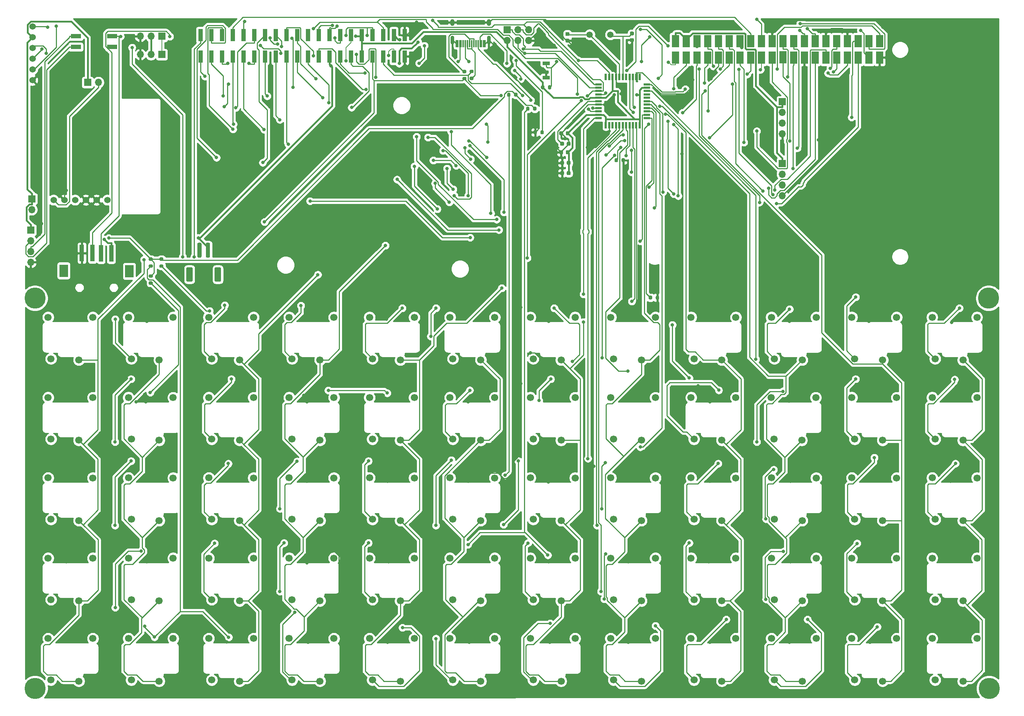
<source format=gbr>
%TF.GenerationSoftware,KiCad,Pcbnew,(5.1.9)-1*%
%TF.CreationDate,2021-10-30T21:00:12+02:00*%
%TF.ProjectId,88RPI,38385250-492e-46b6-9963-61645f706362,rev?*%
%TF.SameCoordinates,Original*%
%TF.FileFunction,Copper,L2,Bot*%
%TF.FilePolarity,Positive*%
%FSLAX46Y46*%
G04 Gerber Fmt 4.6, Leading zero omitted, Abs format (unit mm)*
G04 Created by KiCad (PCBNEW (5.1.9)-1) date 2021-10-30 21:00:12*
%MOMM*%
%LPD*%
G01*
G04 APERTURE LIST*
%TA.AperFunction,SMDPad,CuDef*%
%ADD10R,1.700000X0.900000*%
%TD*%
%TA.AperFunction,SMDPad,CuDef*%
%ADD11C,1.524000*%
%TD*%
%TA.AperFunction,ComponentPad*%
%ADD12O,1.700000X1.700000*%
%TD*%
%TA.AperFunction,ComponentPad*%
%ADD13R,1.700000X1.700000*%
%TD*%
%TA.AperFunction,SMDPad,CuDef*%
%ADD14R,0.300000X1.750000*%
%TD*%
%TA.AperFunction,ComponentPad*%
%ADD15O,0.900000X2.100000*%
%TD*%
%TA.AperFunction,ComponentPad*%
%ADD16O,1.000000X1.600000*%
%TD*%
%TA.AperFunction,ComponentPad*%
%ADD17C,1.524000*%
%TD*%
%TA.AperFunction,SMDPad,CuDef*%
%ADD18R,2.000000X3.000000*%
%TD*%
%TA.AperFunction,SMDPad,CuDef*%
%ADD19R,1.000000X4.000000*%
%TD*%
%TA.AperFunction,ComponentPad*%
%ADD20C,0.800000*%
%TD*%
%TA.AperFunction,ComponentPad*%
%ADD21C,5.000000*%
%TD*%
%TA.AperFunction,SMDPad,CuDef*%
%ADD22R,1.700000X3.000000*%
%TD*%
%TA.AperFunction,ComponentPad*%
%ADD23C,1.700000*%
%TD*%
%TA.AperFunction,SMDPad,CuDef*%
%ADD24R,1.500000X0.550000*%
%TD*%
%TA.AperFunction,SMDPad,CuDef*%
%ADD25R,0.550000X1.500000*%
%TD*%
%TA.AperFunction,ComponentPad*%
%ADD26C,1.500000*%
%TD*%
%TA.AperFunction,SMDPad,CuDef*%
%ADD27R,2.440000X1.120000*%
%TD*%
%TA.AperFunction,SMDPad,CuDef*%
%ADD28R,1.000000X3.000000*%
%TD*%
%TA.AperFunction,ViaPad*%
%ADD29C,0.800000*%
%TD*%
%TA.AperFunction,Conductor*%
%ADD30C,0.250000*%
%TD*%
%TA.AperFunction,Conductor*%
%ADD31C,0.400000*%
%TD*%
%TA.AperFunction,Conductor*%
%ADD32C,0.200000*%
%TD*%
%TA.AperFunction,Conductor*%
%ADD33C,0.254000*%
%TD*%
%TA.AperFunction,Conductor*%
%ADD34C,0.100000*%
%TD*%
G04 APERTURE END LIST*
%TO.P,C3,2*%
%TO.N,5volts*%
%TA.AperFunction,SMDPad,CuDef*%
G36*
G01*
X147075000Y-44408000D02*
X147075000Y-43908000D01*
G75*
G02*
X147300000Y-43683000I225000J0D01*
G01*
X147750000Y-43683000D01*
G75*
G02*
X147975000Y-43908000I0J-225000D01*
G01*
X147975000Y-44408000D01*
G75*
G02*
X147750000Y-44633000I-225000J0D01*
G01*
X147300000Y-44633000D01*
G75*
G02*
X147075000Y-44408000I0J225000D01*
G01*
G37*
%TD.AperFunction*%
%TO.P,C3,1*%
%TO.N,GND*%
%TA.AperFunction,SMDPad,CuDef*%
G36*
G01*
X145525000Y-44408000D02*
X145525000Y-43908000D01*
G75*
G02*
X145750000Y-43683000I225000J0D01*
G01*
X146200000Y-43683000D01*
G75*
G02*
X146425000Y-43908000I0J-225000D01*
G01*
X146425000Y-44408000D01*
G75*
G02*
X146200000Y-44633000I-225000J0D01*
G01*
X145750000Y-44633000D01*
G75*
G02*
X145525000Y-44408000I0J225000D01*
G01*
G37*
%TD.AperFunction*%
%TD*%
%TO.P,C4,2*%
%TO.N,5volts*%
%TA.AperFunction,SMDPad,CuDef*%
G36*
G01*
X147300000Y-51408000D02*
X147300000Y-50908000D01*
G75*
G02*
X147525000Y-50683000I225000J0D01*
G01*
X147975000Y-50683000D01*
G75*
G02*
X148200000Y-50908000I0J-225000D01*
G01*
X148200000Y-51408000D01*
G75*
G02*
X147975000Y-51633000I-225000J0D01*
G01*
X147525000Y-51633000D01*
G75*
G02*
X147300000Y-51408000I0J225000D01*
G01*
G37*
%TD.AperFunction*%
%TO.P,C4,1*%
%TO.N,GND*%
%TA.AperFunction,SMDPad,CuDef*%
G36*
G01*
X145750000Y-51408000D02*
X145750000Y-50908000D01*
G75*
G02*
X145975000Y-50683000I225000J0D01*
G01*
X146425000Y-50683000D01*
G75*
G02*
X146650000Y-50908000I0J-225000D01*
G01*
X146650000Y-51408000D01*
G75*
G02*
X146425000Y-51633000I-225000J0D01*
G01*
X145975000Y-51633000D01*
G75*
G02*
X145750000Y-51408000I0J225000D01*
G01*
G37*
%TD.AperFunction*%
%TD*%
%TO.P,C5,2*%
%TO.N,UCAP*%
%TA.AperFunction,SMDPad,CuDef*%
G36*
G01*
X146650000Y-46408000D02*
X146650000Y-46908000D01*
G75*
G02*
X146425000Y-47133000I-225000J0D01*
G01*
X145975000Y-47133000D01*
G75*
G02*
X145750000Y-46908000I0J225000D01*
G01*
X145750000Y-46408000D01*
G75*
G02*
X145975000Y-46183000I225000J0D01*
G01*
X146425000Y-46183000D01*
G75*
G02*
X146650000Y-46408000I0J-225000D01*
G01*
G37*
%TD.AperFunction*%
%TO.P,C5,1*%
%TO.N,GND*%
%TA.AperFunction,SMDPad,CuDef*%
G36*
G01*
X148200000Y-46408000D02*
X148200000Y-46908000D01*
G75*
G02*
X147975000Y-47133000I-225000J0D01*
G01*
X147525000Y-47133000D01*
G75*
G02*
X147300000Y-46908000I0J225000D01*
G01*
X147300000Y-46408000D01*
G75*
G02*
X147525000Y-46183000I225000J0D01*
G01*
X147975000Y-46183000D01*
G75*
G02*
X148200000Y-46408000I0J-225000D01*
G01*
G37*
%TD.AperFunction*%
%TD*%
%TO.P,C6,2*%
%TO.N,5volts*%
%TA.AperFunction,SMDPad,CuDef*%
G36*
G01*
X147075000Y-48908000D02*
X147075000Y-48408000D01*
G75*
G02*
X147300000Y-48183000I225000J0D01*
G01*
X147750000Y-48183000D01*
G75*
G02*
X147975000Y-48408000I0J-225000D01*
G01*
X147975000Y-48908000D01*
G75*
G02*
X147750000Y-49133000I-225000J0D01*
G01*
X147300000Y-49133000D01*
G75*
G02*
X147075000Y-48908000I0J225000D01*
G01*
G37*
%TD.AperFunction*%
%TO.P,C6,1*%
%TO.N,GND*%
%TA.AperFunction,SMDPad,CuDef*%
G36*
G01*
X145525000Y-48908000D02*
X145525000Y-48408000D01*
G75*
G02*
X145750000Y-48183000I225000J0D01*
G01*
X146200000Y-48183000D01*
G75*
G02*
X146425000Y-48408000I0J-225000D01*
G01*
X146425000Y-48908000D01*
G75*
G02*
X146200000Y-49133000I-225000J0D01*
G01*
X145750000Y-49133000D01*
G75*
G02*
X145525000Y-48908000I0J225000D01*
G01*
G37*
%TD.AperFunction*%
%TD*%
%TO.P,C7,2*%
%TO.N,5volts*%
%TA.AperFunction,SMDPad,CuDef*%
G36*
G01*
X147300000Y-53844000D02*
X147300000Y-53344000D01*
G75*
G02*
X147525000Y-53119000I225000J0D01*
G01*
X147975000Y-53119000D01*
G75*
G02*
X148200000Y-53344000I0J-225000D01*
G01*
X148200000Y-53844000D01*
G75*
G02*
X147975000Y-54069000I-225000J0D01*
G01*
X147525000Y-54069000D01*
G75*
G02*
X147300000Y-53844000I0J225000D01*
G01*
G37*
%TD.AperFunction*%
%TO.P,C7,1*%
%TO.N,GND*%
%TA.AperFunction,SMDPad,CuDef*%
G36*
G01*
X145750000Y-53844000D02*
X145750000Y-53344000D01*
G75*
G02*
X145975000Y-53119000I225000J0D01*
G01*
X146425000Y-53119000D01*
G75*
G02*
X146650000Y-53344000I0J-225000D01*
G01*
X146650000Y-53844000D01*
G75*
G02*
X146425000Y-54069000I-225000J0D01*
G01*
X145975000Y-54069000D01*
G75*
G02*
X145750000Y-53844000I0J225000D01*
G01*
G37*
%TD.AperFunction*%
%TD*%
%TO.P,R1,2*%
%TO.N,RESET*%
%TA.AperFunction,SMDPad,CuDef*%
G36*
G01*
X142857000Y-33559000D02*
X142857000Y-33009000D01*
G75*
G02*
X143057000Y-32809000I200000J0D01*
G01*
X143457000Y-32809000D01*
G75*
G02*
X143657000Y-33009000I0J-200000D01*
G01*
X143657000Y-33559000D01*
G75*
G02*
X143457000Y-33759000I-200000J0D01*
G01*
X143057000Y-33759000D01*
G75*
G02*
X142857000Y-33559000I0J200000D01*
G01*
G37*
%TD.AperFunction*%
%TO.P,R1,1*%
%TO.N,5volts*%
%TA.AperFunction,SMDPad,CuDef*%
G36*
G01*
X141207000Y-33559000D02*
X141207000Y-33009000D01*
G75*
G02*
X141407000Y-32809000I200000J0D01*
G01*
X141807000Y-32809000D01*
G75*
G02*
X142007000Y-33009000I0J-200000D01*
G01*
X142007000Y-33559000D01*
G75*
G02*
X141807000Y-33759000I-200000J0D01*
G01*
X141407000Y-33759000D01*
G75*
G02*
X141207000Y-33559000I0J200000D01*
G01*
G37*
%TD.AperFunction*%
%TD*%
%TO.P,R2,2*%
%TO.N,Net-(R2-Pad2)*%
%TA.AperFunction,SMDPad,CuDef*%
G36*
G01*
X167469000Y-82783000D02*
X167469000Y-83333000D01*
G75*
G02*
X167269000Y-83533000I-200000J0D01*
G01*
X166869000Y-83533000D01*
G75*
G02*
X166669000Y-83333000I0J200000D01*
G01*
X166669000Y-82783000D01*
G75*
G02*
X166869000Y-82583000I200000J0D01*
G01*
X167269000Y-82583000D01*
G75*
G02*
X167469000Y-82783000I0J-200000D01*
G01*
G37*
%TD.AperFunction*%
%TO.P,R2,1*%
%TO.N,GND*%
%TA.AperFunction,SMDPad,CuDef*%
G36*
G01*
X169119000Y-82783000D02*
X169119000Y-83333000D01*
G75*
G02*
X168919000Y-83533000I-200000J0D01*
G01*
X168519000Y-83533000D01*
G75*
G02*
X168319000Y-83333000I0J200000D01*
G01*
X168319000Y-82783000D01*
G75*
G02*
X168519000Y-82583000I200000J0D01*
G01*
X168919000Y-82583000D01*
G75*
G02*
X169119000Y-82783000I0J-200000D01*
G01*
G37*
%TD.AperFunction*%
%TD*%
D10*
%TO.P,SW61,2*%
%TO.N,GND*%
X142432000Y-30984000D03*
%TO.P,SW61,1*%
%TO.N,RESET*%
X142432000Y-27584000D03*
%TD*%
D11*
%TO.P,J2,6*%
%TO.N,GND*%
X21000000Y-31620000D03*
%TO.P,J2,5*%
%TO.N,RESET*%
X21000000Y-29080000D03*
%TO.P,J2,4*%
%TO.N,MOSI*%
X21000000Y-26540000D03*
%TO.P,J2,3*%
%TO.N,SCK*%
X21000000Y-24000000D03*
%TO.P,J2,2*%
%TO.N,5volts*%
X21000000Y-21460000D03*
%TO.P,J2,1*%
%TO.N,MISO*%
X21000000Y-18920000D03*
%TD*%
D12*
%TO.P,J3,6*%
%TO.N,GND*%
X138303000Y-22225000D03*
%TO.P,J3,5*%
%TO.N,RESET*%
X138303000Y-19685000D03*
%TO.P,J3,4*%
%TO.N,MOSI*%
X135763000Y-22225000D03*
%TO.P,J3,3*%
%TO.N,SCK*%
X135763000Y-19685000D03*
%TO.P,J3,2*%
%TO.N,5volts*%
X133223000Y-22225000D03*
D13*
%TO.P,J3,1*%
%TO.N,MISO*%
X133223000Y-19685000D03*
%TD*%
D14*
%TO.P,J4,A12*%
%TO.N,GND*%
X127924000Y-22962000D03*
%TO.P,J4,B1*%
X127624000Y-22962000D03*
%TO.P,J4,B4*%
%TO.N,/atmega/VBUS5v*%
X126824000Y-22962000D03*
%TO.P,J4,A9*%
X127124000Y-22962000D03*
%TO.P,J4,B9*%
X122324000Y-22962000D03*
%TO.P,J4,A4*%
X122024000Y-22962000D03*
%TO.P,J4,B12*%
%TO.N,GND*%
X121524000Y-22962000D03*
%TO.P,J4,A1*%
X121224000Y-22962000D03*
%TO.P,J4,A6*%
%TO.N,Net-(J4-PadA6)*%
X124324000Y-22962000D03*
%TO.P,J4,A5*%
%TO.N,Net-(J4-PadA5)*%
X123324000Y-22962000D03*
%TO.P,J4,B8*%
%TO.N,N/C*%
X122824000Y-22962000D03*
%TO.P,J4,B7*%
%TO.N,Net-(J4-PadA7)*%
X123824000Y-22962000D03*
%TO.P,J4,B5*%
%TO.N,Net-(J4-PadB5)*%
X126324000Y-22962000D03*
%TO.P,J4,A8*%
%TO.N,N/C*%
X125824000Y-22962000D03*
%TO.P,J4,B6*%
%TO.N,Net-(J4-PadA6)*%
X125324000Y-22962000D03*
%TO.P,J4,A7*%
%TO.N,Net-(J4-PadA7)*%
X124824000Y-22962000D03*
D15*
%TO.P,J4,S1*%
%TO.N,GND*%
X128894000Y-22122000D03*
X120254000Y-22122000D03*
D16*
X128894000Y-17942000D03*
X120254000Y-17942000D03*
%TD*%
%TO.P,R3,2*%
%TO.N,D+*%
%TA.AperFunction,SMDPad,CuDef*%
G36*
G01*
X122839000Y-30808800D02*
X123389000Y-30808800D01*
G75*
G02*
X123589000Y-31008800I0J-200000D01*
G01*
X123589000Y-31408800D01*
G75*
G02*
X123389000Y-31608800I-200000J0D01*
G01*
X122839000Y-31608800D01*
G75*
G02*
X122639000Y-31408800I0J200000D01*
G01*
X122639000Y-31008800D01*
G75*
G02*
X122839000Y-30808800I200000J0D01*
G01*
G37*
%TD.AperFunction*%
%TO.P,R3,1*%
%TO.N,Net-(J4-PadA6)*%
%TA.AperFunction,SMDPad,CuDef*%
G36*
G01*
X122839000Y-29158800D02*
X123389000Y-29158800D01*
G75*
G02*
X123589000Y-29358800I0J-200000D01*
G01*
X123589000Y-29758800D01*
G75*
G02*
X123389000Y-29958800I-200000J0D01*
G01*
X122839000Y-29958800D01*
G75*
G02*
X122639000Y-29758800I0J200000D01*
G01*
X122639000Y-29358800D01*
G75*
G02*
X122839000Y-29158800I200000J0D01*
G01*
G37*
%TD.AperFunction*%
%TD*%
%TO.P,R4,2*%
%TO.N,D-*%
%TA.AperFunction,SMDPad,CuDef*%
G36*
G01*
X125089000Y-29933800D02*
X124539000Y-29933800D01*
G75*
G02*
X124339000Y-29733800I0J200000D01*
G01*
X124339000Y-29333800D01*
G75*
G02*
X124539000Y-29133800I200000J0D01*
G01*
X125089000Y-29133800D01*
G75*
G02*
X125289000Y-29333800I0J-200000D01*
G01*
X125289000Y-29733800D01*
G75*
G02*
X125089000Y-29933800I-200000J0D01*
G01*
G37*
%TD.AperFunction*%
%TO.P,R4,1*%
%TO.N,Net-(J4-PadA7)*%
%TA.AperFunction,SMDPad,CuDef*%
G36*
G01*
X125089000Y-31583800D02*
X124539000Y-31583800D01*
G75*
G02*
X124339000Y-31383800I0J200000D01*
G01*
X124339000Y-30983800D01*
G75*
G02*
X124539000Y-30783800I200000J0D01*
G01*
X125089000Y-30783800D01*
G75*
G02*
X125289000Y-30983800I0J-200000D01*
G01*
X125289000Y-31383800D01*
G75*
G02*
X125089000Y-31583800I-200000J0D01*
G01*
G37*
%TD.AperFunction*%
%TD*%
%TO.P,R5,2*%
%TO.N,LED5volts*%
%TA.AperFunction,SMDPad,CuDef*%
G36*
G01*
X51748000Y-74344000D02*
X51198000Y-74344000D01*
G75*
G02*
X50998000Y-74144000I0J200000D01*
G01*
X50998000Y-73744000D01*
G75*
G02*
X51198000Y-73544000I200000J0D01*
G01*
X51748000Y-73544000D01*
G75*
G02*
X51948000Y-73744000I0J-200000D01*
G01*
X51948000Y-74144000D01*
G75*
G02*
X51748000Y-74344000I-200000J0D01*
G01*
G37*
%TD.AperFunction*%
%TO.P,R5,1*%
%TO.N,LED0*%
%TA.AperFunction,SMDPad,CuDef*%
G36*
G01*
X51748000Y-75994000D02*
X51198000Y-75994000D01*
G75*
G02*
X50998000Y-75794000I0J200000D01*
G01*
X50998000Y-75394000D01*
G75*
G02*
X51198000Y-75194000I200000J0D01*
G01*
X51748000Y-75194000D01*
G75*
G02*
X51948000Y-75394000I0J-200000D01*
G01*
X51948000Y-75794000D01*
G75*
G02*
X51748000Y-75994000I-200000J0D01*
G01*
G37*
%TD.AperFunction*%
%TD*%
%TO.P,R6,2*%
%TO.N,LED5volts*%
%TA.AperFunction,SMDPad,CuDef*%
G36*
G01*
X49238000Y-78354000D02*
X48688000Y-78354000D01*
G75*
G02*
X48488000Y-78154000I0J200000D01*
G01*
X48488000Y-77754000D01*
G75*
G02*
X48688000Y-77554000I200000J0D01*
G01*
X49238000Y-77554000D01*
G75*
G02*
X49438000Y-77754000I0J-200000D01*
G01*
X49438000Y-78154000D01*
G75*
G02*
X49238000Y-78354000I-200000J0D01*
G01*
G37*
%TD.AperFunction*%
%TO.P,R6,1*%
%TO.N,LED1*%
%TA.AperFunction,SMDPad,CuDef*%
G36*
G01*
X49238000Y-80004000D02*
X48688000Y-80004000D01*
G75*
G02*
X48488000Y-79804000I0J200000D01*
G01*
X48488000Y-79404000D01*
G75*
G02*
X48688000Y-79204000I200000J0D01*
G01*
X49238000Y-79204000D01*
G75*
G02*
X49438000Y-79404000I0J-200000D01*
G01*
X49438000Y-79804000D01*
G75*
G02*
X49238000Y-80004000I-200000J0D01*
G01*
G37*
%TD.AperFunction*%
%TD*%
%TO.P,R7,2*%
%TO.N,LED5volts*%
%TA.AperFunction,SMDPad,CuDef*%
G36*
G01*
X134854000Y-35327000D02*
X134854000Y-34777000D01*
G75*
G02*
X135054000Y-34577000I200000J0D01*
G01*
X135454000Y-34577000D01*
G75*
G02*
X135654000Y-34777000I0J-200000D01*
G01*
X135654000Y-35327000D01*
G75*
G02*
X135454000Y-35527000I-200000J0D01*
G01*
X135054000Y-35527000D01*
G75*
G02*
X134854000Y-35327000I0J200000D01*
G01*
G37*
%TD.AperFunction*%
%TO.P,R7,1*%
%TO.N,LED2*%
%TA.AperFunction,SMDPad,CuDef*%
G36*
G01*
X133204000Y-35327000D02*
X133204000Y-34777000D01*
G75*
G02*
X133404000Y-34577000I200000J0D01*
G01*
X133804000Y-34577000D01*
G75*
G02*
X134004000Y-34777000I0J-200000D01*
G01*
X134004000Y-35327000D01*
G75*
G02*
X133804000Y-35527000I-200000J0D01*
G01*
X133404000Y-35527000D01*
G75*
G02*
X133204000Y-35327000I0J200000D01*
G01*
G37*
%TD.AperFunction*%
%TD*%
%TO.P,R8,2*%
%TO.N,LED5volts*%
%TA.AperFunction,SMDPad,CuDef*%
G36*
G01*
X139344000Y-38614000D02*
X139344000Y-38064000D01*
G75*
G02*
X139544000Y-37864000I200000J0D01*
G01*
X139944000Y-37864000D01*
G75*
G02*
X140144000Y-38064000I0J-200000D01*
G01*
X140144000Y-38614000D01*
G75*
G02*
X139944000Y-38814000I-200000J0D01*
G01*
X139544000Y-38814000D01*
G75*
G02*
X139344000Y-38614000I0J200000D01*
G01*
G37*
%TD.AperFunction*%
%TO.P,R8,1*%
%TO.N,LED3*%
%TA.AperFunction,SMDPad,CuDef*%
G36*
G01*
X137694000Y-38614000D02*
X137694000Y-38064000D01*
G75*
G02*
X137894000Y-37864000I200000J0D01*
G01*
X138294000Y-37864000D01*
G75*
G02*
X138494000Y-38064000I0J-200000D01*
G01*
X138494000Y-38614000D01*
G75*
G02*
X138294000Y-38814000I-200000J0D01*
G01*
X137894000Y-38814000D01*
G75*
G02*
X137694000Y-38614000I0J200000D01*
G01*
G37*
%TD.AperFunction*%
%TD*%
%TO.P,R9,2*%
%TO.N,LED5volts*%
%TA.AperFunction,SMDPad,CuDef*%
G36*
G01*
X49238000Y-74344000D02*
X48688000Y-74344000D01*
G75*
G02*
X48488000Y-74144000I0J200000D01*
G01*
X48488000Y-73744000D01*
G75*
G02*
X48688000Y-73544000I200000J0D01*
G01*
X49238000Y-73544000D01*
G75*
G02*
X49438000Y-73744000I0J-200000D01*
G01*
X49438000Y-74144000D01*
G75*
G02*
X49238000Y-74344000I-200000J0D01*
G01*
G37*
%TD.AperFunction*%
%TO.P,R9,1*%
%TO.N,LED4*%
%TA.AperFunction,SMDPad,CuDef*%
G36*
G01*
X49238000Y-75994000D02*
X48688000Y-75994000D01*
G75*
G02*
X48488000Y-75794000I0J200000D01*
G01*
X48488000Y-75394000D01*
G75*
G02*
X48688000Y-75194000I200000J0D01*
G01*
X49238000Y-75194000D01*
G75*
G02*
X49438000Y-75394000I0J-200000D01*
G01*
X49438000Y-75794000D01*
G75*
G02*
X49238000Y-75994000I-200000J0D01*
G01*
G37*
%TD.AperFunction*%
%TD*%
%TO.P,J7,MP*%
%TO.N,N/C*%
%TA.AperFunction,SMDPad,CuDef*%
G36*
G01*
X58868000Y-76126000D02*
X58868000Y-79026000D01*
G75*
G02*
X58618000Y-79276000I-250000J0D01*
G01*
X57618000Y-79276000D01*
G75*
G02*
X57368000Y-79026000I0J250000D01*
G01*
X57368000Y-76126000D01*
G75*
G02*
X57618000Y-75876000I250000J0D01*
G01*
X58618000Y-75876000D01*
G75*
G02*
X58868000Y-76126000I0J-250000D01*
G01*
G37*
%TD.AperFunction*%
%TA.AperFunction,SMDPad,CuDef*%
G36*
G01*
X65568000Y-76126000D02*
X65568000Y-79026000D01*
G75*
G02*
X65318000Y-79276000I-250000J0D01*
G01*
X64318000Y-79276000D01*
G75*
G02*
X64068000Y-79026000I0J250000D01*
G01*
X64068000Y-76126000D01*
G75*
G02*
X64318000Y-75876000I250000J0D01*
G01*
X65318000Y-75876000D01*
G75*
G02*
X65568000Y-76126000I0J-250000D01*
G01*
G37*
%TD.AperFunction*%
%TO.P,J7,2*%
%TO.N,GND*%
%TA.AperFunction,SMDPad,CuDef*%
G36*
G01*
X60968000Y-70326000D02*
X60968000Y-73326000D01*
G75*
G02*
X60718000Y-73576000I-250000J0D01*
G01*
X60218000Y-73576000D01*
G75*
G02*
X59968000Y-73326000I0J250000D01*
G01*
X59968000Y-70326000D01*
G75*
G02*
X60218000Y-70076000I250000J0D01*
G01*
X60718000Y-70076000D01*
G75*
G02*
X60968000Y-70326000I0J-250000D01*
G01*
G37*
%TD.AperFunction*%
%TO.P,J7,1*%
%TO.N,BAT+*%
%TA.AperFunction,SMDPad,CuDef*%
G36*
G01*
X62968000Y-70326000D02*
X62968000Y-73326000D01*
G75*
G02*
X62718000Y-73576000I-250000J0D01*
G01*
X62218000Y-73576000D01*
G75*
G02*
X61968000Y-73326000I0J250000D01*
G01*
X61968000Y-70326000D01*
G75*
G02*
X62218000Y-70076000I250000J0D01*
G01*
X62718000Y-70076000D01*
G75*
G02*
X62968000Y-70326000I0J-250000D01*
G01*
G37*
%TD.AperFunction*%
%TD*%
D17*
%TO.P,U4,6*%
%TO.N,/atmega/VBUS5v*%
X38684200Y-59956700D03*
%TO.P,U4,5*%
%TO.N,GND*%
X36144200Y-59956700D03*
%TO.P,U4,4*%
X33604200Y-59956700D03*
%TO.P,U4,3*%
%TO.N,BAT+*%
X31064200Y-59956700D03*
%TO.P,U4,2*%
%TO.N,GND*%
X28524200Y-59956700D03*
%TO.P,U4,1*%
%TO.N,Net-(J10-Pad2)*%
X25984200Y-59956700D03*
%TD*%
D18*
%TO.P,J11,~*%
%TO.N,N/C*%
X43891200Y-76809600D03*
X28371800Y-76682600D03*
D19*
%TO.P,J11,1*%
%TO.N,5volts*%
X39624000Y-72542400D03*
%TO.P,J11,2*%
%TO.N,/atmega/USBRPID-*%
X37185600Y-72542400D03*
%TO.P,J11,3*%
%TO.N,/atmega/USBRPID+*%
X35153600Y-72517000D03*
%TO.P,J11,4*%
%TO.N,GND*%
X32664400Y-72517000D03*
%TD*%
D20*
%TO.P,H1,1*%
%TO.N,N/C*%
X22915825Y-81859175D03*
X21590000Y-81310000D03*
X20264175Y-81859175D03*
X19715000Y-83185000D03*
X20264175Y-84510825D03*
X21590000Y-85060000D03*
X22915825Y-84510825D03*
X23465000Y-83185000D03*
D21*
X21590000Y-83185000D03*
%TD*%
D20*
%TO.P,H2,1*%
%TO.N,N/C*%
X248340825Y-81859175D03*
X247015000Y-81310000D03*
X245689175Y-81859175D03*
X245140000Y-83185000D03*
X245689175Y-84510825D03*
X247015000Y-85060000D03*
X248340825Y-84510825D03*
X248890000Y-83185000D03*
D21*
X247015000Y-83185000D03*
%TD*%
D20*
%TO.P,H3,1*%
%TO.N,N/C*%
X22915825Y-174188175D03*
X21590000Y-173639000D03*
X20264175Y-174188175D03*
X19715000Y-175514000D03*
X20264175Y-176839825D03*
X21590000Y-177389000D03*
X22915825Y-176839825D03*
X23465000Y-175514000D03*
D21*
X21590000Y-175514000D03*
%TD*%
D20*
%TO.P,H4,1*%
%TO.N,N/C*%
X248467825Y-174188175D03*
X247142000Y-173639000D03*
X245816175Y-174188175D03*
X245267000Y-175514000D03*
X245816175Y-176839825D03*
X247142000Y-177389000D03*
X248467825Y-176839825D03*
X249017000Y-175514000D03*
D21*
X247142000Y-175514000D03*
%TD*%
D22*
%TO.P,J9,40*%
%TO.N,/atmega/IO21R*%
X221252000Y-22375000D03*
%TO.P,J9,39*%
%TO.N,GND*%
X221252000Y-26248500D03*
%TO.P,J9,38*%
%TO.N,/atmega/IO20R*%
X218712000Y-22375000D03*
%TO.P,J9,37*%
%TO.N,/atmega/IO26R*%
X218712000Y-26248500D03*
%TO.P,J9,36*%
%TO.N,/atmega/IO16R*%
X216172000Y-22375000D03*
%TO.P,J9,35*%
%TO.N,/atmega/IO19R*%
X216172000Y-26248500D03*
%TO.P,J9,34*%
%TO.N,GND*%
X213632000Y-22375000D03*
%TO.P,J9,33*%
%TO.N,/atmega/IO13R*%
X213632000Y-26248500D03*
%TO.P,J9,32*%
%TO.N,/atmega/IO12R*%
X211092000Y-22375000D03*
%TO.P,J9,31*%
%TO.N,/atmega/IO6R*%
X211092000Y-26248500D03*
%TO.P,J9,30*%
%TO.N,GND*%
X208552000Y-22375000D03*
%TO.P,J9,29*%
%TO.N,/atmega/IO5R*%
X208552000Y-26248500D03*
%TO.P,J9,28*%
%TO.N,/atmega/IDSC*%
X206012000Y-22375000D03*
%TO.P,J9,27*%
%TO.N,/atmega/IDSDR*%
X206012000Y-26248500D03*
%TO.P,J9,26*%
%TO.N,/atmega/CE1*%
X203472000Y-22375000D03*
%TO.P,J9,25*%
%TO.N,GND*%
X203472000Y-26248500D03*
%TO.P,J9,24*%
%TO.N,/atmega/CE0*%
X200932000Y-22375000D03*
%TO.P,J9,23*%
%TO.N,/atmega/CLKR*%
X200932000Y-26248500D03*
%TO.P,J9,22*%
%TO.N,/atmega/IO25R*%
X198392000Y-22375000D03*
%TO.P,J9,21*%
%TO.N,/atmega/MISOR*%
X198392000Y-26185000D03*
%TO.P,J9,20*%
%TO.N,GND*%
X195852000Y-22375000D03*
%TO.P,J9,19*%
%TO.N,/atmega/MOSIR*%
X195834000Y-26225500D03*
%TO.P,J9,18*%
%TO.N,/atmega/IO24R*%
X193312000Y-22375000D03*
%TO.P,J9,17*%
%TO.N,/atmega/3.3v*%
X193294000Y-26225500D03*
%TO.P,J9,16*%
%TO.N,/atmega/IO23R*%
X190772000Y-22375000D03*
%TO.P,J9,15*%
%TO.N,/atmega/GIO22R*%
X190754000Y-26225500D03*
%TO.P,J9,14*%
%TO.N,GND*%
X188232000Y-22375000D03*
%TO.P,J9,13*%
%TO.N,/atmega/IO27R*%
X188214000Y-26225500D03*
%TO.P,J9,12*%
%TO.N,/atmega/IO18R*%
X185692000Y-22375000D03*
%TO.P,J9,11*%
%TO.N,/atmega/IO17R*%
X185674000Y-26225500D03*
%TO.P,J9,10*%
%TO.N,/atmega/RXD0*%
X183152000Y-22375000D03*
%TO.P,J9,9*%
%TO.N,GND*%
X183134000Y-26225500D03*
%TO.P,J9,8*%
%TO.N,/atmega/TXD0*%
X180612000Y-22375000D03*
%TO.P,J9,7*%
%TO.N,/atmega/IO4R*%
X180594000Y-26225500D03*
%TO.P,J9,6*%
%TO.N,GND*%
X178072000Y-22375000D03*
%TO.P,J9,5*%
%TO.N,/atmega/SCLR*%
X178117500Y-26225500D03*
%TO.P,J9,4*%
%TO.N,5volts*%
X175532000Y-22375000D03*
%TO.P,J9,3*%
%TO.N,/atmega/SDAR*%
X175514000Y-26225500D03*
%TO.P,J9,2*%
%TO.N,5volts*%
X172974000Y-22352000D03*
%TO.P,J9,1*%
%TO.N,/atmega/3.3v*%
X172974000Y-26225500D03*
%TD*%
D12*
%TO.P,J10,2*%
%TO.N,Net-(J10-Pad2)*%
X36576000Y-32131000D03*
D13*
%TO.P,J10,1*%
%TO.N,5volts*%
X34036000Y-32131000D03*
%TD*%
D23*
%TO.P,SW1,3*%
%TO.N,N/C*%
X24681900Y-87691500D03*
X35261000Y-87704200D03*
%TO.P,SW1,1*%
%TO.N,Net-(D1-Pad2)*%
X25367700Y-97521300D03*
%TO.P,SW1,2*%
%TO.N,COL0*%
X31959000Y-97800700D03*
%TD*%
%TO.P,SW2,2*%
%TO.N,COL1*%
X50959000Y-97800700D03*
%TO.P,SW2,1*%
%TO.N,Net-(D6-Pad2)*%
X44367700Y-97521300D03*
%TO.P,SW2,3*%
%TO.N,N/C*%
X54261000Y-87704200D03*
X43681900Y-87691500D03*
%TD*%
%TO.P,SW3,3*%
%TO.N,N/C*%
X62681900Y-87691500D03*
X73261000Y-87704200D03*
%TO.P,SW3,1*%
%TO.N,Net-(D11-Pad2)*%
X63367700Y-97521300D03*
%TO.P,SW3,2*%
%TO.N,COL2*%
X69959000Y-97800700D03*
%TD*%
%TO.P,SW4,2*%
%TO.N,COL3*%
X88959000Y-97800700D03*
%TO.P,SW4,1*%
%TO.N,Net-(D16-Pad2)*%
X82367700Y-97521300D03*
%TO.P,SW4,3*%
%TO.N,N/C*%
X92261000Y-87704200D03*
X81681900Y-87691500D03*
%TD*%
%TO.P,SW5,3*%
%TO.N,N/C*%
X100681900Y-87691500D03*
X111261000Y-87704200D03*
%TO.P,SW5,1*%
%TO.N,Net-(D21-Pad2)*%
X101367700Y-97521300D03*
%TO.P,SW5,2*%
%TO.N,COL4*%
X107959000Y-97800700D03*
%TD*%
%TO.P,SW6,2*%
%TO.N,COL5*%
X126959000Y-97800700D03*
%TO.P,SW6,1*%
%TO.N,Net-(D26-Pad2)*%
X120367700Y-97521300D03*
%TO.P,SW6,3*%
%TO.N,N/C*%
X130261000Y-87704200D03*
X119681900Y-87691500D03*
%TD*%
%TO.P,SW7,3*%
%TO.N,N/C*%
X138681900Y-87691500D03*
X149261000Y-87704200D03*
%TO.P,SW7,1*%
%TO.N,Net-(D31-Pad2)*%
X139367700Y-97521300D03*
%TO.P,SW7,2*%
%TO.N,COL6*%
X145959000Y-97800700D03*
%TD*%
%TO.P,SW8,2*%
%TO.N,COL7*%
X164959000Y-97800700D03*
%TO.P,SW8,1*%
%TO.N,Net-(D36-Pad2)*%
X158367700Y-97521300D03*
%TO.P,SW8,3*%
%TO.N,N/C*%
X168261000Y-87704200D03*
X157681900Y-87691500D03*
%TD*%
%TO.P,SW9,3*%
%TO.N,N/C*%
X176681900Y-87691500D03*
X187261000Y-87704200D03*
%TO.P,SW9,1*%
%TO.N,Net-(D41-Pad2)*%
X177367700Y-97521300D03*
%TO.P,SW9,2*%
%TO.N,COL8*%
X183959000Y-97800700D03*
%TD*%
%TO.P,SW10,3*%
%TO.N,N/C*%
X195681900Y-87691500D03*
X206261000Y-87704200D03*
%TO.P,SW10,1*%
%TO.N,Net-(D46-Pad2)*%
X196367700Y-97521300D03*
%TO.P,SW10,2*%
%TO.N,COL9*%
X202959000Y-97800700D03*
%TD*%
%TO.P,SW11,3*%
%TO.N,N/C*%
X214681900Y-87691500D03*
X225261000Y-87704200D03*
%TO.P,SW11,1*%
%TO.N,Net-(D51-Pad2)*%
X215367700Y-97521300D03*
%TO.P,SW11,2*%
%TO.N,COL10*%
X221959000Y-97800700D03*
%TD*%
%TO.P,SW12,2*%
%TO.N,COL11*%
X240959000Y-97800700D03*
%TO.P,SW12,1*%
%TO.N,Net-(D56-Pad2)*%
X234367700Y-97521300D03*
%TO.P,SW12,3*%
%TO.N,N/C*%
X244261000Y-87704200D03*
X233681900Y-87691500D03*
%TD*%
%TO.P,SW13,3*%
%TO.N,N/C*%
X24681900Y-106691500D03*
X35261000Y-106704200D03*
%TO.P,SW13,1*%
%TO.N,Net-(D2-Pad2)*%
X25367700Y-116521300D03*
%TO.P,SW13,2*%
%TO.N,COL0*%
X31959000Y-116800700D03*
%TD*%
%TO.P,SW14,2*%
%TO.N,COL1*%
X50959000Y-116800700D03*
%TO.P,SW14,1*%
%TO.N,Net-(D7-Pad2)*%
X44367700Y-116521300D03*
%TO.P,SW14,3*%
%TO.N,N/C*%
X54261000Y-106704200D03*
X43681900Y-106691500D03*
%TD*%
%TO.P,SW15,3*%
%TO.N,N/C*%
X62681900Y-106691500D03*
X73261000Y-106704200D03*
%TO.P,SW15,1*%
%TO.N,Net-(D12-Pad2)*%
X63367700Y-116521300D03*
%TO.P,SW15,2*%
%TO.N,COL2*%
X69959000Y-116800700D03*
%TD*%
%TO.P,SW16,2*%
%TO.N,COL3*%
X88959000Y-116800700D03*
%TO.P,SW16,1*%
%TO.N,Net-(D17-Pad2)*%
X82367700Y-116521300D03*
%TO.P,SW16,3*%
%TO.N,N/C*%
X92261000Y-106704200D03*
X81681900Y-106691500D03*
%TD*%
%TO.P,SW17,3*%
%TO.N,N/C*%
X100681900Y-106691500D03*
X111261000Y-106704200D03*
%TO.P,SW17,1*%
%TO.N,Net-(D22-Pad2)*%
X101367700Y-116521300D03*
%TO.P,SW17,2*%
%TO.N,COL4*%
X107959000Y-116800700D03*
%TD*%
%TO.P,SW18,3*%
%TO.N,N/C*%
X119681900Y-106691500D03*
X130261000Y-106704200D03*
%TO.P,SW18,1*%
%TO.N,Net-(D27-Pad2)*%
X120367700Y-116521300D03*
%TO.P,SW18,2*%
%TO.N,COL5*%
X126959000Y-116800700D03*
%TD*%
%TO.P,SW19,3*%
%TO.N,N/C*%
X138681900Y-106691500D03*
X149261000Y-106704200D03*
%TO.P,SW19,1*%
%TO.N,Net-(D32-Pad2)*%
X139367700Y-116521300D03*
%TO.P,SW19,2*%
%TO.N,COL6*%
X145959000Y-116800700D03*
%TD*%
%TO.P,SW20,2*%
%TO.N,COL7*%
X164959000Y-116800700D03*
%TO.P,SW20,1*%
%TO.N,Net-(D37-Pad2)*%
X158367700Y-116521300D03*
%TO.P,SW20,3*%
%TO.N,N/C*%
X168261000Y-106704200D03*
X157681900Y-106691500D03*
%TD*%
%TO.P,SW21,3*%
%TO.N,N/C*%
X176681900Y-106691500D03*
X187261000Y-106704200D03*
%TO.P,SW21,1*%
%TO.N,Net-(D42-Pad2)*%
X177367700Y-116521300D03*
%TO.P,SW21,2*%
%TO.N,COL8*%
X183959000Y-116800700D03*
%TD*%
%TO.P,SW22,2*%
%TO.N,COL9*%
X202859000Y-116800700D03*
%TO.P,SW22,1*%
%TO.N,Net-(D47-Pad2)*%
X196267700Y-116521300D03*
%TO.P,SW22,3*%
%TO.N,N/C*%
X206161000Y-106704200D03*
X195581900Y-106691500D03*
%TD*%
%TO.P,SW23,3*%
%TO.N,N/C*%
X214681900Y-106691500D03*
X225261000Y-106704200D03*
%TO.P,SW23,1*%
%TO.N,Net-(D52-Pad2)*%
X215367700Y-116521300D03*
%TO.P,SW23,2*%
%TO.N,COL10*%
X221959000Y-116800700D03*
%TD*%
%TO.P,SW24,2*%
%TO.N,COL11*%
X240959000Y-116800700D03*
%TO.P,SW24,1*%
%TO.N,Net-(D57-Pad2)*%
X234367700Y-116521300D03*
%TO.P,SW24,3*%
%TO.N,N/C*%
X244261000Y-106704200D03*
X233681900Y-106691500D03*
%TD*%
%TO.P,SW25,3*%
%TO.N,N/C*%
X24681900Y-125691500D03*
X35261000Y-125704200D03*
%TO.P,SW25,1*%
%TO.N,Net-(D3-Pad2)*%
X25367700Y-135521300D03*
%TO.P,SW25,2*%
%TO.N,COL0*%
X31959000Y-135800700D03*
%TD*%
%TO.P,SW26,2*%
%TO.N,COL1*%
X50959000Y-135800700D03*
%TO.P,SW26,1*%
%TO.N,Net-(D8-Pad2)*%
X44367700Y-135521300D03*
%TO.P,SW26,3*%
%TO.N,N/C*%
X54261000Y-125704200D03*
X43681900Y-125691500D03*
%TD*%
%TO.P,SW27,2*%
%TO.N,COL2*%
X69959000Y-135800700D03*
%TO.P,SW27,1*%
%TO.N,Net-(D13-Pad2)*%
X63367700Y-135521300D03*
%TO.P,SW27,3*%
%TO.N,N/C*%
X73261000Y-125704200D03*
X62681900Y-125691500D03*
%TD*%
%TO.P,SW28,2*%
%TO.N,COL3*%
X88959000Y-135800700D03*
%TO.P,SW28,1*%
%TO.N,Net-(D18-Pad2)*%
X82367700Y-135521300D03*
%TO.P,SW28,3*%
%TO.N,N/C*%
X92261000Y-125704200D03*
X81681900Y-125691500D03*
%TD*%
%TO.P,SW29,3*%
%TO.N,N/C*%
X100681900Y-125691500D03*
X111261000Y-125704200D03*
%TO.P,SW29,1*%
%TO.N,Net-(D23-Pad2)*%
X101367700Y-135521300D03*
%TO.P,SW29,2*%
%TO.N,COL4*%
X107959000Y-135800700D03*
%TD*%
%TO.P,SW30,2*%
%TO.N,COL5*%
X126959000Y-135800700D03*
%TO.P,SW30,1*%
%TO.N,Net-(D28-Pad2)*%
X120367700Y-135521300D03*
%TO.P,SW30,3*%
%TO.N,N/C*%
X130261000Y-125704200D03*
X119681900Y-125691500D03*
%TD*%
%TO.P,SW31,3*%
%TO.N,N/C*%
X138681900Y-125691500D03*
X149261000Y-125704200D03*
%TO.P,SW31,1*%
%TO.N,Net-(D33-Pad2)*%
X139367700Y-135521300D03*
%TO.P,SW31,2*%
%TO.N,COL6*%
X145959000Y-135800700D03*
%TD*%
%TO.P,SW32,2*%
%TO.N,COL7*%
X164959000Y-135800700D03*
%TO.P,SW32,1*%
%TO.N,Net-(D38-Pad2)*%
X158367700Y-135521300D03*
%TO.P,SW32,3*%
%TO.N,N/C*%
X168261000Y-125704200D03*
X157681900Y-125691500D03*
%TD*%
%TO.P,SW33,3*%
%TO.N,N/C*%
X176681900Y-125691500D03*
X187261000Y-125704200D03*
%TO.P,SW33,1*%
%TO.N,Net-(D43-Pad2)*%
X177367700Y-135521300D03*
%TO.P,SW33,2*%
%TO.N,COL8*%
X183959000Y-135800700D03*
%TD*%
%TO.P,SW34,2*%
%TO.N,COL9*%
X202959000Y-135800700D03*
%TO.P,SW34,1*%
%TO.N,Net-(D48-Pad2)*%
X196367700Y-135521300D03*
%TO.P,SW34,3*%
%TO.N,N/C*%
X206261000Y-125704200D03*
X195681900Y-125691500D03*
%TD*%
%TO.P,SW35,2*%
%TO.N,COL10*%
X221959000Y-135800700D03*
%TO.P,SW35,1*%
%TO.N,Net-(D53-Pad2)*%
X215367700Y-135521300D03*
%TO.P,SW35,3*%
%TO.N,N/C*%
X225261000Y-125704200D03*
X214681900Y-125691500D03*
%TD*%
%TO.P,SW36,2*%
%TO.N,COL11*%
X240959000Y-135800700D03*
%TO.P,SW36,1*%
%TO.N,Net-(D58-Pad2)*%
X234367700Y-135521300D03*
%TO.P,SW36,3*%
%TO.N,N/C*%
X244261000Y-125704200D03*
X233681900Y-125691500D03*
%TD*%
%TO.P,SW37,3*%
%TO.N,N/C*%
X24681900Y-144691500D03*
X35261000Y-144704200D03*
%TO.P,SW37,1*%
%TO.N,Net-(D4-Pad2)*%
X25367700Y-154521300D03*
%TO.P,SW37,2*%
%TO.N,COL0*%
X31959000Y-154800700D03*
%TD*%
%TO.P,SW38,2*%
%TO.N,COL1*%
X50959000Y-154800700D03*
%TO.P,SW38,1*%
%TO.N,Net-(D9-Pad2)*%
X44367700Y-154521300D03*
%TO.P,SW38,3*%
%TO.N,N/C*%
X54261000Y-144704200D03*
X43681900Y-144691500D03*
%TD*%
%TO.P,SW39,3*%
%TO.N,N/C*%
X62681900Y-144691500D03*
X73261000Y-144704200D03*
%TO.P,SW39,1*%
%TO.N,Net-(D14-Pad2)*%
X63367700Y-154521300D03*
%TO.P,SW39,2*%
%TO.N,COL2*%
X69959000Y-154800700D03*
%TD*%
%TO.P,SW40,2*%
%TO.N,COL3*%
X88959000Y-154800700D03*
%TO.P,SW40,1*%
%TO.N,Net-(D19-Pad2)*%
X82367700Y-154521300D03*
%TO.P,SW40,3*%
%TO.N,N/C*%
X92261000Y-144704200D03*
X81681900Y-144691500D03*
%TD*%
%TO.P,SW41,3*%
%TO.N,N/C*%
X100681900Y-144691500D03*
X111261000Y-144704200D03*
%TO.P,SW41,1*%
%TO.N,Net-(D24-Pad2)*%
X101367700Y-154521300D03*
%TO.P,SW41,2*%
%TO.N,COL4*%
X107959000Y-154800700D03*
%TD*%
%TO.P,SW42,2*%
%TO.N,COL5*%
X126959000Y-154800700D03*
%TO.P,SW42,1*%
%TO.N,Net-(D29-Pad2)*%
X120367700Y-154521300D03*
%TO.P,SW42,3*%
%TO.N,N/C*%
X130261000Y-144704200D03*
X119681900Y-144691500D03*
%TD*%
%TO.P,SW43,3*%
%TO.N,N/C*%
X138681900Y-144691500D03*
X149261000Y-144704200D03*
%TO.P,SW43,1*%
%TO.N,Net-(D34-Pad2)*%
X139367700Y-154521300D03*
%TO.P,SW43,2*%
%TO.N,COL6*%
X145959000Y-154800700D03*
%TD*%
%TO.P,SW44,2*%
%TO.N,COL7*%
X164959000Y-154800700D03*
%TO.P,SW44,1*%
%TO.N,Net-(D39-Pad2)*%
X158367700Y-154521300D03*
%TO.P,SW44,3*%
%TO.N,N/C*%
X168261000Y-144704200D03*
X157681900Y-144691500D03*
%TD*%
%TO.P,SW45,3*%
%TO.N,N/C*%
X176681900Y-144691500D03*
X187261000Y-144704200D03*
%TO.P,SW45,1*%
%TO.N,Net-(D44-Pad2)*%
X177367700Y-154521300D03*
%TO.P,SW45,2*%
%TO.N,COL8*%
X183959000Y-154800700D03*
%TD*%
%TO.P,SW46,2*%
%TO.N,COL9*%
X202959000Y-154800700D03*
%TO.P,SW46,1*%
%TO.N,Net-(D49-Pad2)*%
X196367700Y-154521300D03*
%TO.P,SW46,3*%
%TO.N,N/C*%
X206261000Y-144704200D03*
X195681900Y-144691500D03*
%TD*%
%TO.P,SW47,2*%
%TO.N,COL10*%
X221959000Y-154800700D03*
%TO.P,SW47,1*%
%TO.N,Net-(D54-Pad2)*%
X215367700Y-154521300D03*
%TO.P,SW47,3*%
%TO.N,N/C*%
X225261000Y-144704200D03*
X214681900Y-144691500D03*
%TD*%
%TO.P,SW48,3*%
%TO.N,N/C*%
X233681900Y-144691500D03*
X244261000Y-144704200D03*
%TO.P,SW48,1*%
%TO.N,Net-(D59-Pad2)*%
X234367700Y-154521300D03*
%TO.P,SW48,2*%
%TO.N,COL11*%
X240959000Y-154800700D03*
%TD*%
%TO.P,SW49,3*%
%TO.N,N/C*%
X24681900Y-163691500D03*
X35261000Y-163704200D03*
%TO.P,SW49,1*%
%TO.N,Net-(D5-Pad2)*%
X25367700Y-173521300D03*
%TO.P,SW49,2*%
%TO.N,COL0*%
X31959000Y-173800700D03*
%TD*%
%TO.P,SW50,2*%
%TO.N,COL1*%
X50959000Y-173800700D03*
%TO.P,SW50,1*%
%TO.N,Net-(D10-Pad2)*%
X44367700Y-173521300D03*
%TO.P,SW50,3*%
%TO.N,N/C*%
X54261000Y-163704200D03*
X43681900Y-163691500D03*
%TD*%
%TO.P,SW51,3*%
%TO.N,N/C*%
X62681900Y-163691500D03*
X73261000Y-163704200D03*
%TO.P,SW51,1*%
%TO.N,Net-(D15-Pad2)*%
X63367700Y-173521300D03*
%TO.P,SW51,2*%
%TO.N,COL2*%
X69959000Y-173800700D03*
%TD*%
%TO.P,SW52,2*%
%TO.N,COL3*%
X88959000Y-173800700D03*
%TO.P,SW52,1*%
%TO.N,Net-(D20-Pad2)*%
X82367700Y-173521300D03*
%TO.P,SW52,3*%
%TO.N,N/C*%
X92261000Y-163704200D03*
X81681900Y-163691500D03*
%TD*%
%TO.P,SW53,3*%
%TO.N,N/C*%
X100681900Y-163691500D03*
X111261000Y-163704200D03*
%TO.P,SW53,1*%
%TO.N,Net-(D25-Pad2)*%
X101367700Y-173521300D03*
%TO.P,SW53,2*%
%TO.N,COL4*%
X107959000Y-173800700D03*
%TD*%
%TO.P,SW54,2*%
%TO.N,COL5*%
X126959000Y-173800700D03*
%TO.P,SW54,1*%
%TO.N,Net-(D30-Pad2)*%
X120367700Y-173521300D03*
%TO.P,SW54,3*%
%TO.N,N/C*%
X130261000Y-163704200D03*
X119681900Y-163691500D03*
%TD*%
%TO.P,SW55,3*%
%TO.N,N/C*%
X138681900Y-163691500D03*
X149261000Y-163704200D03*
%TO.P,SW55,1*%
%TO.N,Net-(D35-Pad2)*%
X139367700Y-173521300D03*
%TO.P,SW55,2*%
%TO.N,COL6*%
X145959000Y-173800700D03*
%TD*%
%TO.P,SW56,2*%
%TO.N,COL7*%
X164959000Y-173800700D03*
%TO.P,SW56,1*%
%TO.N,Net-(D40-Pad2)*%
X158367700Y-173521300D03*
%TO.P,SW56,3*%
%TO.N,N/C*%
X168261000Y-163704200D03*
X157681900Y-163691500D03*
%TD*%
%TO.P,SW57,3*%
%TO.N,N/C*%
X176681900Y-163691500D03*
X187261000Y-163704200D03*
%TO.P,SW57,1*%
%TO.N,Net-(D45-Pad2)*%
X177367700Y-173521300D03*
%TO.P,SW57,2*%
%TO.N,COL8*%
X183959000Y-173800700D03*
%TD*%
%TO.P,SW58,2*%
%TO.N,COL9*%
X202959000Y-173800700D03*
%TO.P,SW58,1*%
%TO.N,Net-(D50-Pad2)*%
X196367700Y-173521300D03*
%TO.P,SW58,3*%
%TO.N,N/C*%
X206261000Y-163704200D03*
X195681900Y-163691500D03*
%TD*%
%TO.P,SW59,3*%
%TO.N,N/C*%
X214681900Y-163691500D03*
X225261000Y-163704200D03*
%TO.P,SW59,1*%
%TO.N,Net-(D55-Pad2)*%
X215367700Y-173521300D03*
%TO.P,SW59,2*%
%TO.N,COL10*%
X221959000Y-173800700D03*
%TD*%
%TO.P,SW60,2*%
%TO.N,COL11*%
X240959000Y-173800700D03*
%TO.P,SW60,1*%
%TO.N,Net-(D60-Pad2)*%
X234367700Y-173521300D03*
%TO.P,SW60,3*%
%TO.N,N/C*%
X244261000Y-163704200D03*
X233681900Y-163691500D03*
%TD*%
%TO.P,C1,2*%
%TO.N,GND*%
%TA.AperFunction,SMDPad,CuDef*%
G36*
G01*
X162437000Y-21661000D02*
X162937000Y-21661000D01*
G75*
G02*
X163162000Y-21886000I0J-225000D01*
G01*
X163162000Y-22336000D01*
G75*
G02*
X162937000Y-22561000I-225000J0D01*
G01*
X162437000Y-22561000D01*
G75*
G02*
X162212000Y-22336000I0J225000D01*
G01*
X162212000Y-21886000D01*
G75*
G02*
X162437000Y-21661000I225000J0D01*
G01*
G37*
%TD.AperFunction*%
%TO.P,C1,1*%
%TO.N,XTAL1*%
%TA.AperFunction,SMDPad,CuDef*%
G36*
G01*
X162437000Y-20111000D02*
X162937000Y-20111000D01*
G75*
G02*
X163162000Y-20336000I0J-225000D01*
G01*
X163162000Y-20786000D01*
G75*
G02*
X162937000Y-21011000I-225000J0D01*
G01*
X162437000Y-21011000D01*
G75*
G02*
X162212000Y-20786000I0J225000D01*
G01*
X162212000Y-20336000D01*
G75*
G02*
X162437000Y-20111000I225000J0D01*
G01*
G37*
%TD.AperFunction*%
%TD*%
%TO.P,C2,1*%
%TO.N,XTAL2*%
%TA.AperFunction,SMDPad,CuDef*%
G36*
G01*
X147197000Y-20225000D02*
X147697000Y-20225000D01*
G75*
G02*
X147922000Y-20450000I0J-225000D01*
G01*
X147922000Y-20900000D01*
G75*
G02*
X147697000Y-21125000I-225000J0D01*
G01*
X147197000Y-21125000D01*
G75*
G02*
X146972000Y-20900000I0J225000D01*
G01*
X146972000Y-20450000D01*
G75*
G02*
X147197000Y-20225000I225000J0D01*
G01*
G37*
%TD.AperFunction*%
%TO.P,C2,2*%
%TO.N,GND*%
%TA.AperFunction,SMDPad,CuDef*%
G36*
G01*
X147197000Y-21775000D02*
X147697000Y-21775000D01*
G75*
G02*
X147922000Y-22000000I0J-225000D01*
G01*
X147922000Y-22450000D01*
G75*
G02*
X147697000Y-22675000I-225000J0D01*
G01*
X147197000Y-22675000D01*
G75*
G02*
X146972000Y-22450000I0J225000D01*
G01*
X146972000Y-22000000D01*
G75*
G02*
X147197000Y-21775000I225000J0D01*
G01*
G37*
%TD.AperFunction*%
%TD*%
D24*
%TO.P,U1,1*%
%TO.N,ROW0*%
X154828000Y-40576000D03*
%TO.P,U1,2*%
%TO.N,5volts*%
X154828000Y-39776000D03*
%TO.P,U1,3*%
%TO.N,D-*%
X154828000Y-38976000D03*
%TO.P,U1,4*%
%TO.N,D+*%
X154828000Y-38176000D03*
%TO.P,U1,5*%
%TO.N,GND*%
X154828000Y-37376000D03*
%TO.P,U1,6*%
%TO.N,UCAP*%
X154828000Y-36576000D03*
%TO.P,U1,7*%
%TO.N,5volts*%
X154828000Y-35776000D03*
%TO.P,U1,8*%
%TO.N,COL7*%
X154828000Y-34976000D03*
%TO.P,U1,9*%
%TO.N,SCK*%
X154828000Y-34176000D03*
%TO.P,U1,10*%
%TO.N,MOSI*%
X154828000Y-33376000D03*
%TO.P,U1,11*%
%TO.N,MISO*%
X154828000Y-32576000D03*
D25*
%TO.P,U1,12*%
%TO.N,N/C*%
X156528000Y-30876000D03*
%TO.P,U1,13*%
%TO.N,RESET*%
X157328000Y-30876000D03*
%TO.P,U1,14*%
%TO.N,5volts*%
X158128000Y-30876000D03*
%TO.P,U1,15*%
%TO.N,GND*%
X158928000Y-30876000D03*
%TO.P,U1,16*%
%TO.N,XTAL2*%
X159728000Y-30876000D03*
%TO.P,U1,17*%
%TO.N,XTAL1*%
X160528000Y-30876000D03*
%TO.P,U1,18*%
%TO.N,N/C*%
X161328000Y-30876000D03*
%TO.P,U1,19*%
%TO.N,COL8*%
X162128000Y-30876000D03*
%TO.P,U1,20*%
%TO.N,COL9*%
X162928000Y-30876000D03*
%TO.P,U1,21*%
%TO.N,COL10*%
X163728000Y-30876000D03*
%TO.P,U1,22*%
%TO.N,N/C*%
X164528000Y-30876000D03*
D24*
%TO.P,U1,23*%
%TO.N,GND*%
X166228000Y-32576000D03*
%TO.P,U1,24*%
%TO.N,5volts*%
X166228000Y-33376000D03*
%TO.P,U1,25*%
%TO.N,COL11*%
X166228000Y-34176000D03*
%TO.P,U1,26*%
%TO.N,N/C*%
X166228000Y-34976000D03*
%TO.P,U1,27*%
X166228000Y-35776000D03*
%TO.P,U1,28*%
%TO.N,COL0*%
X166228000Y-36576000D03*
%TO.P,U1,29*%
%TO.N,COL1*%
X166228000Y-37376000D03*
%TO.P,U1,30*%
%TO.N,COL2*%
X166228000Y-38176000D03*
%TO.P,U1,31*%
%TO.N,COL3*%
X166228000Y-38976000D03*
%TO.P,U1,32*%
%TO.N,COL4*%
X166228000Y-39776000D03*
%TO.P,U1,33*%
%TO.N,Net-(R2-Pad2)*%
X166228000Y-40576000D03*
D25*
%TO.P,U1,34*%
%TO.N,5volts*%
X164528000Y-42276000D03*
%TO.P,U1,35*%
%TO.N,GND*%
X163728000Y-42276000D03*
%TO.P,U1,36*%
%TO.N,COL6*%
X162928000Y-42276000D03*
%TO.P,U1,37*%
%TO.N,COL5*%
X162128000Y-42276000D03*
%TO.P,U1,38*%
%TO.N,ROW1*%
X161328000Y-42276000D03*
%TO.P,U1,39*%
%TO.N,ROW4*%
X160528000Y-42276000D03*
%TO.P,U1,40*%
%TO.N,ROW3*%
X159728000Y-42276000D03*
%TO.P,U1,41*%
%TO.N,ROW2*%
X158928000Y-42276000D03*
%TO.P,U1,42*%
%TO.N,N/C*%
X158128000Y-42276000D03*
%TO.P,U1,43*%
%TO.N,GND*%
X157328000Y-42276000D03*
%TO.P,U1,44*%
%TO.N,5volts*%
X156528000Y-42276000D03*
%TD*%
D26*
%TO.P,Y1,1*%
%TO.N,XTAL1*%
X157607000Y-20828000D03*
%TO.P,Y1,2*%
%TO.N,XTAL2*%
X152727000Y-20828000D03*
%TD*%
%TO.P,R65,1*%
%TO.N,GND*%
%TA.AperFunction,SMDPad,CuDef*%
G36*
G01*
X161054000Y-50271000D02*
X161054000Y-50821000D01*
G75*
G02*
X160854000Y-51021000I-200000J0D01*
G01*
X160454000Y-51021000D01*
G75*
G02*
X160254000Y-50821000I0J200000D01*
G01*
X160254000Y-50271000D01*
G75*
G02*
X160454000Y-50071000I200000J0D01*
G01*
X160854000Y-50071000D01*
G75*
G02*
X161054000Y-50271000I0J-200000D01*
G01*
G37*
%TD.AperFunction*%
%TO.P,R65,2*%
%TO.N,Net-(J4-PadB5)*%
%TA.AperFunction,SMDPad,CuDef*%
G36*
G01*
X159404000Y-50271000D02*
X159404000Y-50821000D01*
G75*
G02*
X159204000Y-51021000I-200000J0D01*
G01*
X158804000Y-51021000D01*
G75*
G02*
X158604000Y-50821000I0J200000D01*
G01*
X158604000Y-50271000D01*
G75*
G02*
X158804000Y-50071000I200000J0D01*
G01*
X159204000Y-50071000D01*
G75*
G02*
X159404000Y-50271000I0J-200000D01*
G01*
G37*
%TD.AperFunction*%
%TD*%
%TO.P,R66,2*%
%TO.N,Net-(J4-PadA5)*%
%TA.AperFunction,SMDPad,CuDef*%
G36*
G01*
X141078000Y-44217000D02*
X141078000Y-43667000D01*
G75*
G02*
X141278000Y-43467000I200000J0D01*
G01*
X141678000Y-43467000D01*
G75*
G02*
X141878000Y-43667000I0J-200000D01*
G01*
X141878000Y-44217000D01*
G75*
G02*
X141678000Y-44417000I-200000J0D01*
G01*
X141278000Y-44417000D01*
G75*
G02*
X141078000Y-44217000I0J200000D01*
G01*
G37*
%TD.AperFunction*%
%TO.P,R66,1*%
%TO.N,GND*%
%TA.AperFunction,SMDPad,CuDef*%
G36*
G01*
X139428000Y-44217000D02*
X139428000Y-43667000D01*
G75*
G02*
X139628000Y-43467000I200000J0D01*
G01*
X140028000Y-43467000D01*
G75*
G02*
X140228000Y-43667000I0J-200000D01*
G01*
X140228000Y-44217000D01*
G75*
G02*
X140028000Y-44417000I-200000J0D01*
G01*
X139628000Y-44417000D01*
G75*
G02*
X139428000Y-44217000I0J200000D01*
G01*
G37*
%TD.AperFunction*%
%TD*%
D13*
%TO.P,J1,1*%
%TO.N,5volts*%
X20574000Y-67056000D03*
D12*
%TO.P,J1,2*%
%TO.N,D+*%
X20574000Y-69596000D03*
%TO.P,J1,3*%
%TO.N,D-*%
X20574000Y-72136000D03*
%TO.P,J1,4*%
%TO.N,GND*%
X20574000Y-74676000D03*
%TD*%
%TO.P,J18,4*%
%TO.N,GND*%
X198247000Y-44323000D03*
%TO.P,J18,3*%
%TO.N,/atmega/USBRPID-*%
X198247000Y-41783000D03*
%TO.P,J18,2*%
%TO.N,/atmega/USBRPID+*%
X198247000Y-39243000D03*
D13*
%TO.P,J18,1*%
%TO.N,5volts*%
X198247000Y-36703000D03*
%TD*%
D27*
%TO.P,SW62,1*%
%TO.N,D+*%
X31255000Y-23749000D03*
%TO.P,SW62,3*%
%TO.N,/atmega/USBRPID-*%
X39865000Y-21209000D03*
%TO.P,SW62,2*%
%TO.N,D-*%
X31255000Y-21209000D03*
%TO.P,SW62,4*%
%TO.N,/atmega/USBRPID+*%
X39865000Y-23749000D03*
%TD*%
D13*
%TO.P,J5,1*%
%TO.N,5volts*%
X20828000Y-59690000D03*
D12*
%TO.P,J5,2*%
%TO.N,LED5volts*%
X20828000Y-62230000D03*
%TD*%
%TO.P,J12,3*%
%TO.N,GND*%
X46482000Y-25527000D03*
%TO.P,J12,2*%
%TO.N,5volts*%
X49022000Y-25527000D03*
D13*
%TO.P,J12,1*%
%TO.N,/atmega/3.3v*%
X51562000Y-25527000D03*
%TD*%
%TO.P,J15,1*%
%TO.N,/atmega/3.3v*%
X51562000Y-21209000D03*
D12*
%TO.P,J15,2*%
%TO.N,5volts*%
X49022000Y-21209000D03*
%TO.P,J15,3*%
%TO.N,GND*%
X46482000Y-21209000D03*
%TD*%
D28*
%TO.P,J13,1*%
%TO.N,/atmega/SDAR*%
X60706000Y-25995000D03*
%TO.P,J13,2*%
%TO.N,/atmega/TXD0*%
X60706000Y-20955000D03*
%TO.P,J13,3*%
%TO.N,/atmega/SCLR*%
X63246000Y-25995000D03*
%TO.P,J13,4*%
%TO.N,/atmega/RXD0*%
X63246000Y-20955000D03*
%TO.P,J13,5*%
%TO.N,/atmega/IO4R*%
X65786000Y-25995000D03*
%TO.P,J13,6*%
%TO.N,/atmega/IO18R*%
X65786000Y-20955000D03*
%TO.P,J13,7*%
%TO.N,/atmega/IO17R*%
X68326000Y-25995000D03*
%TO.P,J13,8*%
%TO.N,/atmega/IO23R*%
X68326000Y-20955000D03*
%TO.P,J13,9*%
%TO.N,/atmega/IO27R*%
X70866000Y-25995000D03*
%TO.P,J13,10*%
%TO.N,/atmega/IO24R*%
X70866000Y-20955000D03*
%TO.P,J13,11*%
%TO.N,/atmega/GIO22R*%
X73406000Y-25995000D03*
%TO.P,J13,12*%
%TO.N,/atmega/IO25R*%
X73406000Y-20955000D03*
%TO.P,J13,13*%
%TO.N,/atmega/MOSIR*%
X75946000Y-25995000D03*
%TO.P,J13,14*%
%TO.N,/atmega/CE0*%
X75946000Y-20955000D03*
%TO.P,J13,15*%
%TO.N,/atmega/MISOR*%
X78486000Y-25995000D03*
%TO.P,J13,16*%
%TO.N,/atmega/CE1*%
X78486000Y-20955000D03*
%TO.P,J13,17*%
%TO.N,/atmega/CLKR*%
X81026000Y-25995000D03*
%TO.P,J13,18*%
%TO.N,/atmega/IDSC*%
X81026000Y-20955000D03*
%TO.P,J13,19*%
%TO.N,/atmega/IDSDR*%
X83566000Y-25995000D03*
%TO.P,J13,20*%
%TO.N,/atmega/IO12R*%
X83566000Y-20955000D03*
%TO.P,J13,21*%
%TO.N,/atmega/IO5R*%
X86106000Y-25995000D03*
%TO.P,J13,22*%
%TO.N,/atmega/IO16R*%
X86106000Y-20955000D03*
%TO.P,J13,23*%
%TO.N,/atmega/IO6R*%
X88646000Y-25995000D03*
%TO.P,J13,24*%
%TO.N,/atmega/IO26R*%
X88646000Y-20955000D03*
%TO.P,J13,25*%
%TO.N,BAT+*%
X91186000Y-25995000D03*
%TO.P,J13,26*%
%TO.N,/atmega/IO20R*%
X91186000Y-20955000D03*
%TO.P,J13,27*%
%TO.N,/atmega/IO13R*%
X93726000Y-25995000D03*
%TO.P,J13,28*%
%TO.N,/atmega/IO21R*%
X93726000Y-20955000D03*
%TO.P,J13,29*%
%TO.N,/atmega/IO19R*%
X96266000Y-25995000D03*
%TO.P,J13,30*%
%TO.N,/atmega/3.3v*%
X96266000Y-20955000D03*
%TO.P,J13,31*%
%TO.N,5volts*%
X98806000Y-25995000D03*
%TO.P,J13,32*%
X98806000Y-20955000D03*
%TO.P,J13,33*%
%TO.N,D+*%
X101346000Y-25995000D03*
%TO.P,J13,34*%
%TO.N,/atmega/USBRPID+*%
X101346000Y-20955000D03*
%TO.P,J13,35*%
%TO.N,D-*%
X103886000Y-25995000D03*
%TO.P,J13,36*%
%TO.N,/atmega/USBRPID-*%
X103886000Y-20955000D03*
%TO.P,J13,37*%
%TO.N,/atmega/3.3v*%
X106426000Y-25995000D03*
%TO.P,J13,38*%
%TO.N,BAT+*%
X106426000Y-20955000D03*
%TO.P,J13,39*%
%TO.N,GND*%
X108966000Y-25995000D03*
%TO.P,J13,40*%
X108966000Y-20955000D03*
%TD*%
D13*
%TO.P,J8,1*%
%TO.N,5volts*%
X198247000Y-51308000D03*
D12*
%TO.P,J8,2*%
%TO.N,D+*%
X198247000Y-53848000D03*
%TO.P,J8,3*%
%TO.N,D-*%
X198247000Y-56388000D03*
%TO.P,J8,4*%
%TO.N,GND*%
X198247000Y-58928000D03*
%TD*%
D29*
%TO.N,GND*%
X182880000Y-25400000D03*
X146050000Y-44196000D03*
X181102000Y-126492000D03*
X181102000Y-107696000D03*
X218694000Y-107442000D03*
X180848000Y-145542000D03*
X66548000Y-126238000D03*
X67056000Y-107188000D03*
X143002000Y-88646000D03*
X181102000Y-88392000D03*
X85852000Y-126492000D03*
X104902000Y-126492000D03*
X123952000Y-126492000D03*
X123952000Y-107696000D03*
X200152000Y-126492000D03*
X218694000Y-145288000D03*
X200152000Y-145542000D03*
X161798000Y-145542000D03*
X143002000Y-145542000D03*
X105156000Y-145542000D03*
X86106000Y-164592000D03*
X85852000Y-145796000D03*
X28956000Y-145542000D03*
X48006000Y-145542000D03*
X47752000Y-164338000D03*
X104902000Y-164592000D03*
X124206000Y-164592000D03*
X143256000Y-164592000D03*
X161798000Y-164592000D03*
X181102000Y-164592000D03*
X199898000Y-164592000D03*
X237998000Y-164338000D03*
X218948000Y-164592000D03*
X237998000Y-126492000D03*
X237998000Y-107442000D03*
X238252000Y-88900000D03*
X218694000Y-88646000D03*
X199898000Y-88646000D03*
X143002000Y-107442000D03*
X161798000Y-107442000D03*
X168656000Y-83058000D03*
X161798000Y-88392000D03*
X104902000Y-107442000D03*
X104648000Y-88138000D03*
X48006000Y-88646000D03*
X85852000Y-88392000D03*
X85852000Y-107696000D03*
X47752000Y-107696000D03*
X60452000Y-71120000D03*
X53594000Y-71120000D03*
X66548000Y-87630000D03*
X45466000Y-107696000D03*
X41656000Y-102616000D03*
X39116000Y-108712000D03*
X85090000Y-106172000D03*
X76962000Y-107442000D03*
X83058000Y-102870000D03*
X82804000Y-100076000D03*
X43180000Y-102108000D03*
X44196000Y-100330000D03*
X103886000Y-106172000D03*
X164846000Y-104648000D03*
X180086000Y-106426000D03*
X161290000Y-125476000D03*
X153670000Y-122936000D03*
X201930000Y-105156000D03*
X243332000Y-82296000D03*
X237490000Y-144780000D03*
X210566000Y-164084000D03*
X45212000Y-162052000D03*
X45466000Y-159766000D03*
X28956000Y-163322000D03*
X66294000Y-144780000D03*
X140716000Y-140208000D03*
X201168000Y-143002000D03*
X218694000Y-125730000D03*
X97536000Y-121666000D03*
X47498000Y-105918000D03*
X51308000Y-125730000D03*
X47752000Y-125476000D03*
X48260000Y-143993300D03*
X39624000Y-144780000D03*
X64008000Y-162306000D03*
X66925000Y-164542400D03*
X138684000Y-142240000D03*
X146812000Y-138176000D03*
X153162000Y-126238000D03*
X141986000Y-123444000D03*
X142960879Y-126707080D03*
X135636000Y-119380000D03*
X138938000Y-119380000D03*
X136398000Y-103378000D03*
X143764000Y-103886000D03*
X199825000Y-107542400D03*
X209296000Y-94742000D03*
X206502000Y-83820000D03*
X209296000Y-85090000D03*
X209550000Y-90424000D03*
X167386000Y-103378000D03*
X178308000Y-103886000D03*
X138684000Y-96121903D03*
X134874000Y-90170000D03*
X136398000Y-85344000D03*
X140716000Y-85852000D03*
X184658000Y-83312000D03*
X181356000Y-84074000D03*
X123698000Y-87122000D03*
X132588000Y-79248000D03*
X135382000Y-79756000D03*
X140462000Y-42418000D03*
X164338000Y-84582000D03*
X152146000Y-47498000D03*
X144526000Y-47752000D03*
X139954000Y-27686000D03*
X130302000Y-23114000D03*
X161798000Y-23622000D03*
X153045000Y-23993000D03*
X221996000Y-19050000D03*
X213632000Y-22375000D03*
X203200000Y-44704000D03*
X181356000Y-31242000D03*
X194310000Y-31496000D03*
X196088000Y-34290000D03*
X203472000Y-34526000D03*
X188682600Y-23876000D03*
X178054000Y-23675200D03*
X144526000Y-19558000D03*
X140716000Y-19812000D03*
X140208000Y-37084000D03*
X177038000Y-31496000D03*
X144272000Y-23368000D03*
X158496000Y-35052000D03*
X160161700Y-34798000D03*
X111760000Y-17912500D03*
X118667174Y-17829221D03*
X116332000Y-22098000D03*
X174498000Y-49022000D03*
X190754000Y-45720000D03*
X191516000Y-35052000D03*
X28956000Y-57658000D03*
X22606000Y-68072000D03*
X23114000Y-65532000D03*
X26035000Y-65659000D03*
X194564000Y-47244000D03*
X206756000Y-45720000D03*
X98806000Y-48831500D03*
X86804500Y-48323500D03*
X66929000Y-46863000D03*
X66865500Y-54292500D03*
X65786000Y-59817000D03*
X61404500Y-56451500D03*
X62357000Y-42672000D03*
%TO.N,ROW0*%
X151247300Y-82242900D03*
%TO.N,ROW1*%
X161770200Y-100439000D03*
%TO.N,ROW2*%
X152303400Y-121136500D03*
%TO.N,ROW3*%
X154439900Y-136960900D03*
%TO.N,ROW4*%
X155394300Y-152569700D03*
%TO.N,Net-(D6-Pad2)*%
X40552700Y-88141800D03*
%TO.N,Net-(D7-Pad2)*%
X40518900Y-117180400D03*
X44298000Y-102316900D03*
%TO.N,Net-(D8-Pad2)*%
X40518900Y-136960900D03*
X44298000Y-121707100D03*
%TO.N,Net-(D9-Pad2)*%
X46693300Y-143043900D03*
X40552700Y-156390200D03*
%TO.N,Net-(D11-Pad2)*%
X66448300Y-84840300D03*
%TO.N,Net-(D12-Pad2)*%
X68018900Y-102316900D03*
%TO.N,Net-(D13-Pad2)*%
X67287700Y-122307300D03*
%TO.N,Net-(D14-Pad2)*%
X64058500Y-141191400D03*
%TO.N,Net-(D16-Pad2)*%
X84458100Y-84948500D03*
%TO.N,Net-(D18-Pad2)*%
X79475900Y-133004800D03*
X83537000Y-121801200D03*
%TO.N,Net-(D19-Pad2)*%
X79475900Y-152579500D03*
X80466700Y-141097400D03*
%TO.N,Net-(D20-Pad2)*%
X83038000Y-157469300D03*
%TO.N,Net-(D21-Pad2)*%
X108406500Y-85531600D03*
%TO.N,Net-(D23-Pad2)*%
X100423700Y-121707100D03*
%TO.N,Net-(D24-Pad2)*%
X100423700Y-141088500D03*
%TO.N,Net-(D25-Pad2)*%
X108457200Y-161138500D03*
%TO.N,Net-(D26-Pad2)*%
X115139300Y-92211400D03*
X116389300Y-85531600D03*
%TO.N,Net-(D27-Pad2)*%
X124372100Y-104969500D03*
%TO.N,Net-(D28-Pad2)*%
X116358400Y-136960900D03*
X120007500Y-121498400D03*
%TO.N,Net-(D30-Pad2)*%
X116386000Y-163724700D03*
%TO.N,Net-(D31-Pad2)*%
X144329100Y-85531600D03*
X148632400Y-98177100D03*
%TO.N,Net-(D32-Pad2)*%
X140746500Y-107415800D03*
X143518900Y-102316900D03*
%TO.N,Net-(D33-Pad2)*%
X132354900Y-136743400D03*
X135847700Y-121707100D03*
%TO.N,Net-(D34-Pad2)*%
X138105600Y-141144700D03*
%TO.N,Net-(D35-Pad2)*%
X143374500Y-160124500D03*
%TO.N,Net-(D38-Pad2)*%
X155525800Y-133004800D03*
X156374800Y-122119800D03*
%TO.N,Net-(D39-Pad2)*%
X156137700Y-154368700D03*
X156506100Y-143662100D03*
%TO.N,Net-(D40-Pad2)*%
X168277500Y-160697500D03*
%TO.N,Net-(D42-Pad2)*%
X183229000Y-104951400D03*
%TO.N,Net-(D43-Pad2)*%
X183101200Y-122307300D03*
%TO.N,Net-(D44-Pad2)*%
X176260300Y-141097400D03*
%TO.N,Net-(D45-Pad2)*%
X184994400Y-159209900D03*
%TO.N,Net-(D46-Pad2)*%
X199959000Y-85781400D03*
%TO.N,Net-(D47-Pad2)*%
X198387400Y-105221900D03*
X192225900Y-117180400D03*
%TO.N,Net-(D48-Pad2)*%
X194372200Y-135427300D03*
X196217300Y-123751700D03*
%TO.N,Net-(D49-Pad2)*%
X198529300Y-143140000D03*
X194372200Y-154410500D03*
%TO.N,Net-(D50-Pad2)*%
X204222900Y-159209900D03*
%TO.N,Net-(D51-Pad2)*%
X215613100Y-82926600D03*
%TO.N,Net-(D52-Pad2)*%
X215576500Y-102316900D03*
%TO.N,Net-(D53-Pad2)*%
X220000000Y-120899800D03*
%TO.N,Net-(D54-Pad2)*%
X215922000Y-141198800D03*
%TO.N,Net-(D55-Pad2)*%
X220705700Y-160944400D03*
%TO.N,Net-(D56-Pad2)*%
X240122700Y-85531600D03*
%TO.N,Net-(D57-Pad2)*%
X239000000Y-102417000D03*
%TO.N,Net-(D58-Pad2)*%
X239188500Y-122307300D03*
%TO.N,RESET*%
X26638900Y-18772700D03*
X144910700Y-27224500D03*
X150033600Y-26914300D03*
X115570000Y-17462490D03*
%TO.N,COL11*%
X191995400Y-97630500D03*
%TO.N,COL0*%
X47340500Y-74074600D03*
X170047600Y-58071100D03*
%TO.N,COL1*%
X164681700Y-118404600D03*
%TO.N,COL2*%
X88449500Y-77619400D03*
X167980700Y-61795000D03*
%TO.N,COL3*%
X104415100Y-70717000D03*
X166774800Y-56950000D03*
%TO.N,COL4*%
X164652300Y-69707200D03*
X131919100Y-80807200D03*
%TO.N,COL5*%
X155635000Y-97310500D03*
X158589000Y-49369800D03*
X161360600Y-49483400D03*
%TO.N,COL6*%
X162668900Y-83938900D03*
X151210200Y-88816100D03*
%TO.N,COL7*%
X166624300Y-42016300D03*
X156531700Y-34604200D03*
%TO.N,COL8*%
X170673900Y-39635800D03*
X162999800Y-39247400D03*
%TO.N,COL9*%
X169262800Y-37780700D03*
X163309200Y-38058400D03*
%TO.N,COL10*%
X175318847Y-33713847D03*
X180012600Y-34163000D03*
%TO.N,D-*%
X136841900Y-35217500D03*
X152426100Y-38442500D03*
%TO.N,D+*%
X75851400Y-65144900D03*
X131781200Y-35214800D03*
X153452100Y-38216600D03*
%TO.N,SCK*%
X44544100Y-23869100D03*
X24208300Y-25235900D03*
X56518300Y-73423700D03*
X137968400Y-73663300D03*
X150748400Y-36417900D03*
X152197100Y-35301200D03*
%TO.N,MOSI*%
X23236800Y-24264400D03*
X74862700Y-23401200D03*
X79745600Y-25250500D03*
X137321700Y-25209700D03*
%TO.N,MISO*%
X24587100Y-19077700D03*
X77158300Y-21570900D03*
X78921800Y-23076300D03*
X137033000Y-24209300D03*
%TO.N,5volts*%
X163884200Y-35063900D03*
X37933800Y-69285900D03*
X97437300Y-21193100D03*
%TO.N,LED1*%
X104848500Y-105633700D03*
X90931900Y-104997600D03*
X172268900Y-89487700D03*
X176260300Y-102081000D03*
X48838700Y-105503500D03*
%TO.N,/atmega/VBUS5v*%
X133168600Y-27649900D03*
X121576600Y-27232000D03*
%TO.N,BAT+*%
X107850400Y-22017900D03*
X112136100Y-22601400D03*
X107696000Y-27649900D03*
X91515900Y-28189400D03*
X60240500Y-68902100D03*
%TO.N,/atmega/3.3v*%
X105156000Y-25781800D03*
X193110000Y-29115600D03*
X171336800Y-27357600D03*
X95101300Y-27007500D03*
%TO.N,/atmega/SDAR*%
X172617000Y-33645400D03*
X61776000Y-30694700D03*
%TO.N,/atmega/SCLR*%
X174662200Y-39304700D03*
X171267600Y-41375800D03*
X172599700Y-58521400D03*
X120683600Y-58950300D03*
X114499700Y-45125500D03*
X66031300Y-35330900D03*
%TO.N,/atmega/IO4R*%
X67161400Y-27626900D03*
X179896100Y-32299000D03*
%TO.N,/atmega/TXD0*%
X196031400Y-58699900D03*
X188025100Y-29022200D03*
X181992900Y-28325500D03*
X59240500Y-73423700D03*
%TO.N,/atmega/RXD0*%
X116164300Y-56017700D03*
X119525200Y-60480500D03*
X192865200Y-60517900D03*
X178616900Y-29001100D03*
X183573200Y-28966500D03*
X64501100Y-49926700D03*
%TO.N,/atmega/IO17R*%
X180737600Y-38904600D03*
X172566700Y-42128400D03*
X173632200Y-58971700D03*
X123989700Y-58950300D03*
X118053000Y-48280700D03*
X68492500Y-42014500D03*
%TO.N,/atmega/IO18R*%
X68383800Y-43203500D03*
X111282200Y-51984700D03*
X116679800Y-62085500D03*
X193702500Y-57837300D03*
%TO.N,/atmega/IO27R*%
X75753300Y-43297700D03*
X115748300Y-50567800D03*
X121141300Y-51815000D03*
X162610800Y-48231600D03*
X189190200Y-46315600D03*
X162560000Y-53340000D03*
%TO.N,/atmega/GIO22R*%
X189956300Y-30186900D03*
X72136000Y-27587800D03*
%TO.N,/atmega/IO24R*%
X192187200Y-17206900D03*
X71120000Y-17736400D03*
%TO.N,/atmega/MOSIR*%
X192225900Y-43654800D03*
X160621800Y-44557500D03*
X157368000Y-47203800D03*
X128678600Y-46237200D03*
X128336500Y-41987500D03*
X76475300Y-35350900D03*
%TO.N,/atmega/MISOR*%
X199985900Y-45970600D03*
X130733100Y-64561700D03*
X111796100Y-44975500D03*
X79461900Y-40963000D03*
%TO.N,/atmega/IO25R*%
X160960600Y-45879000D03*
X181020000Y-45248000D03*
X186482700Y-32542000D03*
X199467400Y-30832200D03*
X156593200Y-49299100D03*
X124592000Y-50297300D03*
X123181600Y-47580700D03*
X69075000Y-38124400D03*
%TO.N,/atmega/CLKR*%
X200783600Y-52546100D03*
X120450600Y-57417000D03*
X118982300Y-52502100D03*
X81492800Y-46791000D03*
%TO.N,/atmega/CE0*%
X201811500Y-47661900D03*
X131245200Y-67031000D03*
X107191900Y-55079800D03*
X75428800Y-51109300D03*
%TO.N,/atmega/CE1*%
X202403800Y-19800000D03*
X166918300Y-21354900D03*
X165001800Y-27201500D03*
X112397900Y-27578100D03*
X113664300Y-23451700D03*
X79886900Y-23634500D03*
%TO.N,/atmega/IDSDR*%
X89647400Y-35778100D03*
X124124200Y-45966400D03*
X128363500Y-49926700D03*
X195011900Y-57193200D03*
%TO.N,/atmega/IDSC*%
X204200100Y-19436900D03*
X164722400Y-19558300D03*
X168926400Y-31153500D03*
X102137900Y-30930000D03*
X97536000Y-25505400D03*
X87376000Y-25808100D03*
%TO.N,/atmega/IO5R*%
X91025500Y-36890000D03*
X124386700Y-47087800D03*
X132439200Y-62846500D03*
X196462600Y-57616000D03*
%TO.N,/atmega/IO6R*%
X210325200Y-29617000D03*
X99824500Y-33771100D03*
%TO.N,/atmega/IO12R*%
X209599900Y-28780500D03*
X171198600Y-23461500D03*
X161471700Y-29337600D03*
X134965000Y-29309800D03*
X136392600Y-31356800D03*
X87960400Y-31281700D03*
%TO.N,/atmega/IO13R*%
X209046900Y-29945700D03*
X99625500Y-29925900D03*
%TO.N,/atmega/IO16R*%
X86106000Y-21844000D03*
X214630000Y-40386000D03*
X124460000Y-68834000D03*
X86614000Y-60198000D03*
X66294000Y-37846000D03*
X67310000Y-32512000D03*
X82550000Y-33274000D03*
X82296000Y-21666600D03*
%TO.N,/atmega/IO26R*%
X216796500Y-19790000D03*
X91926800Y-18614000D03*
%TO.N,/atmega/IO20R*%
X92973600Y-18823700D03*
X202489000Y-18220200D03*
%TO.N,/atmega/IO21R*%
X92456000Y-21636700D03*
X197086000Y-28994400D03*
%TO.N,/atmega/USBRPID+*%
X100076000Y-21036100D03*
X95101300Y-21024700D03*
X53467300Y-21266600D03*
%TO.N,/atmega/USBRPID-*%
X41816700Y-21265800D03*
X87376000Y-19393300D03*
X149829700Y-34901400D03*
%TO.N,Net-(J4-PadA5)*%
X124188200Y-27199600D03*
X135297500Y-26923500D03*
%TO.N,Net-(J4-PadB5)*%
X160030900Y-47517500D03*
X138782900Y-36350400D03*
%TO.N,LED5volts*%
X39027700Y-68941400D03*
%TO.N,LED0*%
X62835800Y-86197100D03*
%TO.N,LED2*%
X132730800Y-125092600D03*
%TO.N,LED3*%
X123955100Y-141479200D03*
X142821700Y-143980800D03*
%TO.N,LED4*%
X47518300Y-160791100D03*
X67380400Y-163406300D03*
X49840200Y-163371000D03*
%TO.N,/atmega/IO19R*%
X196914400Y-60796600D03*
X129346900Y-63117000D03*
X119975900Y-43789100D03*
X96432300Y-38058400D03*
%TD*%
D30*
%TO.N,XTAL1*%
X160528000Y-21148900D02*
X162099100Y-21148900D01*
X162099100Y-21148900D02*
X162687000Y-20561000D01*
X157607000Y-20828000D02*
X157927900Y-21148900D01*
X157927900Y-21148900D02*
X160528000Y-21148900D01*
X160528000Y-21148900D02*
X160528000Y-30876000D01*
%TO.N,XTAL2*%
X152727000Y-20828000D02*
X159728000Y-27829000D01*
X159728000Y-27829000D02*
X159728000Y-30876000D01*
X147447000Y-20675000D02*
X147600000Y-20828000D01*
X147600000Y-20828000D02*
X152727000Y-20828000D01*
%TO.N,GND*%
X47244000Y-105918000D02*
X47498000Y-105918000D01*
X45466000Y-107696000D02*
X47244000Y-105918000D01*
X51308000Y-125730000D02*
X50800000Y-125222000D01*
X48006000Y-125222000D02*
X47752000Y-125476000D01*
X50800000Y-125222000D02*
X48006000Y-125222000D01*
X48006000Y-144247300D02*
X48260000Y-143993300D01*
X48006000Y-145542000D02*
X48006000Y-144247300D01*
X64688600Y-162306000D02*
X66925000Y-164542400D01*
X64008000Y-162306000D02*
X64688600Y-162306000D01*
X93436001Y-144140199D02*
X90773802Y-141478000D01*
X93436001Y-157261999D02*
X93436001Y-144140199D01*
X86106000Y-164592000D02*
X93436001Y-157261999D01*
X90773802Y-141478000D02*
X87376000Y-141478000D01*
X85852000Y-143002000D02*
X85852000Y-145796000D01*
X87376000Y-141478000D02*
X85852000Y-143002000D01*
X143002000Y-145542000D02*
X141732000Y-145542000D01*
X138684000Y-142494000D02*
X138684000Y-142240000D01*
X141732000Y-145542000D02*
X138684000Y-142494000D01*
X140716000Y-140208000D02*
X140716000Y-139446000D01*
X141986000Y-138176000D02*
X146812000Y-138176000D01*
X140716000Y-139446000D02*
X141986000Y-138176000D01*
X153162000Y-123444000D02*
X153670000Y-122936000D01*
X153162000Y-126238000D02*
X153162000Y-123444000D01*
X141986000Y-123444000D02*
X141986000Y-126238000D01*
X142455080Y-126707080D02*
X142960879Y-126707080D01*
X141986000Y-126238000D02*
X142455080Y-126707080D01*
X123952000Y-126492000D02*
X124968000Y-125476000D01*
X133078801Y-125817601D02*
X134620000Y-124276402D01*
X132382799Y-125817601D02*
X133078801Y-125817601D01*
X131094397Y-124529199D02*
X132382799Y-125817601D01*
X125914801Y-124529199D02*
X131094397Y-124529199D01*
X124968000Y-125476000D02*
X125914801Y-124529199D01*
X134620000Y-121861798D02*
X135636000Y-120845798D01*
X135636000Y-120845798D02*
X135636000Y-119380000D01*
X134620000Y-124276402D02*
X134620000Y-121861798D01*
X138938000Y-120396000D02*
X141986000Y-123444000D01*
X138938000Y-119380000D02*
X138938000Y-120396000D01*
X135636000Y-104140000D02*
X136398000Y-103378000D01*
X135636000Y-119380000D02*
X135636000Y-104140000D01*
X143764000Y-106680000D02*
X143002000Y-107442000D01*
X143764000Y-103886000D02*
X143764000Y-106680000D01*
X199825000Y-107261000D02*
X199825000Y-107542400D01*
X201930000Y-105156000D02*
X199825000Y-107261000D01*
X201930000Y-105156000D02*
X205486000Y-105156000D01*
X209296000Y-101346000D02*
X209296000Y-94742000D01*
X205486000Y-105156000D02*
X209296000Y-101346000D01*
X199898000Y-88646000D02*
X201930000Y-86614000D01*
X201930000Y-86614000D02*
X202184000Y-86614000D01*
X202184000Y-86614000D02*
X203962000Y-84836000D01*
X205486000Y-84836000D02*
X206502000Y-83820000D01*
X203962000Y-84836000D02*
X205486000Y-84836000D01*
X209296000Y-90170000D02*
X209550000Y-90424000D01*
X209296000Y-85090000D02*
X209296000Y-90170000D01*
X243332000Y-83820000D02*
X243332000Y-82296000D01*
X238252000Y-88900000D02*
X243332000Y-83820000D01*
X162617685Y-107442000D02*
X161798000Y-107442000D01*
X164846000Y-104648000D02*
X164846000Y-105213685D01*
X165198157Y-105565843D02*
X167386000Y-103378000D01*
X164493843Y-105565843D02*
X165198157Y-105565843D01*
X164846000Y-105213685D02*
X164493843Y-105565843D01*
X164493843Y-105565843D02*
X162617685Y-107442000D01*
X178308000Y-104648000D02*
X180086000Y-106426000D01*
X178308000Y-103886000D02*
X178308000Y-104648000D01*
X143764000Y-103886000D02*
X145796000Y-103886000D01*
X145796000Y-103886000D02*
X145542000Y-103632000D01*
X139707305Y-96121903D02*
X138684000Y-96121903D01*
X145542000Y-101956598D02*
X139707305Y-96121903D01*
X145542000Y-103632000D02*
X145542000Y-101956598D01*
X134874000Y-86868000D02*
X136398000Y-85344000D01*
X134874000Y-90170000D02*
X134874000Y-86868000D01*
X143002000Y-88138000D02*
X143002000Y-88646000D01*
X140716000Y-85852000D02*
X143002000Y-88138000D01*
X181102000Y-86868000D02*
X184658000Y-83312000D01*
X181102000Y-88392000D02*
X181102000Y-86868000D01*
X131572000Y-79248000D02*
X132588000Y-79248000D01*
X123698000Y-87122000D02*
X131572000Y-79248000D01*
X136398000Y-80772000D02*
X136398000Y-85344000D01*
X135382000Y-79756000D02*
X136398000Y-80772000D01*
X181102000Y-107442000D02*
X180086000Y-106426000D01*
X181102000Y-107696000D02*
X181102000Y-107442000D01*
X145975000Y-48433000D02*
X147750000Y-46658000D01*
X145975000Y-48658000D02*
X145975000Y-48433000D01*
X147750000Y-45896000D02*
X146050000Y-44196000D01*
X147750000Y-46658000D02*
X147750000Y-45896000D01*
X140462000Y-43308000D02*
X139828000Y-43942000D01*
X140462000Y-42418000D02*
X140462000Y-43308000D01*
X163786110Y-84030110D02*
X164338000Y-84582000D01*
X163786110Y-42334110D02*
X163786110Y-84030110D01*
X163728000Y-42276000D02*
X163786110Y-42334110D01*
X154828000Y-37376000D02*
X152362000Y-37376000D01*
X148590000Y-41543000D02*
X145975000Y-44158000D01*
X148590000Y-41148000D02*
X148590000Y-41543000D01*
X152362000Y-37376000D02*
X148590000Y-41148000D01*
X157328000Y-42276000D02*
X157328000Y-44307890D01*
X154137890Y-47498000D02*
X152146000Y-47498000D01*
X157328000Y-44307890D02*
X154137890Y-47498000D01*
X145069000Y-47752000D02*
X145975000Y-48658000D01*
X144526000Y-47752000D02*
X145069000Y-47752000D01*
X160654000Y-50546000D02*
X160654000Y-83438000D01*
X163938001Y-84981999D02*
X164338000Y-84582000D01*
X162197999Y-84981999D02*
X163938001Y-84981999D01*
X160654000Y-83438000D02*
X162197999Y-84981999D01*
X158928000Y-30876000D02*
X158928000Y-29876000D01*
X149098000Y-23876000D02*
X147447000Y-22225000D01*
X152928000Y-23876000D02*
X149098000Y-23876000D01*
X162687000Y-22111000D02*
X162687000Y-22733000D01*
X162687000Y-22733000D02*
X161798000Y-23622000D01*
X153045000Y-23993000D02*
X152928000Y-23876000D01*
X158928000Y-29876000D02*
X153045000Y-23993000D01*
X221252000Y-26248500D02*
X223687500Y-26248500D01*
X223687500Y-26248500D02*
X223687500Y-20741500D01*
X223687500Y-20741500D02*
X221996000Y-19050000D01*
X213632000Y-22375000D02*
X213632000Y-20592000D01*
X213632000Y-20592000D02*
X212344000Y-19304000D01*
X208552000Y-20625000D02*
X208552000Y-22375000D01*
X209873000Y-19304000D02*
X208552000Y-20625000D01*
X212344000Y-19304000D02*
X209873000Y-19304000D01*
X195852000Y-22375000D02*
X195852000Y-20556000D01*
X198912801Y-17495199D02*
X203738801Y-17495199D01*
X195852000Y-20556000D02*
X198912801Y-17495199D01*
X203738801Y-17495199D02*
X203769602Y-17526000D01*
X220472000Y-17526000D02*
X221996000Y-19050000D01*
X203769602Y-17526000D02*
X220472000Y-17526000D01*
X203472000Y-44432000D02*
X203200000Y-44704000D01*
X181356000Y-30110698D02*
X181356000Y-31242000D01*
X183134000Y-28332698D02*
X181356000Y-30110698D01*
X183134000Y-26225500D02*
X183134000Y-26225500D01*
X196088000Y-33274000D02*
X196088000Y-34290000D01*
X194310000Y-31496000D02*
X196088000Y-33274000D01*
X203472000Y-34526000D02*
X203472000Y-44432000D01*
X203472000Y-26248500D02*
X203472000Y-34526000D01*
X183134000Y-26225500D02*
X183134000Y-28332698D01*
X188682600Y-22825600D02*
X188232000Y-22375000D01*
X188682600Y-23876000D02*
X188682600Y-22825600D01*
X178054000Y-22393000D02*
X178072000Y-22375000D01*
X178054000Y-23675200D02*
X178054000Y-22393000D01*
X120384000Y-22122000D02*
X121224000Y-22962000D01*
X120254000Y-22122000D02*
X120384000Y-22122000D01*
X128054000Y-22962000D02*
X128894000Y-22122000D01*
X127924000Y-22962000D02*
X128054000Y-22962000D01*
X147447000Y-22225000D02*
X147193000Y-22225000D01*
X147193000Y-22225000D02*
X144526000Y-19558000D01*
X140716000Y-19812000D02*
X139192000Y-21336000D01*
X139192000Y-21336000D02*
X138303000Y-22225000D01*
X129886000Y-23114000D02*
X128894000Y-22122000D01*
X130302000Y-23114000D02*
X129886000Y-23114000D01*
X130302000Y-26339202D02*
X139014798Y-35052000D01*
X130302000Y-23114000D02*
X130302000Y-26339202D01*
X140208000Y-36245202D02*
X140208000Y-37084000D01*
X139014798Y-35052000D02*
X140208000Y-36245202D01*
X142432000Y-30164000D02*
X139954000Y-27686000D01*
X142432000Y-30984000D02*
X142432000Y-30164000D01*
X167228000Y-32576000D02*
X168656000Y-34004000D01*
X166228000Y-32576000D02*
X167228000Y-32576000D01*
X169501009Y-34849009D02*
X175208991Y-34849009D01*
X168656000Y-34004000D02*
X169501009Y-34849009D01*
X177038000Y-33020000D02*
X177038000Y-31496000D01*
X175208991Y-34849009D02*
X177038000Y-33020000D01*
X144272000Y-23368000D02*
X142748000Y-21844000D01*
X142748000Y-21844000D02*
X140716000Y-19812000D01*
X156172000Y-37376000D02*
X158496000Y-35052000D01*
X154828000Y-37376000D02*
X156172000Y-37376000D01*
X160161700Y-34798000D02*
X160161700Y-33923700D01*
X158928000Y-32690000D02*
X158928000Y-30876000D01*
X160161700Y-33923700D02*
X158928000Y-32690000D01*
X108966000Y-20955000D02*
X109347000Y-20955000D01*
X111760000Y-18542000D02*
X111760000Y-17912500D01*
X109347000Y-20955000D02*
X111760000Y-18542000D01*
X120141221Y-17829221D02*
X120254000Y-17942000D01*
X118667174Y-17829221D02*
X120141221Y-17829221D01*
X116332000Y-22098000D02*
X114300000Y-24130000D01*
X114300000Y-26749002D02*
X112093002Y-28956000D01*
X114300000Y-24130000D02*
X114300000Y-26749002D01*
X112093002Y-28956000D02*
X110236000Y-28956000D01*
X108966000Y-27686000D02*
X108966000Y-25995000D01*
X110236000Y-28956000D02*
X108966000Y-27686000D01*
X190754000Y-35814000D02*
X191516000Y-35052000D01*
X190754000Y-45720000D02*
X190754000Y-35814000D01*
X20574000Y-74676000D02*
X22352000Y-74676000D01*
X22352000Y-74676000D02*
X24511000Y-72517000D01*
X26035000Y-72517000D02*
X26035000Y-65659000D01*
X24511000Y-72517000D02*
X26035000Y-72517000D01*
X26035000Y-72517000D02*
X32664400Y-72517000D01*
X27901900Y-65659000D02*
X33604200Y-59956700D01*
X26035000Y-65659000D02*
X27901900Y-65659000D01*
X28524200Y-58089800D02*
X28956000Y-57658000D01*
X28524200Y-59956700D02*
X28524200Y-58089800D01*
X22606000Y-66040000D02*
X23114000Y-65532000D01*
X22606000Y-68072000D02*
X22606000Y-66040000D01*
X206756000Y-50419000D02*
X206756000Y-45720000D01*
X198247000Y-58928000D02*
X206756000Y-50419000D01*
X142154410Y-17186410D02*
X144526000Y-19558000D01*
X129649590Y-17186410D02*
X142154410Y-17186410D01*
X128894000Y-17942000D02*
X129649590Y-17186410D01*
%TO.N,UCAP*%
X154828000Y-36576000D02*
X153752700Y-36576000D01*
X146200000Y-46658000D02*
X145191400Y-45649400D01*
X145191400Y-45649400D02*
X145191400Y-43686100D01*
X145191400Y-43686100D02*
X152250700Y-36626800D01*
X152250700Y-36626800D02*
X153701900Y-36626800D01*
X153701900Y-36626800D02*
X153752700Y-36576000D01*
%TO.N,ROW0*%
X153752700Y-40576000D02*
X151247300Y-43081400D01*
X151247300Y-43081400D02*
X151247300Y-66945000D01*
X151247300Y-66945000D02*
X151050100Y-67142200D01*
X151050100Y-67142200D02*
X151050100Y-67743000D01*
X151050100Y-67743000D02*
X151247300Y-67940200D01*
X151247300Y-67940200D02*
X151247300Y-82242900D01*
X154828000Y-40576000D02*
X153752700Y-40576000D01*
%TO.N,ROW1*%
X161770200Y-100439000D02*
X159547700Y-100439000D01*
X159547700Y-100439000D02*
X156504600Y-97395900D01*
X156504600Y-97395900D02*
X156504600Y-86414600D01*
X156504600Y-86414600D02*
X159829000Y-83090200D01*
X159829000Y-83090200D02*
X159829000Y-48755800D01*
X159829000Y-48755800D02*
X161685900Y-46898900D01*
X161685900Y-46898900D02*
X161685900Y-43709200D01*
X161685900Y-43709200D02*
X161328000Y-43351300D01*
X161328000Y-42276000D02*
X161328000Y-43351300D01*
%TO.N,ROW2*%
X152303400Y-121136500D02*
X152303400Y-67940400D01*
X152303400Y-67940400D02*
X152500700Y-67743100D01*
X152500700Y-67743100D02*
X152500700Y-67142100D01*
X152500700Y-67142100D02*
X152303400Y-66944800D01*
X152303400Y-66944800D02*
X152303400Y-49968900D01*
X152303400Y-49968900D02*
X158921000Y-43351300D01*
X158921000Y-43351300D02*
X158928000Y-43351300D01*
X158928000Y-42276000D02*
X158928000Y-43351300D01*
%TO.N,ROW3*%
X159728000Y-42276000D02*
X159728000Y-43351300D01*
X159728000Y-43351300D02*
X157051100Y-46028200D01*
X157051100Y-46028200D02*
X156881000Y-46028200D01*
X156881000Y-46028200D02*
X154298000Y-48611200D01*
X154298000Y-48611200D02*
X154298000Y-136819000D01*
X154298000Y-136819000D02*
X154439900Y-136960900D01*
%TO.N,ROW4*%
X160528000Y-43351300D02*
X157400800Y-46478500D01*
X157400800Y-46478500D02*
X157067600Y-46478500D01*
X157067600Y-46478500D02*
X154791200Y-48754900D01*
X154791200Y-48754900D02*
X154791200Y-136286400D01*
X154791200Y-136286400D02*
X155394300Y-136889500D01*
X155394300Y-136889500D02*
X155394300Y-152569700D01*
X160528000Y-42276000D02*
X160528000Y-43351300D01*
%TO.N,Net-(D6-Pad2)*%
X40552700Y-88141800D02*
X40552700Y-93706300D01*
X40552700Y-93706300D02*
X44367700Y-97521300D01*
%TO.N,Net-(D7-Pad2)*%
X44298000Y-102316900D02*
X40518900Y-106096000D01*
X40518900Y-106096000D02*
X40518900Y-117180400D01*
%TO.N,Net-(D8-Pad2)*%
X44298000Y-121707100D02*
X40518900Y-125486200D01*
X40518900Y-125486200D02*
X40518900Y-136960900D01*
%TO.N,Net-(D9-Pad2)*%
X40552700Y-156390200D02*
X40552700Y-146106100D01*
X40552700Y-146106100D02*
X43614900Y-143043900D01*
X43614900Y-143043900D02*
X46693300Y-143043900D01*
%TO.N,Net-(D11-Pad2)*%
X66448300Y-84840300D02*
X66448300Y-85612300D01*
X66448300Y-85612300D02*
X63142800Y-88917800D01*
X63142800Y-88917800D02*
X62121100Y-88917800D01*
X62121100Y-88917800D02*
X61615400Y-89423500D01*
X61615400Y-89423500D02*
X61615400Y-95769000D01*
X61615400Y-95769000D02*
X63367700Y-97521300D01*
%TO.N,Net-(D12-Pad2)*%
X63367700Y-116521300D02*
X61647700Y-114801300D01*
X61647700Y-114801300D02*
X61647700Y-108376800D01*
X61647700Y-108376800D02*
X61911900Y-108112600D01*
X61911900Y-108112600D02*
X62938100Y-108112600D01*
X62938100Y-108112600D02*
X68018900Y-103031800D01*
X68018900Y-103031800D02*
X68018900Y-102316900D01*
%TO.N,Net-(D13-Pad2)*%
X67287700Y-122307300D02*
X67287700Y-122764500D01*
X67287700Y-122764500D02*
X63134400Y-126917800D01*
X63134400Y-126917800D02*
X62109800Y-126917800D01*
X62109800Y-126917800D02*
X61608800Y-127418800D01*
X61608800Y-127418800D02*
X61608800Y-133762400D01*
X61608800Y-133762400D02*
X63367700Y-135521300D01*
%TO.N,Net-(D14-Pad2)*%
X64058500Y-141191400D02*
X61491000Y-143758900D01*
X61491000Y-143758900D02*
X61491000Y-152644600D01*
X61491000Y-152644600D02*
X63367700Y-154521300D01*
%TO.N,Net-(D16-Pad2)*%
X84458100Y-84948500D02*
X84458100Y-86641800D01*
X84458100Y-86641800D02*
X82182100Y-88917800D01*
X82182100Y-88917800D02*
X81122000Y-88917800D01*
X81122000Y-88917800D02*
X80608900Y-89430900D01*
X80608900Y-89430900D02*
X80608900Y-95762500D01*
X80608900Y-95762500D02*
X82367700Y-97521300D01*
%TO.N,Net-(D18-Pad2)*%
X83537000Y-121801200D02*
X79475900Y-125862300D01*
X79475900Y-125862300D02*
X79475900Y-133004800D01*
%TO.N,Net-(D19-Pad2)*%
X80466700Y-141097400D02*
X79475900Y-142088200D01*
X79475900Y-142088200D02*
X79475900Y-152579500D01*
%TO.N,Net-(D20-Pad2)*%
X83038000Y-157469300D02*
X80155700Y-160351600D01*
X80155700Y-160351600D02*
X80155700Y-171593700D01*
X80155700Y-171593700D02*
X82083300Y-173521300D01*
X82083300Y-173521300D02*
X82367700Y-173521300D01*
%TO.N,Net-(D21-Pad2)*%
X101367700Y-97521300D02*
X99647700Y-95801300D01*
X99647700Y-95801300D02*
X99647700Y-89376900D01*
X99647700Y-89376900D02*
X99911800Y-89112800D01*
X99911800Y-89112800D02*
X104825300Y-89112800D01*
X104825300Y-89112800D02*
X108406500Y-85531600D01*
%TO.N,Net-(D23-Pad2)*%
X100423700Y-121707100D02*
X99487800Y-122643000D01*
X99487800Y-122643000D02*
X99487800Y-133641400D01*
X99487800Y-133641400D02*
X101367700Y-135521300D01*
%TO.N,Net-(D24-Pad2)*%
X100423700Y-141088500D02*
X99487800Y-142024400D01*
X99487800Y-142024400D02*
X99487800Y-152641400D01*
X99487800Y-152641400D02*
X101367700Y-154521300D01*
%TO.N,Net-(D25-Pad2)*%
X108457200Y-161138500D02*
X110446800Y-161138500D01*
X110446800Y-161138500D02*
X112460200Y-163151900D01*
X112460200Y-163151900D02*
X112460200Y-171291100D01*
X112460200Y-171291100D02*
X108717100Y-175034200D01*
X108717100Y-175034200D02*
X102880600Y-175034200D01*
X102880600Y-175034200D02*
X101367700Y-173521300D01*
%TO.N,Net-(D26-Pad2)*%
X116389300Y-85531600D02*
X115139300Y-86781600D01*
X115139300Y-86781600D02*
X115139300Y-92211400D01*
%TO.N,Net-(D27-Pad2)*%
X120367700Y-116521300D02*
X118606000Y-114759600D01*
X118606000Y-114759600D02*
X118606000Y-108462500D01*
X118606000Y-108462500D02*
X118955900Y-108112600D01*
X118955900Y-108112600D02*
X121229000Y-108112600D01*
X121229000Y-108112600D02*
X124372100Y-104969500D01*
%TO.N,Net-(D28-Pad2)*%
X120007500Y-121498400D02*
X116358400Y-125147500D01*
X116358400Y-125147500D02*
X116358400Y-136960900D01*
%TO.N,Net-(D30-Pad2)*%
X116386000Y-163724700D02*
X116386000Y-169908100D01*
X116386000Y-169908100D02*
X119999200Y-173521300D01*
X119999200Y-173521300D02*
X120367700Y-173521300D01*
%TO.N,Net-(D31-Pad2)*%
X148632400Y-98177100D02*
X150283600Y-96525900D01*
X150283600Y-96525900D02*
X150283600Y-89452300D01*
X150283600Y-89452300D02*
X149944100Y-89112800D01*
X149944100Y-89112800D02*
X147910300Y-89112800D01*
X147910300Y-89112800D02*
X144329100Y-85531600D01*
%TO.N,Net-(D32-Pad2)*%
X143518900Y-102316900D02*
X140746500Y-105089300D01*
X140746500Y-105089300D02*
X140746500Y-107415800D01*
%TO.N,Net-(D33-Pad2)*%
X135847700Y-121707100D02*
X135847700Y-133250600D01*
X135847700Y-133250600D02*
X132354900Y-136743400D01*
%TO.N,Net-(D34-Pad2)*%
X138105600Y-141144700D02*
X137425400Y-141824900D01*
X137425400Y-141824900D02*
X137425400Y-152579000D01*
X137425400Y-152579000D02*
X139367700Y-154521300D01*
%TO.N,Net-(D35-Pad2)*%
X139367700Y-173521300D02*
X139038000Y-173521300D01*
X139038000Y-173521300D02*
X137144600Y-171627900D01*
X137144600Y-171627900D02*
X137144600Y-163499600D01*
X137144600Y-163499600D02*
X140519700Y-160124500D01*
X140519700Y-160124500D02*
X143374500Y-160124500D01*
%TO.N,Net-(D38-Pad2)*%
X156374800Y-122119800D02*
X155525800Y-122968800D01*
X155525800Y-122968800D02*
X155525800Y-133004800D01*
%TO.N,Net-(D39-Pad2)*%
X156506100Y-143662100D02*
X156137700Y-144030500D01*
X156137700Y-144030500D02*
X156137700Y-154368700D01*
%TO.N,Net-(D40-Pad2)*%
X168277500Y-160697500D02*
X169469500Y-161889500D01*
X169469500Y-161889500D02*
X169469500Y-171281800D01*
X169469500Y-171281800D02*
X165717100Y-175034200D01*
X165717100Y-175034200D02*
X159880600Y-175034200D01*
X159880600Y-175034200D02*
X158367700Y-173521300D01*
%TO.N,Net-(D42-Pad2)*%
X177367700Y-116521300D02*
X175647800Y-114801400D01*
X175647800Y-114801400D02*
X174745400Y-114801400D01*
X174745400Y-114801400D02*
X170942000Y-110998000D01*
X170942000Y-110998000D02*
X170942000Y-103886000D01*
X181438599Y-103160999D02*
X183229000Y-104951400D01*
X171667001Y-103160999D02*
X181438599Y-103160999D01*
X170942000Y-103886000D02*
X171667001Y-103160999D01*
%TO.N,Net-(D43-Pad2)*%
X177367700Y-135521300D02*
X175647800Y-133801400D01*
X175647800Y-133801400D02*
X175647800Y-127376800D01*
X175647800Y-127376800D02*
X175912000Y-127112600D01*
X175912000Y-127112600D02*
X178295900Y-127112600D01*
X178295900Y-127112600D02*
X183101200Y-122307300D01*
%TO.N,Net-(D44-Pad2)*%
X176260300Y-141097400D02*
X175477600Y-141880100D01*
X175477600Y-141880100D02*
X175477600Y-152631200D01*
X175477600Y-152631200D02*
X177367700Y-154521300D01*
%TO.N,Net-(D45-Pad2)*%
X177367700Y-173521300D02*
X175606000Y-171759600D01*
X175606000Y-171759600D02*
X175606000Y-165462500D01*
X175606000Y-165462500D02*
X175955900Y-165112600D01*
X175955900Y-165112600D02*
X179091700Y-165112600D01*
X179091700Y-165112600D02*
X184994400Y-159209900D01*
%TO.N,Net-(D46-Pad2)*%
X196367700Y-97521300D02*
X194647700Y-95801300D01*
X194647700Y-95801300D02*
X194647700Y-89376900D01*
X194647700Y-89376900D02*
X194911800Y-89112800D01*
X194911800Y-89112800D02*
X196627600Y-89112800D01*
X196627600Y-89112800D02*
X199959000Y-85781400D01*
%TO.N,Net-(D47-Pad2)*%
X192225900Y-117180400D02*
X192225900Y-108360100D01*
X192225900Y-108360100D02*
X195364100Y-105221900D01*
X195364100Y-105221900D02*
X198387400Y-105221900D01*
%TO.N,Net-(D48-Pad2)*%
X196217300Y-123751700D02*
X195915500Y-123751700D01*
X195915500Y-123751700D02*
X194197400Y-125469800D01*
X194197400Y-125469800D02*
X194197400Y-135252500D01*
X194197400Y-135252500D02*
X194372200Y-135427300D01*
%TO.N,Net-(D49-Pad2)*%
X194372200Y-154410500D02*
X194176800Y-154215100D01*
X194176800Y-154215100D02*
X194176800Y-144512000D01*
X194176800Y-144512000D02*
X195548800Y-143140000D01*
X195548800Y-143140000D02*
X198529300Y-143140000D01*
%TO.N,Net-(D50-Pad2)*%
X204222900Y-159209900D02*
X207460200Y-162447200D01*
X207460200Y-162447200D02*
X207460200Y-171291100D01*
X207460200Y-171291100D02*
X203717100Y-175034200D01*
X203717100Y-175034200D02*
X197880600Y-175034200D01*
X197880600Y-175034200D02*
X196367700Y-173521300D01*
%TO.N,Net-(D51-Pad2)*%
X215613100Y-82926600D02*
X213486200Y-85053500D01*
X213486200Y-85053500D02*
X213486200Y-95639800D01*
X213486200Y-95639800D02*
X215367700Y-97521300D01*
%TO.N,Net-(D52-Pad2)*%
X215576500Y-102316900D02*
X213483100Y-104410300D01*
X213483100Y-104410300D02*
X213483100Y-114636700D01*
X213483100Y-114636700D02*
X215367700Y-116521300D01*
%TO.N,Net-(D53-Pad2)*%
X215367700Y-135521300D02*
X213647800Y-133801400D01*
X213647800Y-133801400D02*
X213647800Y-127376800D01*
X213647800Y-127376800D02*
X213912000Y-127112600D01*
X213912000Y-127112600D02*
X214950300Y-127112600D01*
X214950300Y-127112600D02*
X220000000Y-122062900D01*
X220000000Y-122062900D02*
X220000000Y-120899800D01*
%TO.N,Net-(D54-Pad2)*%
X215922000Y-141198800D02*
X213486100Y-143634700D01*
X213486100Y-143634700D02*
X213486100Y-152639700D01*
X213486100Y-152639700D02*
X215367700Y-154521300D01*
%TO.N,Net-(D55-Pad2)*%
X215367700Y-173521300D02*
X213654800Y-171808400D01*
X213654800Y-171808400D02*
X213654800Y-165375800D01*
X213654800Y-165375800D02*
X213918000Y-165112600D01*
X213918000Y-165112600D02*
X216537500Y-165112600D01*
X216537500Y-165112600D02*
X220705700Y-160944400D01*
%TO.N,Net-(D56-Pad2)*%
X234367700Y-97521300D02*
X232647700Y-95801300D01*
X232647700Y-95801300D02*
X232647700Y-89376900D01*
X232647700Y-89376900D02*
X232911800Y-89112800D01*
X232911800Y-89112800D02*
X236541500Y-89112800D01*
X236541500Y-89112800D02*
X240122700Y-85531600D01*
%TO.N,Net-(D57-Pad2)*%
X234367700Y-116521300D02*
X232627100Y-114780700D01*
X232627100Y-114780700D02*
X232627100Y-108384200D01*
X232627100Y-108384200D02*
X232898700Y-108112600D01*
X232898700Y-108112600D02*
X233983800Y-108112600D01*
X233983800Y-108112600D02*
X239000000Y-103096400D01*
X239000000Y-103096400D02*
X239000000Y-102417000D01*
%TO.N,Net-(D58-Pad2)*%
X234367700Y-135521300D02*
X232627100Y-133780700D01*
X232627100Y-133780700D02*
X232627100Y-127384200D01*
X232627100Y-127384200D02*
X232898700Y-127112600D01*
X232898700Y-127112600D02*
X234383200Y-127112600D01*
X234383200Y-127112600D02*
X239188500Y-122307300D01*
%TO.N,RESET*%
X138303000Y-19685000D02*
X137121200Y-18503200D01*
X137121200Y-18503200D02*
X130161300Y-18503200D01*
X130161300Y-18503200D02*
X129568500Y-19096000D01*
X129568500Y-19096000D02*
X119734400Y-19096000D01*
X21000000Y-29080000D02*
X21390000Y-29080000D01*
X21390000Y-29080000D02*
X26638900Y-23831100D01*
X26638900Y-23831100D02*
X26638900Y-18772700D01*
X143621900Y-28658200D02*
X144910700Y-27369400D01*
X144910700Y-27369400D02*
X144910700Y-27224500D01*
X157328000Y-29800700D02*
X154441600Y-26914300D01*
X154441600Y-26914300D02*
X150033600Y-26914300D01*
X142804300Y-19685000D02*
X150033600Y-26914300D01*
X143621900Y-28658200D02*
X142730900Y-28658200D01*
X142730900Y-28658200D02*
X142432000Y-28359300D01*
X143621900Y-28658200D02*
X143621900Y-32919100D01*
X143621900Y-32919100D02*
X143257000Y-33284000D01*
X157328000Y-30876000D02*
X157328000Y-29800700D01*
X142432000Y-27584000D02*
X142432000Y-28359300D01*
X142804300Y-19685000D02*
X142804300Y-19614300D01*
X142804300Y-19614300D02*
X140970000Y-17780000D01*
X137844400Y-17780000D02*
X137121200Y-18503200D01*
X140970000Y-17780000D02*
X137844400Y-17780000D01*
X119334000Y-19096000D02*
X119288000Y-19050000D01*
X119734400Y-19096000D02*
X119334000Y-19096000D01*
X119288000Y-19050000D02*
X116840000Y-19050000D01*
X116840000Y-18732490D02*
X115570000Y-17462490D01*
X116840000Y-19050000D02*
X116840000Y-18732490D01*
%TO.N,Net-(R2-Pad2)*%
X167303300Y-40576000D02*
X167379300Y-40652000D01*
X167379300Y-40652000D02*
X167379300Y-55319800D01*
X167379300Y-55319800D02*
X166049500Y-56649600D01*
X166049500Y-56649600D02*
X166049500Y-82038500D01*
X166049500Y-82038500D02*
X167069000Y-83058000D01*
X166228000Y-40576000D02*
X167303300Y-40576000D01*
%TO.N,COL11*%
X166228000Y-34176000D02*
X167303300Y-34176000D01*
X191995400Y-97630500D02*
X191995400Y-58868100D01*
X191995400Y-58868100D02*
X167303300Y-34176000D01*
X240959000Y-116800700D02*
X242995800Y-116800700D01*
X242995800Y-116800700D02*
X245492200Y-114304300D01*
X245492200Y-114304300D02*
X245492200Y-102333900D01*
X245492200Y-102333900D02*
X240959000Y-97800700D01*
X240959000Y-116800700D02*
X245492200Y-121333900D01*
X245492200Y-121333900D02*
X245492200Y-133304300D01*
X245492200Y-133304300D02*
X242995800Y-135800700D01*
X242995800Y-135800700D02*
X240959000Y-135800700D01*
X241955600Y-155797300D02*
X240959000Y-154800700D01*
X240959000Y-173800700D02*
X242944200Y-173800700D01*
X242944200Y-173800700D02*
X245506600Y-171238300D01*
X245506600Y-171238300D02*
X245506600Y-159348300D01*
X245506600Y-159348300D02*
X241955600Y-155797300D01*
X240959000Y-135800700D02*
X245436400Y-140278100D01*
X245436400Y-140278100D02*
X245436400Y-152316500D01*
X245436400Y-152316500D02*
X241955600Y-155797300D01*
%TO.N,COL0*%
X167303300Y-36576000D02*
X168537500Y-37810200D01*
X168537500Y-37810200D02*
X168537500Y-38081100D01*
X168537500Y-38081100D02*
X169948600Y-39492200D01*
X169948600Y-39492200D02*
X169948600Y-57972100D01*
X169948600Y-57972100D02*
X170047600Y-58071100D01*
X166228000Y-36576000D02*
X167303300Y-36576000D01*
X36471900Y-97800700D02*
X36471900Y-114291200D01*
X36471900Y-114291200D02*
X32960700Y-117802400D01*
X47340500Y-74074600D02*
X47340500Y-77287000D01*
X47340500Y-77287000D02*
X36471900Y-88155600D01*
X36471900Y-88155600D02*
X36471900Y-97800700D01*
X31959000Y-97800700D02*
X36471900Y-97800700D01*
X32960700Y-117802400D02*
X31959000Y-116800700D01*
X32966100Y-136807800D02*
X36457300Y-133316600D01*
X36457300Y-133316600D02*
X36457300Y-121299000D01*
X36457300Y-121299000D02*
X32960700Y-117802400D01*
X32966100Y-136807800D02*
X31959000Y-135800700D01*
X31959000Y-154800700D02*
X33956300Y-154800700D01*
X33956300Y-154800700D02*
X36490400Y-152266600D01*
X36490400Y-152266600D02*
X36490400Y-140332100D01*
X36490400Y-140332100D02*
X32966100Y-136807800D01*
X31959000Y-173800700D02*
X28092400Y-173800700D01*
X28092400Y-173800700D02*
X26616600Y-172324900D01*
X26616600Y-172324900D02*
X24489100Y-172324900D01*
X24489100Y-172324900D02*
X23605800Y-171441600D01*
X23605800Y-171441600D02*
X23605800Y-165462600D01*
X23605800Y-165462600D02*
X23955800Y-165112600D01*
X23955800Y-165112600D02*
X24979500Y-165112600D01*
X24979500Y-165112600D02*
X31959000Y-158133100D01*
X31959000Y-158133100D02*
X31959000Y-154800700D01*
%TO.N,COL1*%
X167303300Y-37376000D02*
X167303300Y-37483800D01*
X167303300Y-37483800D02*
X169322300Y-39502800D01*
X169322300Y-39502800D02*
X169322300Y-58495900D01*
X169322300Y-58495900D02*
X169804300Y-58977900D01*
X169804300Y-58977900D02*
X169804300Y-113885100D01*
X169804300Y-113885100D02*
X165284800Y-118404600D01*
X165284800Y-118404600D02*
X164681700Y-118404600D01*
X46954300Y-158805400D02*
X42647700Y-154498800D01*
X42647700Y-154498800D02*
X42647700Y-146376800D01*
X42647700Y-146376800D02*
X42911900Y-146112600D01*
X42911900Y-146112600D02*
X44650400Y-146112600D01*
X44650400Y-146112600D02*
X47418600Y-143344400D01*
X47418600Y-143344400D02*
X47418600Y-142743400D01*
X47418600Y-142743400D02*
X46971900Y-142296700D01*
X46971900Y-142296700D02*
X46971800Y-142296700D01*
X46971800Y-142296700D02*
X46971800Y-139787900D01*
X46954300Y-158805400D02*
X46793000Y-158966700D01*
X46793000Y-158966700D02*
X46793000Y-162329700D01*
X46793000Y-162329700D02*
X44010100Y-165112600D01*
X44010100Y-165112600D02*
X42955800Y-165112600D01*
X42955800Y-165112600D02*
X42605800Y-165462600D01*
X42605800Y-165462600D02*
X42605800Y-171441500D01*
X42605800Y-171441500D02*
X43489200Y-172324900D01*
X43489200Y-172324900D02*
X45616600Y-172324900D01*
X45616600Y-172324900D02*
X47092400Y-173800700D01*
X47092400Y-173800700D02*
X50959000Y-173800700D01*
X166228000Y-37376000D02*
X167303300Y-37376000D01*
X46954300Y-120805400D02*
X42605800Y-116456900D01*
X42605800Y-116456900D02*
X42605800Y-108462600D01*
X42605800Y-108462600D02*
X42955800Y-108112600D01*
X42955800Y-108112600D02*
X44010100Y-108112600D01*
X44010100Y-108112600D02*
X50959000Y-101163700D01*
X50959000Y-101163700D02*
X50959000Y-97800700D01*
X46971800Y-139787900D02*
X42605800Y-135421900D01*
X42605800Y-135421900D02*
X42605800Y-127462600D01*
X42605800Y-127462600D02*
X42955800Y-127112600D01*
X42955800Y-127112600D02*
X44010100Y-127112600D01*
X44010100Y-127112600D02*
X46954300Y-124168400D01*
X46954300Y-124168400D02*
X46954300Y-120805400D01*
X46954300Y-120805400D02*
X50959000Y-116800700D01*
X46971800Y-139787900D02*
X50959000Y-135800700D01*
X46954300Y-158805400D02*
X50959000Y-154800700D01*
%TO.N,COL2*%
X167980700Y-61795000D02*
X168356000Y-61419700D01*
X168356000Y-61419700D02*
X168356000Y-39228700D01*
X168356000Y-39228700D02*
X167303300Y-38176000D01*
X166228000Y-38176000D02*
X167303300Y-38176000D01*
X70955600Y-98797300D02*
X69959000Y-97800700D01*
X70923300Y-117764900D02*
X74470900Y-114217300D01*
X74470900Y-114217300D02*
X74470900Y-102312600D01*
X74470900Y-102312600D02*
X70955600Y-98797300D01*
X88449500Y-77619400D02*
X74436400Y-91632500D01*
X74436400Y-91632500D02*
X74436400Y-95316500D01*
X74436400Y-95316500D02*
X70955600Y-98797300D01*
X70923300Y-117764900D02*
X69959000Y-116800700D01*
X70964300Y-136806000D02*
X74450900Y-133319400D01*
X74450900Y-133319400D02*
X74450900Y-121292600D01*
X74450900Y-121292600D02*
X70923300Y-117764900D01*
X70964300Y-136806000D02*
X74474800Y-140316500D01*
X74474800Y-140316500D02*
X74474800Y-152305100D01*
X74474800Y-152305100D02*
X71979200Y-154800700D01*
X69959000Y-135800700D02*
X70964300Y-136806000D01*
X71979200Y-154800700D02*
X69959000Y-154800700D01*
X69959000Y-173800700D02*
X71941900Y-173800700D01*
X71941900Y-173800700D02*
X74436400Y-171306200D01*
X74436400Y-171306200D02*
X74436400Y-157257900D01*
X74436400Y-157257900D02*
X71979200Y-154800700D01*
%TO.N,COL3*%
X167303300Y-38976000D02*
X167830400Y-39503100D01*
X167830400Y-39503100D02*
X167830400Y-55894400D01*
X167830400Y-55894400D02*
X166774800Y-56950000D01*
X166228000Y-38976000D02*
X167303300Y-38976000D01*
X104415100Y-70717000D02*
X93520500Y-81611600D01*
X93520500Y-81611600D02*
X93520500Y-95212600D01*
X93520500Y-95212600D02*
X90932400Y-97800700D01*
X90932400Y-97800700D02*
X88959000Y-97800700D01*
X85177100Y-158582600D02*
X88959000Y-154800700D01*
X88959000Y-173800700D02*
X85092300Y-173800700D01*
X85092300Y-173800700D02*
X83616500Y-172324900D01*
X83616500Y-172324900D02*
X81536200Y-172324900D01*
X81536200Y-172324900D02*
X80647700Y-171436400D01*
X80647700Y-171436400D02*
X80647700Y-165376800D01*
X80647700Y-165376800D02*
X80911900Y-165112600D01*
X80911900Y-165112600D02*
X81950300Y-165112600D01*
X81950300Y-165112600D02*
X85177100Y-161885800D01*
X85177100Y-161885800D02*
X85177100Y-158582600D01*
X85177100Y-158582600D02*
X83338500Y-156744000D01*
X83338500Y-156744000D02*
X82873100Y-156744000D01*
X82873100Y-156744000D02*
X80605800Y-154476700D01*
X80605800Y-154476700D02*
X80605800Y-146462600D01*
X80605800Y-146462600D02*
X80955800Y-146112600D01*
X80955800Y-146112600D02*
X82010100Y-146112600D01*
X82010100Y-146112600D02*
X84970700Y-143152000D01*
X84970700Y-143152000D02*
X84970700Y-139789100D01*
X84970700Y-139789100D02*
X84970700Y-139789000D01*
X84970700Y-120789000D02*
X80647700Y-116466100D01*
X80647700Y-116466100D02*
X80647700Y-108376800D01*
X80647700Y-108376800D02*
X80911900Y-108112600D01*
X80911900Y-108112600D02*
X82026900Y-108112600D01*
X82026900Y-108112600D02*
X88959000Y-101180500D01*
X88959000Y-101180500D02*
X88959000Y-97800700D01*
X84970700Y-139789000D02*
X80605800Y-135424200D01*
X80605800Y-135424200D02*
X80605800Y-127462600D01*
X80605800Y-127462600D02*
X80955800Y-127112600D01*
X80955800Y-127112600D02*
X82010100Y-127112600D01*
X82010100Y-127112600D02*
X84970700Y-124152000D01*
X84970700Y-124152000D02*
X84970700Y-120789100D01*
X84970700Y-120789100D02*
X84970700Y-120789000D01*
X84970700Y-120789000D02*
X88959000Y-116800700D01*
X84970700Y-139789000D02*
X88959000Y-135800700D01*
%TO.N,COL4*%
X165152700Y-39776000D02*
X165148900Y-39779800D01*
X165148900Y-39779800D02*
X165148900Y-69210600D01*
X165148900Y-69210600D02*
X164652300Y-69707200D01*
X112466900Y-97800700D02*
X115864600Y-94403000D01*
X115864600Y-94403000D02*
X115864600Y-92160000D01*
X115864600Y-92160000D02*
X118911800Y-89112800D01*
X118911800Y-89112800D02*
X123613500Y-89112800D01*
X123613500Y-89112800D02*
X131919100Y-80807200D01*
X107959000Y-116800700D02*
X109905500Y-116800700D01*
X109905500Y-116800700D02*
X112466900Y-114239300D01*
X112466900Y-114239300D02*
X112466900Y-97800700D01*
X107959000Y-97800700D02*
X112466900Y-97800700D01*
X166228000Y-39776000D02*
X165152700Y-39776000D01*
X108942400Y-136784000D02*
X107959000Y-135800700D01*
X107959000Y-154800700D02*
X109895900Y-154800700D01*
X109895900Y-154800700D02*
X112490400Y-152206200D01*
X112490400Y-152206200D02*
X112490400Y-140332100D01*
X112490400Y-140332100D02*
X108942400Y-136784000D01*
X107959000Y-116800700D02*
X112450700Y-121292400D01*
X112450700Y-121292400D02*
X112450700Y-133275700D01*
X112450700Y-133275700D02*
X108942400Y-136784000D01*
X107959000Y-173800700D02*
X104092400Y-173800700D01*
X104092400Y-173800700D02*
X102616600Y-172324900D01*
X102616600Y-172324900D02*
X100536200Y-172324900D01*
X100536200Y-172324900D02*
X99647800Y-171436500D01*
X99647800Y-171436500D02*
X99647800Y-165376800D01*
X99647800Y-165376800D02*
X99912000Y-165112600D01*
X99912000Y-165112600D02*
X101026900Y-165112600D01*
X101026900Y-165112600D02*
X107959000Y-158180500D01*
X107959000Y-158180500D02*
X107959000Y-154800700D01*
%TO.N,COL5*%
X162128000Y-42276000D02*
X162128000Y-43351300D01*
X161360600Y-49483400D02*
X161360600Y-47861100D01*
X161360600Y-47861100D02*
X162136200Y-47085500D01*
X162136200Y-47085500D02*
X162136200Y-43359500D01*
X162136200Y-43359500D02*
X162128000Y-43351300D01*
X158589000Y-49369800D02*
X155635000Y-52323800D01*
X155635000Y-52323800D02*
X155635000Y-97310500D01*
X126959000Y-116800700D02*
X128928000Y-116800700D01*
X128928000Y-116800700D02*
X131482000Y-114246700D01*
X131482000Y-114246700D02*
X131482000Y-102323700D01*
X131482000Y-102323700D02*
X126959000Y-97800700D01*
X122971800Y-139787900D02*
X118448100Y-135264200D01*
X118448100Y-135264200D02*
X118448100Y-125220600D01*
X118448100Y-125220600D02*
X126868000Y-116800700D01*
X126868000Y-116800700D02*
X126959000Y-116800700D01*
X122720200Y-158582900D02*
X118647800Y-154510500D01*
X118647800Y-154510500D02*
X118647800Y-146376800D01*
X118647800Y-146376800D02*
X118912000Y-146112600D01*
X118912000Y-146112600D02*
X119950300Y-146112600D01*
X119950300Y-146112600D02*
X122971800Y-143091100D01*
X122971800Y-143091100D02*
X122971800Y-139787900D01*
X122971800Y-139787900D02*
X126959000Y-135800700D01*
X126959000Y-154800700D02*
X126502400Y-154800700D01*
X126502400Y-154800700D02*
X122720200Y-158582900D01*
X126959000Y-173800700D02*
X123092400Y-173800700D01*
X123092400Y-173800700D02*
X121055500Y-171763800D01*
X121055500Y-171763800D02*
X118904900Y-171763800D01*
X118904900Y-171763800D02*
X118503300Y-171362200D01*
X118503300Y-171362200D02*
X118503300Y-162799800D01*
X118503300Y-162799800D02*
X122720200Y-158582900D01*
%TO.N,COL6*%
X162668900Y-83938900D02*
X163336100Y-83271700D01*
X163336100Y-83271700D02*
X163336100Y-47931100D01*
X163336100Y-47931100D02*
X162928000Y-47523000D01*
X162928000Y-47523000D02*
X162928000Y-42276000D01*
X148011400Y-99853000D02*
X150450600Y-102292300D01*
X150450600Y-102292300D02*
X150450600Y-116800700D01*
X145959000Y-97800700D02*
X148011400Y-99853000D01*
X148011400Y-99853000D02*
X151210200Y-96654200D01*
X151210200Y-96654200D02*
X151210200Y-88816100D01*
X145959000Y-173800700D02*
X142092400Y-173800700D01*
X142092400Y-173800700D02*
X140616600Y-172324900D01*
X140616600Y-172324900D02*
X138489200Y-172324900D01*
X138489200Y-172324900D02*
X137606000Y-171441700D01*
X137606000Y-171441700D02*
X137606000Y-165462500D01*
X137606000Y-165462500D02*
X137955900Y-165112600D01*
X137955900Y-165112600D02*
X139412200Y-165112600D01*
X139412200Y-165112600D02*
X145959000Y-158565800D01*
X145959000Y-158565800D02*
X145959000Y-154800700D01*
X150450600Y-116800700D02*
X150450600Y-133275400D01*
X150450600Y-133275400D02*
X146942200Y-136783800D01*
X145959000Y-116800700D02*
X150450600Y-116800700D01*
X146942200Y-136783800D02*
X145959000Y-135800700D01*
X145959000Y-154800700D02*
X147956300Y-154800700D01*
X147956300Y-154800700D02*
X150490400Y-152266600D01*
X150490400Y-152266600D02*
X150490400Y-140332100D01*
X150490400Y-140332100D02*
X146942200Y-136783800D01*
%TO.N,COL7*%
X166624300Y-42016300D02*
X165599200Y-43041400D01*
X165599200Y-43041400D02*
X165599200Y-86727300D01*
X165599200Y-86727300D02*
X167801100Y-88929200D01*
X167801100Y-88929200D02*
X168795500Y-88929200D01*
X168795500Y-88929200D02*
X169300800Y-89434500D01*
X169300800Y-89434500D02*
X169300800Y-95432300D01*
X169300800Y-95432300D02*
X166932400Y-97800700D01*
X166932400Y-97800700D02*
X164959000Y-97800700D01*
X160954300Y-158805400D02*
X156863000Y-154714100D01*
X156863000Y-154714100D02*
X156863000Y-154068200D01*
X156863000Y-154068200D02*
X156606000Y-153811200D01*
X156606000Y-153811200D02*
X156606000Y-146462500D01*
X156606000Y-146462500D02*
X156955900Y-146112600D01*
X156955900Y-146112600D02*
X158010100Y-146112600D01*
X158010100Y-146112600D02*
X160954300Y-143168400D01*
X160954300Y-143168400D02*
X160954300Y-139805400D01*
X154828000Y-34976000D02*
X156159900Y-34976000D01*
X156159900Y-34976000D02*
X156531700Y-34604200D01*
X160723300Y-120586000D02*
X156606400Y-116469100D01*
X156606400Y-116469100D02*
X156606400Y-108393200D01*
X156606400Y-108393200D02*
X156887000Y-108112600D01*
X156887000Y-108112600D02*
X158010100Y-108112600D01*
X158010100Y-108112600D02*
X164959000Y-101163700D01*
X164959000Y-101163700D02*
X164959000Y-97800700D01*
X164959000Y-116800700D02*
X164508600Y-116800700D01*
X164508600Y-116800700D02*
X160723300Y-120586000D01*
X160954300Y-139805400D02*
X156444900Y-135296000D01*
X156444900Y-135296000D02*
X156444900Y-124864400D01*
X156444900Y-124864400D02*
X160723300Y-120586000D01*
X160954300Y-139805400D02*
X164959000Y-135800700D01*
X164959000Y-173800700D02*
X161092400Y-173800700D01*
X161092400Y-173800700D02*
X159616600Y-172324900D01*
X159616600Y-172324900D02*
X157489200Y-172324900D01*
X157489200Y-172324900D02*
X156606000Y-171441700D01*
X156606000Y-171441700D02*
X156606000Y-165462500D01*
X156606000Y-165462500D02*
X156955900Y-165112600D01*
X156955900Y-165112600D02*
X158010100Y-165112600D01*
X158010100Y-165112600D02*
X160954300Y-162168400D01*
X160954300Y-162168400D02*
X160954300Y-158805400D01*
X160954300Y-158805400D02*
X164959000Y-154800700D01*
%TO.N,COL8*%
X183959000Y-97800700D02*
X179554400Y-97800700D01*
X179554400Y-97800700D02*
X177641000Y-95887300D01*
X177641000Y-95887300D02*
X176044500Y-95887300D01*
X176044500Y-95887300D02*
X175435000Y-95277800D01*
X175435000Y-95277800D02*
X175435000Y-43970900D01*
X175435000Y-43970900D02*
X171099900Y-39635800D01*
X171099900Y-39635800D02*
X170673900Y-39635800D01*
X162128000Y-30876000D02*
X162128000Y-38375600D01*
X162128000Y-38375600D02*
X162999800Y-39247400D01*
X184954100Y-117795800D02*
X188464400Y-114285500D01*
X188464400Y-114285500D02*
X188464400Y-102306100D01*
X188464400Y-102306100D02*
X183959000Y-97800700D01*
X185891900Y-154800700D02*
X188470100Y-152222500D01*
X188470100Y-152222500D02*
X188470100Y-140311800D01*
X188470100Y-140311800D02*
X184963800Y-136805500D01*
X183959000Y-154800700D02*
X185891900Y-154800700D01*
X183959000Y-173800700D02*
X185926500Y-173800700D01*
X185926500Y-173800700D02*
X188436600Y-171290600D01*
X188436600Y-171290600D02*
X188436600Y-157345400D01*
X188436600Y-157345400D02*
X185891900Y-154800700D01*
X184954100Y-117795800D02*
X183959000Y-116800700D01*
X184963800Y-136805500D02*
X188449200Y-133320100D01*
X188449200Y-133320100D02*
X188449200Y-121290900D01*
X188449200Y-121290900D02*
X184954100Y-117795800D01*
X184963800Y-136805500D02*
X183959000Y-135800700D01*
%TO.N,COL9*%
X199112700Y-101647000D02*
X194975600Y-101647000D01*
X194975600Y-101647000D02*
X190496000Y-97167400D01*
X190496000Y-97167400D02*
X190496000Y-58395000D01*
X190496000Y-58395000D02*
X169881700Y-37780700D01*
X169881700Y-37780700D02*
X169262800Y-37780700D01*
X199112700Y-101647000D02*
X202959000Y-97800700D01*
X198843000Y-120816700D02*
X194504000Y-116477800D01*
X194504000Y-116477800D02*
X194504000Y-108427600D01*
X194504000Y-108427600D02*
X194819000Y-108112600D01*
X194819000Y-108112600D02*
X195858300Y-108112600D01*
X195858300Y-108112600D02*
X198023700Y-105947200D01*
X198023700Y-105947200D02*
X198687900Y-105947200D01*
X198687900Y-105947200D02*
X199112700Y-105522400D01*
X199112700Y-105522400D02*
X199112700Y-101647000D01*
X162928000Y-30876000D02*
X162928000Y-37677200D01*
X162928000Y-37677200D02*
X163309200Y-38058400D01*
X198945900Y-139813800D02*
X195097500Y-135965400D01*
X195097500Y-135965400D02*
X195097500Y-135126800D01*
X195097500Y-135126800D02*
X194647800Y-134677100D01*
X194647800Y-134677100D02*
X194647800Y-127376800D01*
X194647800Y-127376800D02*
X194912000Y-127112600D01*
X194912000Y-127112600D02*
X196006200Y-127112600D01*
X196006200Y-127112600D02*
X198843000Y-124275800D01*
X198843000Y-124275800D02*
X198843000Y-120816800D01*
X198843000Y-120816800D02*
X198843000Y-120816700D01*
X198954300Y-158805400D02*
X195097500Y-154948600D01*
X195097500Y-154948600D02*
X195097500Y-154110000D01*
X195097500Y-154110000D02*
X194647900Y-153660400D01*
X194647900Y-153660400D02*
X194647900Y-146376700D01*
X194647900Y-146376700D02*
X194912000Y-146112600D01*
X194912000Y-146112600D02*
X196582500Y-146112600D01*
X196582500Y-146112600D02*
X199254600Y-143440500D01*
X199254600Y-143440500D02*
X199254600Y-140122500D01*
X199254600Y-140122500D02*
X198945900Y-139813800D01*
X198843000Y-120816700D02*
X202859000Y-116800700D01*
X198945900Y-139813800D02*
X202959000Y-135800700D01*
X202959000Y-173800700D02*
X199092400Y-173800700D01*
X199092400Y-173800700D02*
X197616600Y-172324900D01*
X197616600Y-172324900D02*
X195489200Y-172324900D01*
X195489200Y-172324900D02*
X194606000Y-171441700D01*
X194606000Y-171441700D02*
X194606000Y-165462500D01*
X194606000Y-165462500D02*
X194955900Y-165112600D01*
X194955900Y-165112600D02*
X196010100Y-165112600D01*
X196010100Y-165112600D02*
X198954300Y-162168400D01*
X198954300Y-162168400D02*
X198954300Y-158805400D01*
X198954300Y-158805400D02*
X202959000Y-154800700D01*
%TO.N,COL10*%
X221959000Y-98745300D02*
X214904200Y-98745300D01*
X214904200Y-98745300D02*
X207543800Y-91384900D01*
X207543800Y-91384900D02*
X207543800Y-72987600D01*
X207543800Y-72987600D02*
X179162600Y-44606400D01*
X172921300Y-34399000D02*
X169758200Y-34399000D01*
X169758200Y-34399000D02*
X165143100Y-29783900D01*
X165143100Y-29783900D02*
X163700600Y-29783900D01*
X163700600Y-29783900D02*
X163649000Y-29835500D01*
X163649000Y-29835500D02*
X163649000Y-29835600D01*
X163649000Y-29835600D02*
X163927700Y-30114300D01*
X163927700Y-30114300D02*
X163927700Y-31760800D01*
X163927700Y-31760800D02*
X164066500Y-31899600D01*
X164066500Y-31899600D02*
X164066500Y-31899700D01*
X164066500Y-31899700D02*
X164014900Y-31951300D01*
X164014900Y-31951300D02*
X163728000Y-31951300D01*
X221959000Y-98745300D02*
X226466900Y-103253200D01*
X226466900Y-103253200D02*
X226466900Y-116800700D01*
X221959000Y-97800700D02*
X221959000Y-98745300D01*
X163728000Y-30876000D02*
X163728000Y-31951300D01*
X226466900Y-135800700D02*
X226466900Y-116800700D01*
X226466900Y-116800700D02*
X221959000Y-116800700D01*
X221959000Y-154800700D02*
X223905500Y-154800700D01*
X223905500Y-154800700D02*
X226466900Y-152239300D01*
X226466900Y-152239300D02*
X226466900Y-135800700D01*
X221959000Y-135800700D02*
X226466900Y-135800700D01*
X221959000Y-154800700D02*
X226466900Y-159308600D01*
X226466900Y-159308600D02*
X226466900Y-171239300D01*
X226466900Y-171239300D02*
X223905500Y-173800700D01*
X223905500Y-173800700D02*
X221959000Y-173800700D01*
X173033900Y-34286400D02*
X174746294Y-34286400D01*
X174746294Y-34286400D02*
X175318847Y-33713847D01*
X173033900Y-34286400D02*
X172921300Y-34399000D01*
X180012600Y-34163000D02*
X179162600Y-35013000D01*
X179162600Y-35013000D02*
X179162600Y-35784900D01*
X179162600Y-44606400D02*
X179162600Y-35784900D01*
%TO.N,D-*%
X20574000Y-70960700D02*
X20941300Y-70960700D01*
X20941300Y-70960700D02*
X23905400Y-67996600D01*
X23905400Y-67996600D02*
X23905400Y-27201500D01*
X23905400Y-27201500D02*
X29709700Y-21397200D01*
X29709700Y-21397200D02*
X29709700Y-21209000D01*
X123964000Y-30383800D02*
X124814000Y-29533800D01*
X136841900Y-35217500D02*
X134009400Y-32385000D01*
X134009400Y-32385000D02*
X124777700Y-32385000D01*
X124777700Y-32385000D02*
X123964000Y-31571300D01*
X123964000Y-31571300D02*
X123964000Y-30383800D01*
X123964000Y-30383800D02*
X106449500Y-30383800D01*
X106449500Y-30383800D02*
X103886000Y-27820300D01*
X31255000Y-21209000D02*
X29709700Y-21209000D01*
X20574000Y-72136000D02*
X20574000Y-70960700D01*
X152426100Y-38442500D02*
X152959600Y-38976000D01*
X152959600Y-38976000D02*
X154828000Y-38976000D01*
X103886000Y-25995000D02*
X103886000Y-27820300D01*
%TO.N,D+*%
X123114000Y-31208800D02*
X122667500Y-31655300D01*
X122667500Y-31655300D02*
X101731400Y-31655300D01*
X101731400Y-31655300D02*
X101346000Y-31269900D01*
X101346000Y-31269900D02*
X101346000Y-26602600D01*
X75851400Y-65144900D02*
X101731400Y-39264900D01*
X101731400Y-39264900D02*
X101731400Y-31655300D01*
X20574000Y-69596000D02*
X19396300Y-70773700D01*
X19396300Y-70773700D02*
X19396300Y-72674000D01*
X19396300Y-72674000D02*
X20053900Y-73331600D01*
X20053900Y-73331600D02*
X21111000Y-73331600D01*
X21111000Y-73331600D02*
X24355700Y-70086900D01*
X24355700Y-70086900D02*
X24355700Y-29103000D01*
X24355700Y-29103000D02*
X29709700Y-23749000D01*
X101346000Y-25995000D02*
X101346000Y-26602600D01*
X31255000Y-23749000D02*
X29709700Y-23749000D01*
X123114000Y-31208800D02*
X123114000Y-31363400D01*
X123114000Y-31363400D02*
X126965400Y-35214800D01*
X126965400Y-35214800D02*
X131781200Y-35214800D01*
X153452100Y-38216600D02*
X153492700Y-38176000D01*
X153492700Y-38176000D02*
X154828000Y-38176000D01*
%TO.N,SCK*%
X56518300Y-73423700D02*
X56518300Y-39798300D01*
X56518300Y-39798300D02*
X44544100Y-27824100D01*
X44544100Y-27824100D02*
X44544100Y-23869100D01*
X21000000Y-24000000D02*
X21498600Y-23501400D01*
X21498600Y-23501400D02*
X23507500Y-23501400D01*
X23507500Y-23501400D02*
X24208300Y-24202200D01*
X24208300Y-24202200D02*
X24208300Y-25235900D01*
X150748400Y-36417900D02*
X137968400Y-49197900D01*
X137968400Y-49197900D02*
X137968400Y-73663300D01*
X154828000Y-34176000D02*
X153322300Y-34176000D01*
X153322300Y-34176000D02*
X152197100Y-35301200D01*
X136938300Y-19685000D02*
X136938300Y-20052400D01*
X135763000Y-19685000D02*
X136938300Y-19685000D01*
X137745901Y-20860001D02*
X137690950Y-20805050D01*
X138867001Y-20860001D02*
X137745901Y-20860001D01*
X139478001Y-20249001D02*
X138867001Y-20860001D01*
X139478001Y-19271999D02*
X139478001Y-20249001D01*
X136938300Y-20052400D02*
X137690950Y-20805050D01*
X154828000Y-34176000D02*
X155903300Y-34176000D01*
X137690950Y-20805050D02*
X137746200Y-20860300D01*
X155903300Y-34176000D02*
X155903300Y-32115500D01*
X155903300Y-32115500D02*
X155178100Y-31390300D01*
X155178100Y-31390300D02*
X153483800Y-31390300D01*
X140519990Y-18230010D02*
X139478001Y-19271999D01*
X142354291Y-19871401D02*
X142354291Y-19800701D01*
X153483800Y-31390300D02*
X142953800Y-20860300D01*
X140783600Y-18230010D02*
X140519990Y-18230010D01*
X142354291Y-19800701D02*
X140783600Y-18230010D01*
X142953800Y-20860300D02*
X142953800Y-20470910D01*
X142953800Y-20470910D02*
X142354291Y-19871401D01*
%TO.N,MOSI*%
X137321700Y-25209700D02*
X144558600Y-25209700D01*
X144558600Y-25209700D02*
X152724900Y-33376000D01*
X152724900Y-33376000D02*
X154828000Y-33376000D01*
X135763000Y-23400300D02*
X135763000Y-23965000D01*
X135763000Y-23965000D02*
X136732600Y-24934600D01*
X136732600Y-24934600D02*
X137046600Y-24934600D01*
X137046600Y-24934600D02*
X137321700Y-25209700D01*
X74862700Y-23401200D02*
X75613100Y-24151600D01*
X75613100Y-24151600D02*
X79148700Y-24151600D01*
X79148700Y-24151600D02*
X79745600Y-24748500D01*
X79745600Y-24748500D02*
X79745600Y-25250500D01*
X23236800Y-24264400D02*
X23236800Y-24303200D01*
X23236800Y-24303200D02*
X21000000Y-26540000D01*
X135763000Y-22225000D02*
X135763000Y-23400300D01*
%TO.N,MISO*%
X134398300Y-19685000D02*
X134398300Y-20052400D01*
X134398300Y-20052400D02*
X135206200Y-20860300D01*
X135206200Y-20860300D02*
X136099300Y-20860300D01*
X136099300Y-20860300D02*
X137053100Y-21814100D01*
X137053100Y-21814100D02*
X137053100Y-23236800D01*
X137053100Y-23236800D02*
X137529300Y-23713000D01*
X137529300Y-23713000D02*
X137033000Y-24209300D01*
X24587100Y-19077700D02*
X24429400Y-18920000D01*
X24429400Y-18920000D02*
X21000000Y-18920000D01*
X78921800Y-23076300D02*
X78115200Y-23076300D01*
X78115200Y-23076300D02*
X77158300Y-22119400D01*
X77158300Y-22119400D02*
X77158300Y-21570900D01*
X154828000Y-32576000D02*
X153752700Y-32576000D01*
X133223000Y-19685000D02*
X134398300Y-19685000D01*
X137033000Y-24209300D02*
X140541300Y-24209300D01*
X140541300Y-24209300D02*
X141091690Y-24759690D01*
X145936390Y-24759690D02*
X146313350Y-25136650D01*
X146313350Y-25136650D02*
X153752700Y-32576000D01*
X141091690Y-24759690D02*
X145936390Y-24759690D01*
D31*
%TO.N,5volts*%
X133223000Y-22748500D02*
X130643600Y-20169100D01*
X130643600Y-20169100D02*
X113436700Y-20169100D01*
X113436700Y-20169100D02*
X110704500Y-22901300D01*
X110704500Y-22901300D02*
X98806000Y-22901300D01*
X141607000Y-33284000D02*
X141607000Y-32101200D01*
X141607000Y-32101200D02*
X133223100Y-23717300D01*
X133223100Y-23717300D02*
X133223000Y-23717300D01*
X133223000Y-23717300D02*
X133223000Y-23475300D01*
X154828000Y-35776000D02*
X152854100Y-35776000D01*
X152854100Y-35776000D02*
X152528600Y-36101500D01*
X152528600Y-36101500D02*
X151563800Y-36101500D01*
X151563800Y-36101500D02*
X151079900Y-35617600D01*
X151079900Y-35617600D02*
X150417000Y-35617600D01*
X150417000Y-35617600D02*
X150258600Y-35776000D01*
X150258600Y-35776000D02*
X144099000Y-35776000D01*
X144099000Y-35776000D02*
X141607000Y-33284000D01*
X196996700Y-37953300D02*
X192004300Y-32960900D01*
X192004300Y-32960900D02*
X192004300Y-24559700D01*
X192004300Y-24559700D02*
X191769800Y-24325200D01*
X191769800Y-24325200D02*
X189737900Y-24325200D01*
X189737900Y-24325200D02*
X189482600Y-24069900D01*
X189482600Y-24069900D02*
X189482600Y-20709200D01*
X189482600Y-20709200D02*
X189248100Y-20474700D01*
X189248100Y-20474700D02*
X177040400Y-20474700D01*
X177040400Y-20474700D02*
X175532000Y-21983100D01*
X98806000Y-21193100D02*
X98806000Y-22901300D01*
X98806000Y-20955000D02*
X98806000Y-21193100D01*
X98806000Y-21193100D02*
X97437300Y-21193100D01*
X196996700Y-37953300D02*
X198247000Y-37953300D01*
X196996700Y-37953300D02*
X196996700Y-48807400D01*
X196996700Y-48807400D02*
X198247000Y-50057700D01*
X34036000Y-32131000D02*
X34036000Y-21572000D01*
X34036000Y-21572000D02*
X30163500Y-17699500D01*
X30163500Y-17699500D02*
X20576800Y-17699500D01*
X20576800Y-17699500D02*
X19837700Y-18438600D01*
X19837700Y-18438600D02*
X19837700Y-20297700D01*
X19837700Y-20297700D02*
X21000000Y-21460000D01*
X98806000Y-22901300D02*
X98806000Y-25995000D01*
X133223000Y-22748500D02*
X133223000Y-23475300D01*
X133223000Y-22225000D02*
X133223000Y-22748500D01*
X155978300Y-35776000D02*
X156491700Y-35776000D01*
X156491700Y-35776000D02*
X158128000Y-34139700D01*
X158128000Y-34139700D02*
X158128000Y-30876000D01*
X164528000Y-35063900D02*
X164528000Y-33925700D01*
X164528000Y-33925700D02*
X165077700Y-33376000D01*
X164528000Y-40813400D02*
X164528000Y-35063900D01*
X163884200Y-35063900D02*
X164528000Y-35063900D01*
X175532000Y-21983100D02*
X175532000Y-22202000D01*
X172974000Y-20451700D02*
X174000600Y-20451700D01*
X174000600Y-20451700D02*
X175532000Y-21983100D01*
X39624000Y-72542400D02*
X39624000Y-70142100D01*
X39624000Y-70142100D02*
X38790000Y-70142100D01*
X38790000Y-70142100D02*
X37933800Y-69285900D01*
X172974000Y-21563400D02*
X172974000Y-22352000D01*
X172974000Y-21563400D02*
X172974000Y-20451700D01*
X147525000Y-48658000D02*
X148611500Y-47571500D01*
X148611500Y-47571500D02*
X148611500Y-45244500D01*
X148611500Y-45244500D02*
X147525000Y-44158000D01*
X147525000Y-48658000D02*
X147750000Y-48883000D01*
X147750000Y-48883000D02*
X147750000Y-51158000D01*
X147750000Y-53594000D02*
X147750000Y-51158000D01*
X175532000Y-22375000D02*
X175532000Y-22202000D01*
X154828000Y-39776000D02*
X151907000Y-39776000D01*
X151907000Y-39776000D02*
X147525000Y-44158000D01*
X155403200Y-39776000D02*
X154828000Y-39776000D01*
X155403200Y-39776000D02*
X155978300Y-39776000D01*
X155828200Y-35776000D02*
X155978300Y-35776000D01*
X154828000Y-35776000D02*
X155828200Y-35776000D01*
X156528000Y-40813400D02*
X156528000Y-40325700D01*
X156528000Y-40325700D02*
X155978300Y-39776000D01*
X156528000Y-42276000D02*
X156528000Y-40813400D01*
X164528000Y-42276000D02*
X164528000Y-40813400D01*
X166228000Y-33376000D02*
X165077700Y-33376000D01*
X20828000Y-59690000D02*
X20828000Y-58439700D01*
X20828000Y-58439700D02*
X19773100Y-57384800D01*
X19773100Y-57384800D02*
X19773100Y-22686900D01*
X19773100Y-22686900D02*
X21000000Y-21460000D01*
X20828000Y-60288100D02*
X20828000Y-59690000D01*
X20828000Y-60288100D02*
X20828000Y-60940300D01*
X20574000Y-67056000D02*
X20574000Y-65805700D01*
X20828000Y-60940300D02*
X20281000Y-60940300D01*
X20281000Y-60940300D02*
X19559900Y-61661400D01*
X19559900Y-61661400D02*
X19559900Y-64791600D01*
X19559900Y-64791600D02*
X20574000Y-65805700D01*
X49022000Y-21209000D02*
X49022000Y-25527000D01*
X198247000Y-36703000D02*
X198247000Y-37953300D01*
X198247000Y-51308000D02*
X198247000Y-50057700D01*
X158128000Y-34139700D02*
X159361700Y-34139700D01*
X163381798Y-40813400D02*
X164003400Y-40813400D01*
X159361700Y-36793302D02*
X163381798Y-40813400D01*
X159361700Y-34139700D02*
X159361700Y-36793302D01*
X164003400Y-40813400D02*
X156528000Y-40813400D01*
X164528000Y-40813400D02*
X164003400Y-40813400D01*
D30*
%TO.N,Net-(J4-PadA7)*%
X124711400Y-24162300D02*
X123824000Y-24162300D01*
X124824000Y-23993400D02*
X124824000Y-24049700D01*
X124824000Y-24049700D02*
X124711400Y-24162300D01*
X124711400Y-24162300D02*
X125623600Y-25074500D01*
X125623600Y-25074500D02*
X125623600Y-30374200D01*
X125623600Y-30374200D02*
X124814000Y-31183800D01*
X124824000Y-22962000D02*
X124824000Y-23993400D01*
X123824000Y-22962000D02*
X123824000Y-24162300D01*
%TO.N,Net-(J4-PadA6)*%
X123114000Y-29558800D02*
X122877700Y-29558800D01*
X122877700Y-29558800D02*
X119430900Y-26112000D01*
X119430900Y-26112000D02*
X119430900Y-21157100D01*
X119430900Y-21157100D02*
X119881100Y-20706900D01*
X119881100Y-20706900D02*
X123156600Y-20706900D01*
X123156600Y-20706900D02*
X124324000Y-21874300D01*
X124324000Y-21874300D02*
X124324000Y-21761700D01*
X124324000Y-22962000D02*
X124324000Y-21874300D01*
X125324000Y-22474400D02*
X125324000Y-22962000D01*
X125324000Y-22474400D02*
X125324000Y-21761700D01*
X125324000Y-21761700D02*
X124324000Y-21761700D01*
%TO.N,LED1*%
X90931900Y-104997600D02*
X104212400Y-104997600D01*
X104212400Y-104997600D02*
X104848500Y-105633700D01*
X176260300Y-102081000D02*
X172268900Y-98089600D01*
X172268900Y-98089600D02*
X172268900Y-89487700D01*
X48963000Y-79604000D02*
X55460600Y-86101600D01*
X55460600Y-86101600D02*
X55460600Y-98881600D01*
X55460600Y-98881600D02*
X48838700Y-105503500D01*
%TO.N,/atmega/VBUS5v*%
X133168600Y-27649900D02*
X133168600Y-24636000D01*
X133168600Y-24636000D02*
X129227200Y-20694600D01*
X129227200Y-20694600D02*
X127456500Y-20694600D01*
X127456500Y-20694600D02*
X126813600Y-21337500D01*
X126813600Y-21337500D02*
X126813600Y-22951600D01*
X126813600Y-22951600D02*
X126824000Y-22962000D01*
X127124000Y-22962000D02*
X126824000Y-22962000D01*
X121576600Y-27232000D02*
X122024000Y-26784600D01*
X122024000Y-26784600D02*
X122024000Y-22962000D01*
X122024000Y-22962000D02*
X122324000Y-22962000D01*
D31*
%TO.N,BAT+*%
X107696000Y-27649900D02*
X107696000Y-24644200D01*
X107696000Y-24644200D02*
X108245600Y-24094600D01*
X108245600Y-24094600D02*
X110642900Y-24094600D01*
X110642900Y-24094600D02*
X112136100Y-22601400D01*
X106426000Y-20955000D02*
X107488900Y-22017900D01*
X107488900Y-22017900D02*
X107850400Y-22017900D01*
X60240500Y-68902100D02*
X60582500Y-68902100D01*
X60582500Y-68902100D02*
X91825800Y-37658800D01*
X91825800Y-37658800D02*
X91825800Y-28499300D01*
X91825800Y-28499300D02*
X91515900Y-28189400D01*
X91186000Y-27895300D02*
X91480100Y-28189400D01*
X91480100Y-28189400D02*
X91515900Y-28189400D01*
X91186000Y-25995000D02*
X91186000Y-27895300D01*
X60240500Y-68902100D02*
X62468000Y-71129600D01*
X62468000Y-71129600D02*
X62468000Y-71826000D01*
D32*
%TO.N,/atmega/3.3v*%
X172974000Y-27975800D02*
X171955000Y-27975800D01*
X171955000Y-27975800D02*
X171336800Y-27357600D01*
X106426000Y-25995000D02*
X106426000Y-24244700D01*
X106426000Y-24244700D02*
X105765400Y-24244700D01*
X105765400Y-24244700D02*
X105156100Y-24854000D01*
X105156100Y-24854000D02*
X105156100Y-25781800D01*
X105156100Y-25781800D02*
X105156000Y-25781800D01*
X96266000Y-22705300D02*
X95101300Y-23870000D01*
X95101300Y-23870000D02*
X95101300Y-27007500D01*
X193294000Y-26225500D02*
X193294000Y-28931600D01*
X193294000Y-28931600D02*
X193110000Y-29115600D01*
X96266000Y-20955000D02*
X96266000Y-22705300D01*
X172974000Y-26225500D02*
X172974000Y-27975800D01*
X51562000Y-21209000D02*
X51562000Y-25527000D01*
D30*
%TO.N,/atmega/SDAR*%
X175514000Y-26225500D02*
X175514000Y-28050800D01*
X175514000Y-28050800D02*
X172617000Y-30947800D01*
X172617000Y-30947800D02*
X172617000Y-33645400D01*
X60706000Y-25995000D02*
X60706000Y-29624700D01*
X60706000Y-29624700D02*
X61776000Y-30694700D01*
%TO.N,/atmega/SCLR*%
X178118000Y-26225500D02*
X178118000Y-28050800D01*
X114499700Y-45125500D02*
X116114500Y-45125500D01*
X116114500Y-45125500D02*
X124715000Y-53726000D01*
X124715000Y-53726000D02*
X124715000Y-59315600D01*
X124715000Y-59315600D02*
X124352400Y-59678200D01*
X124352400Y-59678200D02*
X121411500Y-59678200D01*
X121411500Y-59678200D02*
X120683600Y-58950300D01*
X171267600Y-41375800D02*
X171267600Y-57189300D01*
X171267600Y-57189300D02*
X172599700Y-58521400D01*
X178118000Y-28050800D02*
X177891600Y-28277200D01*
X177891600Y-28277200D02*
X177891600Y-36075300D01*
X177891600Y-36075300D02*
X174662200Y-39304700D01*
X63246000Y-25995000D02*
X63246000Y-27820300D01*
X63246000Y-27820300D02*
X66031300Y-30605600D01*
X66031300Y-30605600D02*
X66031300Y-35330900D01*
%TO.N,/atmega/IO4R*%
X180594000Y-26225500D02*
X180594000Y-28050800D01*
X180594000Y-28050800D02*
X179896100Y-28748700D01*
X179896100Y-28748700D02*
X179896100Y-32299000D01*
X65786000Y-25995000D02*
X65786000Y-27820300D01*
X67161400Y-27626900D02*
X66968000Y-27820300D01*
X66968000Y-27820300D02*
X65786000Y-27820300D01*
%TO.N,/atmega/TXD0*%
X196031400Y-58699900D02*
X195737200Y-58405700D01*
X195737200Y-58405700D02*
X195737200Y-56575800D01*
X195737200Y-56575800D02*
X188025100Y-48863700D01*
X188025100Y-48863700D02*
X188025100Y-29022200D01*
X180612000Y-22375000D02*
X180612000Y-24200300D01*
X180612000Y-24200300D02*
X181407800Y-24200300D01*
X181407800Y-24200300D02*
X181769400Y-24561900D01*
X181769400Y-24561900D02*
X181769400Y-28102000D01*
X181769400Y-28102000D02*
X181992900Y-28325500D01*
X60706000Y-20955000D02*
X60706000Y-22780300D01*
X60706000Y-22780300D02*
X59240500Y-24245800D01*
X59240500Y-24245800D02*
X59240500Y-73423700D01*
%TO.N,/atmega/RXD0*%
X63246000Y-20955000D02*
X63246000Y-22780300D01*
X183152000Y-22375000D02*
X183152000Y-24200300D01*
X119525200Y-60480500D02*
X116164300Y-57119600D01*
X116164300Y-57119600D02*
X116164300Y-56017700D01*
X178616900Y-29001100D02*
X178616900Y-44697600D01*
X178616900Y-44697600D02*
X192865200Y-58945900D01*
X192865200Y-58945900D02*
X192865200Y-60517900D01*
X183152000Y-24200300D02*
X183947800Y-24200300D01*
X183947800Y-24200300D02*
X184309400Y-24561900D01*
X184309400Y-24561900D02*
X184309400Y-28230300D01*
X184309400Y-28230300D02*
X183573200Y-28966500D01*
X63246000Y-22780300D02*
X66425100Y-22780300D01*
X66425100Y-22780300D02*
X66611400Y-22594000D01*
X66611400Y-22594000D02*
X66611400Y-19297500D01*
X66611400Y-19297500D02*
X65958200Y-18644300D01*
X65958200Y-18644300D02*
X62361200Y-18644300D01*
X62361200Y-18644300D02*
X61970200Y-19035300D01*
X61970200Y-19035300D02*
X61970200Y-22153000D01*
X61970200Y-22153000D02*
X59856800Y-24266400D01*
X59856800Y-24266400D02*
X59856800Y-45282400D01*
X59856800Y-45282400D02*
X64501100Y-49926700D01*
%TO.N,/atmega/IO17R*%
X123989700Y-58950300D02*
X123989700Y-53637600D01*
X123989700Y-53637600D02*
X118632800Y-48280700D01*
X118632800Y-48280700D02*
X118053000Y-48280700D01*
X173632200Y-58971700D02*
X173632200Y-43193900D01*
X173632200Y-43193900D02*
X172566700Y-42128400D01*
X68326000Y-27820300D02*
X68326000Y-41848000D01*
X68326000Y-41848000D02*
X68492500Y-42014500D01*
X68326000Y-25995000D02*
X68326000Y-27820300D01*
X185674000Y-26225500D02*
X185674000Y-28050800D01*
X180737600Y-38904600D02*
X180737600Y-32987200D01*
X180737600Y-32987200D02*
X185674000Y-28050800D01*
%TO.N,/atmega/IO18R*%
X111282200Y-51984700D02*
X111282200Y-56687900D01*
X111282200Y-56687900D02*
X116679800Y-62085500D01*
X193702500Y-57837300D02*
X187208000Y-51342800D01*
X187208000Y-51342800D02*
X187208000Y-32241500D01*
X187208000Y-32241500D02*
X186851600Y-31885100D01*
X186851600Y-31885100D02*
X186851600Y-24562600D01*
X186851600Y-24562600D02*
X186489300Y-24200300D01*
X186489300Y-24200300D02*
X185692000Y-24200300D01*
X185692000Y-22375000D02*
X185692000Y-24200300D01*
X65786000Y-20955000D02*
X65786000Y-19129700D01*
X68383800Y-43203500D02*
X62795600Y-37615300D01*
X62795600Y-37615300D02*
X62795600Y-30344300D01*
X62795600Y-30344300D02*
X62420600Y-29969300D01*
X62420600Y-29969300D02*
X62420600Y-19307800D01*
X62420600Y-19307800D02*
X62598700Y-19129700D01*
X62598700Y-19129700D02*
X65786000Y-19129700D01*
%TO.N,/atmega/IO27R*%
X162610800Y-52591100D02*
X162610800Y-48231600D01*
X188214000Y-26225500D02*
X188214000Y-28050800D01*
X75753300Y-43297700D02*
X70866000Y-38410400D01*
X70866000Y-38410400D02*
X70866000Y-25995000D01*
X121141300Y-51815000D02*
X119894100Y-50567800D01*
X119894100Y-50567800D02*
X115748300Y-50567800D01*
X188214000Y-28050800D02*
X189190200Y-29027000D01*
X189190200Y-29027000D02*
X189190200Y-46315600D01*
X162610800Y-53289200D02*
X162560000Y-53340000D01*
X162610800Y-52591100D02*
X162610800Y-53289200D01*
%TO.N,/atmega/GIO22R*%
X73406000Y-25995000D02*
X73406000Y-27820300D01*
X189956300Y-30186900D02*
X190754000Y-29389200D01*
X190754000Y-29389200D02*
X190754000Y-26225500D01*
X73406000Y-27820300D02*
X72368500Y-27820300D01*
X72368500Y-27820300D02*
X72136000Y-27587800D01*
%TO.N,/atmega/IO23R*%
X190772000Y-20549700D02*
X186958700Y-16736400D01*
X186958700Y-16736400D02*
X70719300Y-16736400D01*
X70719300Y-16736400D02*
X68326000Y-19129700D01*
X190772000Y-22375000D02*
X190772000Y-20549700D01*
X68326000Y-20955000D02*
X68326000Y-19129700D01*
%TO.N,/atmega/IO24R*%
X193312000Y-22375000D02*
X193312000Y-18331700D01*
X193312000Y-18331700D02*
X192187200Y-17206900D01*
X70866000Y-20955000D02*
X70866000Y-19129700D01*
X70866000Y-17990400D02*
X71120000Y-17736400D01*
X70866000Y-19129700D02*
X70866000Y-17990400D01*
%TO.N,/atmega/MOSIR*%
X195834000Y-26225500D02*
X195834000Y-32060800D01*
X195834000Y-32060800D02*
X199422400Y-35649200D01*
X199422400Y-35649200D02*
X199422400Y-45508400D01*
X199422400Y-45508400D02*
X199260600Y-45670200D01*
X199260600Y-45670200D02*
X199260600Y-46271000D01*
X199260600Y-46271000D02*
X199422400Y-46432800D01*
X199422400Y-46432800D02*
X199422400Y-52347500D01*
X199422400Y-52347500D02*
X199286500Y-52483400D01*
X199286500Y-52483400D02*
X197248000Y-52483400D01*
X197248000Y-52483400D02*
X192225900Y-47461300D01*
X192225900Y-47461300D02*
X192225900Y-43654800D01*
X157368000Y-47203800D02*
X160014300Y-44557500D01*
X160014300Y-44557500D02*
X160621800Y-44557500D01*
X128336500Y-41987500D02*
X128678600Y-42329600D01*
X128678600Y-42329600D02*
X128678600Y-46237200D01*
X75946000Y-25995000D02*
X75946000Y-34821600D01*
X75946000Y-34821600D02*
X76475300Y-35350900D01*
%TO.N,/atmega/MISOR*%
X130733100Y-64561700D02*
X125237500Y-64561700D01*
X125237500Y-64561700D02*
X116889600Y-56213800D01*
X116889600Y-56213800D02*
X116889600Y-55717200D01*
X116889600Y-55717200D02*
X111796200Y-50623800D01*
X111796200Y-50623800D02*
X111796100Y-50623800D01*
X111796100Y-50623800D02*
X111796100Y-44975500D01*
X198392000Y-26185000D02*
X198392000Y-30782500D01*
X198392000Y-30782500D02*
X199985900Y-32376400D01*
X199985900Y-32376400D02*
X199985900Y-45970600D01*
X78486000Y-25995000D02*
X78486000Y-39987100D01*
X78486000Y-39987100D02*
X79461900Y-40963000D01*
%TO.N,/atmega/IO25R*%
X73406000Y-20955000D02*
X73406000Y-22780300D01*
X198392000Y-22375000D02*
X198392000Y-24200300D01*
X156593200Y-49299100D02*
X160013300Y-45879000D01*
X160013300Y-45879000D02*
X160960600Y-45879000D01*
X186482700Y-32542000D02*
X186482700Y-39785300D01*
X186482700Y-39785300D02*
X181020000Y-45248000D01*
X198392000Y-24200300D02*
X199273500Y-24200300D01*
X199273500Y-24200300D02*
X199567300Y-24494100D01*
X199567300Y-24494100D02*
X199567300Y-30732300D01*
X199567300Y-30732300D02*
X199467400Y-30832200D01*
X123181600Y-47580700D02*
X123181600Y-48886900D01*
X123181600Y-48886900D02*
X124592000Y-50297300D01*
X73406000Y-22780300D02*
X71580700Y-22780300D01*
X71580700Y-22780300D02*
X69432400Y-24928600D01*
X69432400Y-24928600D02*
X69432400Y-37767000D01*
X69432400Y-37767000D02*
X69075000Y-38124400D01*
%TO.N,/atmega/CLKR*%
X200783600Y-52546100D02*
X200783600Y-28222200D01*
X200783600Y-28222200D02*
X200932000Y-28073800D01*
X200932000Y-26248500D02*
X200932000Y-28073800D01*
X118982300Y-52502100D02*
X118982300Y-55948700D01*
X118982300Y-55948700D02*
X120450600Y-57417000D01*
X81026000Y-25995000D02*
X81026000Y-46324200D01*
X81026000Y-46324200D02*
X81492800Y-46791000D01*
%TO.N,/atmega/CE0*%
X200932000Y-22375000D02*
X200932000Y-24200300D01*
X201811500Y-47661900D02*
X202107300Y-47366100D01*
X202107300Y-47366100D02*
X202107300Y-24567500D01*
X202107300Y-24567500D02*
X201740100Y-24200300D01*
X201740100Y-24200300D02*
X200932000Y-24200300D01*
X107191900Y-55079800D02*
X119143100Y-67031000D01*
X119143100Y-67031000D02*
X131245200Y-67031000D01*
X75946000Y-20955000D02*
X74128900Y-22772100D01*
X74128900Y-22772100D02*
X74128900Y-24084800D01*
X74128900Y-24084800D02*
X74515200Y-24471100D01*
X74515200Y-24471100D02*
X74515200Y-36653200D01*
X74515200Y-36653200D02*
X76523900Y-38661900D01*
X76523900Y-38661900D02*
X76523900Y-50014200D01*
X76523900Y-50014200D02*
X75428800Y-51109300D01*
%TO.N,/atmega/CE1*%
X203472000Y-22375000D02*
X203472000Y-20549700D01*
X202403800Y-19800000D02*
X203153500Y-20549700D01*
X203153500Y-20549700D02*
X203472000Y-20549700D01*
X165001800Y-27201500D02*
X165001800Y-23271400D01*
X165001800Y-23271400D02*
X166918300Y-21354900D01*
X113664300Y-23451700D02*
X113664300Y-26311700D01*
X113664300Y-26311700D02*
X112397900Y-27578100D01*
X78486000Y-20955000D02*
X79886900Y-22355900D01*
X79886900Y-22355900D02*
X79886900Y-23634500D01*
%TO.N,/atmega/IDSDR*%
X83566000Y-27820300D02*
X83566000Y-29696700D01*
X83566000Y-29696700D02*
X89647400Y-35778100D01*
X206012000Y-26248500D02*
X206012000Y-50324000D01*
X206012000Y-50324000D02*
X198678000Y-57658000D01*
X198678000Y-57658000D02*
X197799200Y-57658000D01*
X197799200Y-57658000D02*
X196950000Y-58507200D01*
X196950000Y-58507200D02*
X196950000Y-58893300D01*
X196950000Y-58893300D02*
X196418000Y-59425300D01*
X196418000Y-59425300D02*
X195723000Y-59425300D01*
X195723000Y-59425300D02*
X195011900Y-58714200D01*
X195011900Y-58714200D02*
X195011900Y-57193200D01*
X83566000Y-25995000D02*
X83566000Y-27820300D01*
X128363500Y-49926700D02*
X124403200Y-45966400D01*
X124403200Y-45966400D02*
X124124200Y-45966400D01*
%TO.N,/atmega/IDSC*%
X168926400Y-31153500D02*
X169804400Y-30275500D01*
X169804400Y-30275500D02*
X169804400Y-23215200D01*
X169804400Y-23215200D02*
X166147500Y-19558300D01*
X166147500Y-19558300D02*
X164722400Y-19558300D01*
X97536000Y-25505400D02*
X97536000Y-27185100D01*
X97536000Y-27185100D02*
X98171300Y-27820400D01*
X98171300Y-27820400D02*
X99448900Y-27820400D01*
X99448900Y-27820400D02*
X100520700Y-26748600D01*
X100520700Y-26748600D02*
X100520700Y-24360200D01*
X100520700Y-24360200D02*
X100711300Y-24169600D01*
X100711300Y-24169600D02*
X101998000Y-24169600D01*
X101998000Y-24169600D02*
X102181800Y-24353400D01*
X102181800Y-24353400D02*
X102181800Y-30886100D01*
X102181800Y-30886100D02*
X102137900Y-30930000D01*
X81026000Y-20955000D02*
X81026000Y-19129700D01*
X206012000Y-22375000D02*
X206012000Y-20549700D01*
X204200100Y-19436900D02*
X205312900Y-20549700D01*
X205312900Y-20549700D02*
X206012000Y-20549700D01*
X81026000Y-19129700D02*
X84205100Y-19129700D01*
X84205100Y-19129700D02*
X84391400Y-19316000D01*
X84391400Y-19316000D02*
X84391400Y-21776200D01*
X84391400Y-21776200D02*
X87376000Y-24760800D01*
X87376000Y-24760800D02*
X87376000Y-25808100D01*
%TO.N,/atmega/IO5R*%
X196462600Y-57616000D02*
X196462600Y-56503500D01*
X196462600Y-56503500D02*
X197942700Y-55023400D01*
X197942700Y-55023400D02*
X199393600Y-55023400D01*
X199393600Y-55023400D02*
X204836600Y-49580400D01*
X204836600Y-49580400D02*
X204836600Y-24559900D01*
X204836600Y-24559900D02*
X204973300Y-24423200D01*
X204973300Y-24423200D02*
X208552000Y-24423200D01*
X132439200Y-62846500D02*
X132439200Y-55140300D01*
X132439200Y-55140300D02*
X124386700Y-47087800D01*
X86106000Y-27820300D02*
X91025500Y-32739800D01*
X91025500Y-32739800D02*
X91025500Y-36890000D01*
X208552000Y-26248500D02*
X208552000Y-24423200D01*
X86106000Y-25995000D02*
X86106000Y-27820300D01*
%TO.N,/atmega/IO6R*%
X99824500Y-33771100D02*
X98986400Y-33771100D01*
X98986400Y-33771100D02*
X92625000Y-27409700D01*
X92625000Y-27409700D02*
X92625000Y-24964500D01*
X92625000Y-24964500D02*
X91830200Y-24169700D01*
X91830200Y-24169700D02*
X88646000Y-24169700D01*
X210325200Y-29617000D02*
X211092000Y-28850200D01*
X211092000Y-28850200D02*
X211092000Y-26248500D01*
X88646000Y-25995000D02*
X88646000Y-24169700D01*
%TO.N,/atmega/IO12R*%
X134965000Y-29309800D02*
X136392600Y-30737400D01*
X136392600Y-30737400D02*
X136392600Y-31356800D01*
X83566000Y-20955000D02*
X83566000Y-22780300D01*
X211092000Y-22375000D02*
X211092000Y-24200300D01*
X209599900Y-28780500D02*
X209916700Y-28463700D01*
X209916700Y-28463700D02*
X209916700Y-24567500D01*
X209916700Y-24567500D02*
X210283900Y-24200300D01*
X210283900Y-24200300D02*
X211092000Y-24200300D01*
X161471700Y-29337600D02*
X163596800Y-27212500D01*
X163596800Y-27212500D02*
X163596800Y-19597300D01*
X163596800Y-19597300D02*
X164381000Y-18813100D01*
X164381000Y-18813100D02*
X166550200Y-18813100D01*
X166550200Y-18813100D02*
X171198600Y-23461500D01*
X83566000Y-22780300D02*
X84391300Y-23605600D01*
X84391300Y-23605600D02*
X84391300Y-27712600D01*
X84391300Y-27712600D02*
X87960400Y-31281700D01*
%TO.N,/atmega/IO13R*%
X99625500Y-29925900D02*
X95831600Y-29925900D01*
X95831600Y-29925900D02*
X93726000Y-27820300D01*
X93726000Y-25995000D02*
X93726000Y-27820300D01*
X213632000Y-26248500D02*
X213632000Y-28073800D01*
X209046900Y-29945700D02*
X209457200Y-30356000D01*
X209457200Y-30356000D02*
X211349800Y-30356000D01*
X211349800Y-30356000D02*
X213632000Y-28073800D01*
%TO.N,/atmega/IO16R*%
X214807001Y-22639999D02*
X214807001Y-30302999D01*
X215072000Y-22375000D02*
X214807001Y-22639999D01*
X216172000Y-22375000D02*
X215072000Y-22375000D01*
X214630000Y-30480000D02*
X214630000Y-40386000D01*
X214807001Y-30302999D02*
X214630000Y-30480000D01*
X124460000Y-68834000D02*
X117856000Y-68834000D01*
X109220000Y-60198000D02*
X86614000Y-60198000D01*
X117856000Y-68834000D02*
X109220000Y-60198000D01*
X66294000Y-37846000D02*
X67056000Y-37084000D01*
X67056000Y-32766000D02*
X67310000Y-32512000D01*
X67056000Y-37084000D02*
X67056000Y-32766000D01*
X82550000Y-21920600D02*
X82296000Y-21666600D01*
X82550000Y-33274000D02*
X82550000Y-21920600D01*
%TO.N,/atmega/IO26R*%
X88646000Y-19129700D02*
X89161700Y-18614000D01*
X89161700Y-18614000D02*
X91926800Y-18614000D01*
X88646000Y-20955000D02*
X88646000Y-19129700D01*
X216796500Y-19790000D02*
X217533900Y-20527400D01*
X217533900Y-20527400D02*
X217533900Y-25070400D01*
X217533900Y-25070400D02*
X218712000Y-26248500D01*
%TO.N,/atmega/IO20R*%
X91186000Y-19129700D02*
X91416800Y-19129700D01*
X91416800Y-19129700D02*
X91626400Y-19339300D01*
X91626400Y-19339300D02*
X92458000Y-19339300D01*
X92458000Y-19339300D02*
X92973600Y-18823700D01*
X218712000Y-22375000D02*
X218712000Y-24200300D01*
X91186000Y-20955000D02*
X91186000Y-19129700D01*
X218712000Y-24200300D02*
X222266100Y-24200300D01*
X222266100Y-24200300D02*
X222427400Y-24039000D01*
X222427400Y-24039000D02*
X222427400Y-20693500D01*
X222427400Y-20693500D02*
X219954100Y-18220200D01*
X219954100Y-18220200D02*
X202489000Y-18220200D01*
%TO.N,/atmega/IO21R*%
X221252000Y-20549700D02*
X219393800Y-18691500D01*
X219393800Y-18691500D02*
X203043500Y-18691500D01*
X203043500Y-18691500D02*
X202660300Y-19074700D01*
X202660300Y-19074700D02*
X198775100Y-19074700D01*
X198775100Y-19074700D02*
X197086000Y-20763800D01*
X197086000Y-20763800D02*
X197086000Y-28994400D01*
X221252000Y-22375000D02*
X221252000Y-20549700D01*
X93726000Y-20955000D02*
X93726000Y-22780300D01*
X92456000Y-21636700D02*
X92456000Y-22208600D01*
X92456000Y-22208600D02*
X93027700Y-22780300D01*
X93027700Y-22780300D02*
X93726000Y-22780300D01*
%TO.N,/atmega/USBRPID+*%
X100076000Y-19129700D02*
X101346000Y-19129700D01*
X95101300Y-21024700D02*
X95101300Y-19603300D01*
X95101300Y-19603300D02*
X95574900Y-19129700D01*
X95574900Y-19129700D02*
X100076000Y-19129700D01*
X100076000Y-19129700D02*
X100076000Y-21036100D01*
X38432300Y-23749000D02*
X38319600Y-23636300D01*
X38319600Y-23636300D02*
X38319600Y-20483900D01*
X38319600Y-20483900D02*
X38769900Y-20033600D01*
X38769900Y-20033600D02*
X52611600Y-20033600D01*
X52611600Y-20033600D02*
X53467300Y-20889300D01*
X53467300Y-20889300D02*
X53467300Y-21266600D01*
X35153600Y-72517000D02*
X35153600Y-67655300D01*
X35153600Y-67655300D02*
X39775500Y-63033400D01*
X39775500Y-63033400D02*
X39775500Y-25092200D01*
X39775500Y-25092200D02*
X38432300Y-23749000D01*
X101346000Y-20955000D02*
X101346000Y-19129700D01*
X39865000Y-23749000D02*
X38432300Y-23749000D01*
%TO.N,/atmega/USBRPID-*%
X103886000Y-19129700D02*
X102597800Y-17841500D01*
X88927800Y-17841500D02*
X87376000Y-19393300D01*
X41816700Y-21265800D02*
X41467100Y-21265800D01*
X41467100Y-21265800D02*
X41410300Y-21209000D01*
X103886000Y-20955000D02*
X103886000Y-19129700D01*
X41410300Y-21209000D02*
X41410300Y-63679700D01*
X41410300Y-63679700D02*
X37185600Y-67904400D01*
X37185600Y-67904400D02*
X37185600Y-72542400D01*
X39865000Y-21209000D02*
X41410300Y-21209000D01*
X103078590Y-17186410D02*
X102423500Y-17841500D01*
X113960410Y-17186410D02*
X103078590Y-17186410D01*
X114046000Y-17272000D02*
X113960410Y-17186410D01*
X114046000Y-17780000D02*
X114046000Y-17272000D01*
X115626600Y-19360600D02*
X114046000Y-17780000D01*
X130960200Y-19611200D02*
X115626600Y-19611200D01*
X136596400Y-25510100D02*
X136596400Y-25435200D01*
X102423500Y-17841500D02*
X88927800Y-17841500D01*
X149829700Y-31117700D02*
X145169900Y-26457900D01*
X133625100Y-20955000D02*
X132304000Y-20955000D01*
X149829700Y-34901400D02*
X149829700Y-31117700D01*
X145169900Y-26457900D02*
X137544200Y-26457900D01*
X102597800Y-17841500D02*
X102423500Y-17841500D01*
X137544200Y-26457900D02*
X136596400Y-25510100D01*
X136596400Y-25435200D02*
X136596300Y-25435200D01*
X115626600Y-19611200D02*
X115626600Y-19360600D01*
X136596300Y-25435200D02*
X134577200Y-23416100D01*
X134577200Y-23416100D02*
X134577200Y-21907100D01*
X134577200Y-21907100D02*
X133625100Y-20955000D01*
X132304000Y-20955000D02*
X130960200Y-19611200D01*
%TO.N,Net-(J10-Pad2)*%
X36576000Y-32131000D02*
X36576000Y-33306300D01*
X36576000Y-33306300D02*
X29709700Y-40172600D01*
X29709700Y-40172600D02*
X29709700Y-60313400D01*
X29709700Y-60313400D02*
X28927500Y-61095600D01*
X28927500Y-61095600D02*
X27123100Y-61095600D01*
X27123100Y-61095600D02*
X25984200Y-59956700D01*
%TO.N,Net-(J4-PadA5)*%
X141478000Y-43942000D02*
X141478000Y-34398500D01*
X141478000Y-34398500D02*
X135297500Y-28218000D01*
X135297500Y-28218000D02*
X135297500Y-26923500D01*
X123324000Y-22962000D02*
X123324000Y-26335400D01*
X123324000Y-26335400D02*
X124188200Y-27199600D01*
%TO.N,Net-(J4-PadB5)*%
X138782900Y-36350400D02*
X138782900Y-36061800D01*
X138782900Y-36061800D02*
X130466500Y-27745400D01*
X130466500Y-27745400D02*
X129907000Y-27745400D01*
X129907000Y-27745400D02*
X129907000Y-27745300D01*
X129907000Y-27745300D02*
X126324000Y-24162300D01*
X159004000Y-50546000D02*
X159314300Y-50235700D01*
X159314300Y-50235700D02*
X159314300Y-48234100D01*
X159314300Y-48234100D02*
X160030900Y-47517500D01*
X126324000Y-22962000D02*
X126324000Y-24162300D01*
%TO.N,LED5volts*%
X135254000Y-35052000D02*
X134395500Y-34193500D01*
X134395500Y-34193500D02*
X133224600Y-34193500D01*
X133224600Y-34193500D02*
X132545800Y-34872300D01*
X132545800Y-34872300D02*
X132545800Y-35484000D01*
X132545800Y-35484000D02*
X124966000Y-43063800D01*
X124966000Y-43063800D02*
X100520300Y-43063800D01*
X100520300Y-43063800D02*
X69435100Y-74149000D01*
X69435100Y-74149000D02*
X51678000Y-74149000D01*
X51678000Y-74149000D02*
X51473000Y-73944000D01*
X48963000Y-73944000D02*
X51473000Y-73944000D01*
X39027700Y-68941400D02*
X43960400Y-68941400D01*
X43960400Y-68941400D02*
X48963000Y-73944000D01*
X48963000Y-77954000D02*
X49771300Y-77145700D01*
X49771300Y-77145700D02*
X49771300Y-74752300D01*
X49771300Y-74752300D02*
X48963000Y-73944000D01*
X135254000Y-35052000D02*
X137728000Y-37526000D01*
X137728000Y-37526000D02*
X138931000Y-37526000D01*
X138931000Y-37526000D02*
X139744000Y-38339000D01*
%TO.N,LED0*%
X51473000Y-75594000D02*
X62076100Y-86197100D01*
X62076100Y-86197100D02*
X62835800Y-86197100D01*
%TO.N,LED2*%
X132730800Y-125092600D02*
X133604000Y-124219400D01*
X133604000Y-124219400D02*
X133604000Y-35052000D01*
%TO.N,LED3*%
X137243100Y-138628900D02*
X126805400Y-138628900D01*
X126805400Y-138628900D02*
X123955100Y-141479200D01*
X142821700Y-143980800D02*
X137469800Y-138628900D01*
X137469800Y-138628900D02*
X137243100Y-138628900D01*
X138094000Y-38339000D02*
X137243100Y-39189900D01*
X137243100Y-39189900D02*
X137243100Y-138628900D01*
%TO.N,LED4*%
X49840200Y-163371000D02*
X47518300Y-161049100D01*
X47518300Y-161049100D02*
X47518300Y-160791100D01*
X55913500Y-157297700D02*
X49840200Y-163371000D01*
X48963000Y-75594000D02*
X48147300Y-76409700D01*
X48147300Y-76409700D02*
X48147300Y-78415600D01*
X48147300Y-78415600D02*
X48560300Y-78828600D01*
X48560300Y-78828600D02*
X49503400Y-78828600D01*
X49503400Y-78828600D02*
X55913500Y-85238700D01*
X55913500Y-85238700D02*
X55913500Y-157297700D01*
X67380400Y-163406300D02*
X61271800Y-157297700D01*
X61271800Y-157297700D02*
X55913500Y-157297700D01*
%TO.N,/atmega/IO19R*%
X196914400Y-60796600D02*
X198069300Y-60796600D01*
X198069300Y-60796600D02*
X202091900Y-56774000D01*
X202091900Y-56774000D02*
X202137900Y-56820100D01*
X202137900Y-56820100D02*
X202738800Y-56820100D01*
X202738800Y-56820100D02*
X203163600Y-56395300D01*
X203163600Y-56395300D02*
X203163600Y-55992000D01*
X203163600Y-55992000D02*
X203395700Y-55759900D01*
X203395700Y-55759900D02*
X203395700Y-55470200D01*
X203395700Y-55470200D02*
X216172000Y-42693900D01*
X216172000Y-42693900D02*
X216172000Y-26248500D01*
X96266000Y-25995000D02*
X96266000Y-27820300D01*
X119975900Y-43789100D02*
X119975900Y-46955100D01*
X119975900Y-46955100D02*
X129346900Y-56326100D01*
X129346900Y-56326100D02*
X129346900Y-63117000D01*
X96266000Y-27820300D02*
X96716500Y-28270800D01*
X96716500Y-28270800D02*
X99029400Y-28270800D01*
X99029400Y-28270800D02*
X100560400Y-29801800D01*
X100560400Y-29801800D02*
X100560400Y-34127300D01*
X100560400Y-34127300D02*
X96629300Y-38058400D01*
X96629300Y-38058400D02*
X96432300Y-38058400D01*
%TD*%
D33*
%TO.N,GND*%
X249340000Y-81076440D02*
X249013446Y-80749886D01*
X248499979Y-80406799D01*
X247929446Y-80170476D01*
X247323771Y-80050000D01*
X246706229Y-80050000D01*
X246100554Y-80170476D01*
X245530021Y-80406799D01*
X245016554Y-80749886D01*
X244579886Y-81186554D01*
X244236799Y-81700021D01*
X244000476Y-82270554D01*
X243880000Y-82876229D01*
X243880000Y-83493771D01*
X244000476Y-84099446D01*
X244236799Y-84669979D01*
X244579886Y-85183446D01*
X245016554Y-85620114D01*
X245530021Y-85963201D01*
X246100554Y-86199524D01*
X246706229Y-86320000D01*
X247323771Y-86320000D01*
X247929446Y-86199524D01*
X248499979Y-85963201D01*
X249013446Y-85620114D01*
X249340000Y-85293560D01*
X249340001Y-173278441D01*
X249140446Y-173078886D01*
X248626979Y-172735799D01*
X248056446Y-172499476D01*
X247450771Y-172379000D01*
X246833229Y-172379000D01*
X246227554Y-172499476D01*
X245657021Y-172735799D01*
X245143554Y-173078886D01*
X244706886Y-173515554D01*
X244363799Y-174029021D01*
X244127476Y-174599554D01*
X244007000Y-175205229D01*
X244007000Y-175822771D01*
X244127476Y-176428446D01*
X244363799Y-176998979D01*
X244706886Y-177512446D01*
X244836673Y-177642233D01*
X23799764Y-177737796D01*
X24025114Y-177512446D01*
X24368201Y-176998979D01*
X24604524Y-176428446D01*
X24725000Y-175822771D01*
X24725000Y-175205229D01*
X24649900Y-174827676D01*
X24664289Y-174837290D01*
X24934542Y-174949232D01*
X25221440Y-175006300D01*
X25513960Y-175006300D01*
X25800858Y-174949232D01*
X26071111Y-174837290D01*
X26314332Y-174674775D01*
X26521175Y-174467932D01*
X26683690Y-174224711D01*
X26795632Y-173954458D01*
X26852700Y-173667560D01*
X26852700Y-173635802D01*
X27528605Y-174311708D01*
X27552399Y-174340701D01*
X27581392Y-174364495D01*
X27581396Y-174364499D01*
X27623712Y-174399226D01*
X27668124Y-174435674D01*
X27800153Y-174506246D01*
X27943414Y-174549703D01*
X28055067Y-174560700D01*
X28055076Y-174560700D01*
X28092399Y-174564376D01*
X28129722Y-174560700D01*
X30680822Y-174560700D01*
X30805525Y-174747332D01*
X31012368Y-174954175D01*
X31255589Y-175116690D01*
X31525842Y-175228632D01*
X31812740Y-175285700D01*
X32105260Y-175285700D01*
X32392158Y-175228632D01*
X32662411Y-175116690D01*
X32905632Y-174954175D01*
X33112475Y-174747332D01*
X33274990Y-174504111D01*
X33386932Y-174233858D01*
X33444000Y-173946960D01*
X33444000Y-173654440D01*
X33386932Y-173367542D01*
X33274990Y-173097289D01*
X33112475Y-172854068D01*
X32981855Y-172723448D01*
X32983859Y-172719742D01*
X33002184Y-172685278D01*
X33027572Y-172623684D01*
X33053813Y-172562460D01*
X33056848Y-172552656D01*
X33068130Y-172515289D01*
X33081078Y-172449901D01*
X33083623Y-172437925D01*
X33092675Y-172408085D01*
X33095721Y-172377158D01*
X33095993Y-172374571D01*
X33099802Y-172335724D01*
X33099802Y-172335723D01*
X33103310Y-172300105D01*
X33103310Y-172156903D01*
X35757623Y-172156903D01*
X35788463Y-172153866D01*
X35789526Y-172153873D01*
X35799740Y-172152872D01*
X35817459Y-172151010D01*
X35865603Y-172146268D01*
X35896468Y-172136905D01*
X35903826Y-172135395D01*
X35969251Y-172122915D01*
X35979075Y-172119949D01*
X36016362Y-172108407D01*
X36077824Y-172082571D01*
X36139538Y-172057638D01*
X36148599Y-172052821D01*
X36182935Y-172034256D01*
X36238177Y-171996996D01*
X36293920Y-171960517D01*
X36301873Y-171954031D01*
X36331948Y-171929150D01*
X36378913Y-171881854D01*
X36426479Y-171835273D01*
X36433021Y-171827366D01*
X36457690Y-171797117D01*
X36494538Y-171741655D01*
X36532186Y-171686672D01*
X36537067Y-171677645D01*
X36555392Y-171643181D01*
X36580780Y-171581587D01*
X36607021Y-171520363D01*
X36610056Y-171510559D01*
X36621338Y-171473192D01*
X36634286Y-171407804D01*
X36636831Y-171395828D01*
X36645883Y-171365988D01*
X36648929Y-171335061D01*
X36649201Y-171332474D01*
X36653010Y-171293627D01*
X36653010Y-171293626D01*
X36656518Y-171258008D01*
X36656518Y-165602127D01*
X36653481Y-165571287D01*
X36653488Y-165570224D01*
X36652487Y-165560010D01*
X36650625Y-165542291D01*
X36645883Y-165494147D01*
X36636520Y-165463282D01*
X36635008Y-165455917D01*
X36622530Y-165390500D01*
X36619564Y-165380675D01*
X36608022Y-165343388D01*
X36582194Y-165281945D01*
X36557254Y-165220213D01*
X36552436Y-165211151D01*
X36533871Y-165176815D01*
X36496606Y-165121566D01*
X36460132Y-165065830D01*
X36453661Y-165057896D01*
X36453658Y-165057892D01*
X36453655Y-165057889D01*
X36453646Y-165057878D01*
X36428765Y-165027802D01*
X36381452Y-164980820D01*
X36334888Y-164933271D01*
X36326981Y-164926729D01*
X36296732Y-164902059D01*
X36241198Y-164865163D01*
X36216830Y-164848477D01*
X36414475Y-164650832D01*
X36576990Y-164407611D01*
X36688932Y-164137358D01*
X36746000Y-163850460D01*
X36746000Y-163557940D01*
X36688932Y-163271042D01*
X36576990Y-163000789D01*
X36414475Y-162757568D01*
X36207632Y-162550725D01*
X35964411Y-162388210D01*
X35694158Y-162276268D01*
X35407260Y-162219200D01*
X35114740Y-162219200D01*
X34827842Y-162276268D01*
X34557589Y-162388210D01*
X34314368Y-162550725D01*
X34107525Y-162757568D01*
X33945010Y-163000789D01*
X33833068Y-163271042D01*
X33776000Y-163557940D01*
X33776000Y-163850460D01*
X33833068Y-164137358D01*
X33945010Y-164407611D01*
X34107525Y-164650832D01*
X34159925Y-164703232D01*
X26463669Y-164703232D01*
X32470004Y-158696898D01*
X32499001Y-158673101D01*
X32593974Y-158557376D01*
X32664546Y-158425347D01*
X32708003Y-158282086D01*
X32719000Y-158170433D01*
X32719000Y-158170432D01*
X32722677Y-158133100D01*
X32719000Y-158095767D01*
X32719000Y-156078878D01*
X32905632Y-155954175D01*
X33112475Y-155747332D01*
X33237178Y-155560700D01*
X33918978Y-155560700D01*
X33956300Y-155564376D01*
X33993622Y-155560700D01*
X33993633Y-155560700D01*
X34105286Y-155549703D01*
X34248547Y-155506246D01*
X34380576Y-155435674D01*
X34496301Y-155340701D01*
X34520104Y-155311697D01*
X37001404Y-152830398D01*
X37030401Y-152806601D01*
X37125374Y-152690876D01*
X37195946Y-152558847D01*
X37239403Y-152415586D01*
X37250400Y-152303933D01*
X37250400Y-152303932D01*
X37254077Y-152266600D01*
X37250400Y-152229267D01*
X37250400Y-140369423D01*
X37254076Y-140332100D01*
X37250400Y-140294777D01*
X37250400Y-140294767D01*
X37239403Y-140183114D01*
X37195946Y-140039853D01*
X37125374Y-139907824D01*
X37030401Y-139792099D01*
X37001403Y-139768301D01*
X34092063Y-136858961D01*
X39483900Y-136858961D01*
X39483900Y-137062839D01*
X39523674Y-137262798D01*
X39601695Y-137451156D01*
X39714963Y-137620674D01*
X39859126Y-137764837D01*
X40028644Y-137878105D01*
X40217002Y-137956126D01*
X40416961Y-137995900D01*
X40620839Y-137995900D01*
X40820798Y-137956126D01*
X41009156Y-137878105D01*
X41178674Y-137764837D01*
X41322837Y-137620674D01*
X41436105Y-137451156D01*
X41514126Y-137262798D01*
X41553900Y-137062839D01*
X41553900Y-136858961D01*
X41514126Y-136659002D01*
X41436105Y-136470644D01*
X41322837Y-136301126D01*
X41278900Y-136257189D01*
X41278900Y-125801001D01*
X44337803Y-122742100D01*
X44399939Y-122742100D01*
X44599898Y-122702326D01*
X44788256Y-122624305D01*
X44957774Y-122511037D01*
X45101937Y-122366874D01*
X45215205Y-122197356D01*
X45293226Y-122008998D01*
X45333000Y-121809039D01*
X45333000Y-121605161D01*
X45293226Y-121405202D01*
X45215205Y-121216844D01*
X45101937Y-121047326D01*
X44957774Y-120903163D01*
X44788256Y-120789895D01*
X44599898Y-120711874D01*
X44399939Y-120672100D01*
X44196061Y-120672100D01*
X43996102Y-120711874D01*
X43807744Y-120789895D01*
X43638226Y-120903163D01*
X43494063Y-121047326D01*
X43380795Y-121216844D01*
X43302774Y-121405202D01*
X43263000Y-121605161D01*
X43263000Y-121667297D01*
X40007903Y-124922396D01*
X39978899Y-124946199D01*
X39935966Y-124998514D01*
X39883926Y-125061924D01*
X39833296Y-125156646D01*
X39813354Y-125193954D01*
X39769897Y-125337215D01*
X39758900Y-125448868D01*
X39758900Y-125448878D01*
X39755224Y-125486200D01*
X39758900Y-125523522D01*
X39758901Y-136257188D01*
X39714963Y-136301126D01*
X39601695Y-136470644D01*
X39523674Y-136659002D01*
X39483900Y-136858961D01*
X34092063Y-136858961D01*
X34040901Y-136807800D01*
X36968309Y-133880394D01*
X36997301Y-133856601D01*
X37021095Y-133827608D01*
X37021099Y-133827604D01*
X37083693Y-133751332D01*
X37092274Y-133740876D01*
X37162846Y-133608847D01*
X37206303Y-133465586D01*
X37217300Y-133353933D01*
X37217300Y-133353924D01*
X37220976Y-133316601D01*
X37217300Y-133279278D01*
X37217300Y-121336322D01*
X37220976Y-121298999D01*
X37217300Y-121261676D01*
X37217300Y-121261667D01*
X37206303Y-121150014D01*
X37162846Y-121006753D01*
X37157773Y-120997263D01*
X37092274Y-120874723D01*
X37021099Y-120787997D01*
X36997301Y-120758999D01*
X36968303Y-120735201D01*
X34035501Y-117802400D01*
X34759440Y-117078461D01*
X39483900Y-117078461D01*
X39483900Y-117282339D01*
X39523674Y-117482298D01*
X39601695Y-117670656D01*
X39714963Y-117840174D01*
X39859126Y-117984337D01*
X40028644Y-118097605D01*
X40217002Y-118175626D01*
X40416961Y-118215400D01*
X40620839Y-118215400D01*
X40820798Y-118175626D01*
X41009156Y-118097605D01*
X41178674Y-117984337D01*
X41322837Y-117840174D01*
X41436105Y-117670656D01*
X41514126Y-117482298D01*
X41553900Y-117282339D01*
X41553900Y-117078461D01*
X41514126Y-116878502D01*
X41436105Y-116690144D01*
X41322837Y-116520626D01*
X41278900Y-116476689D01*
X41278900Y-106410801D01*
X44337803Y-103351900D01*
X44399939Y-103351900D01*
X44599898Y-103312126D01*
X44788256Y-103234105D01*
X44957774Y-103120837D01*
X45101937Y-102976674D01*
X45215205Y-102807156D01*
X45293226Y-102618798D01*
X45333000Y-102418839D01*
X45333000Y-102214961D01*
X45293226Y-102015002D01*
X45215205Y-101826644D01*
X45101937Y-101657126D01*
X44957774Y-101512963D01*
X44788256Y-101399695D01*
X44599898Y-101321674D01*
X44399939Y-101281900D01*
X44196061Y-101281900D01*
X43996102Y-101321674D01*
X43807744Y-101399695D01*
X43638226Y-101512963D01*
X43494063Y-101657126D01*
X43380795Y-101826644D01*
X43302774Y-102015002D01*
X43263000Y-102214961D01*
X43263000Y-102277097D01*
X40007903Y-105532196D01*
X39978899Y-105555999D01*
X39923771Y-105623174D01*
X39883926Y-105671724D01*
X39843902Y-105746603D01*
X39813354Y-105803754D01*
X39769897Y-105947015D01*
X39758900Y-106058668D01*
X39758900Y-106058678D01*
X39755224Y-106096000D01*
X39758900Y-106133322D01*
X39758901Y-116476688D01*
X39714963Y-116520626D01*
X39601695Y-116690144D01*
X39523674Y-116878502D01*
X39483900Y-117078461D01*
X34759440Y-117078461D01*
X36982903Y-114854999D01*
X37011901Y-114831201D01*
X37106874Y-114715476D01*
X37177446Y-114583447D01*
X37220903Y-114440186D01*
X37231900Y-114328533D01*
X37231900Y-114328525D01*
X37235576Y-114291200D01*
X37231900Y-114253875D01*
X37231900Y-97838033D01*
X37235577Y-97800700D01*
X37231900Y-97763367D01*
X37231900Y-88470401D01*
X47387301Y-78315001D01*
X47387301Y-78378268D01*
X47383624Y-78415600D01*
X47387301Y-78452933D01*
X47389447Y-78474716D01*
X47398298Y-78564585D01*
X47441754Y-78707846D01*
X47512326Y-78839876D01*
X47560932Y-78899102D01*
X47607300Y-78955601D01*
X47636298Y-78979399D01*
X47873332Y-79216433D01*
X47866031Y-79240500D01*
X47849928Y-79404000D01*
X47849928Y-79804000D01*
X47866031Y-79967500D01*
X47913722Y-80124716D01*
X47991169Y-80269608D01*
X48095394Y-80396606D01*
X48222392Y-80500831D01*
X48367284Y-80578278D01*
X48524500Y-80625969D01*
X48688000Y-80642072D01*
X48926271Y-80642072D01*
X54527270Y-86243072D01*
X54407260Y-86219200D01*
X54114740Y-86219200D01*
X53827842Y-86276268D01*
X53557589Y-86388210D01*
X53314368Y-86550725D01*
X53107525Y-86757568D01*
X52945010Y-87000789D01*
X52833068Y-87271042D01*
X52776000Y-87557940D01*
X52776000Y-87850460D01*
X52833068Y-88137358D01*
X52945010Y-88407611D01*
X53107525Y-88650832D01*
X53159925Y-88703232D01*
X44770275Y-88703232D01*
X44835375Y-88638132D01*
X44997890Y-88394911D01*
X45109832Y-88124658D01*
X45166900Y-87837760D01*
X45166900Y-87545240D01*
X45109832Y-87258342D01*
X44997890Y-86988089D01*
X44835375Y-86744868D01*
X44628532Y-86538025D01*
X44385311Y-86375510D01*
X44115058Y-86263568D01*
X43828160Y-86206500D01*
X43535640Y-86206500D01*
X43248742Y-86263568D01*
X42978489Y-86375510D01*
X42735268Y-86538025D01*
X42528425Y-86744868D01*
X42365910Y-86988089D01*
X42253968Y-87258342D01*
X42196900Y-87545240D01*
X42196900Y-87837760D01*
X42253968Y-88124658D01*
X42365910Y-88394911D01*
X42528425Y-88638132D01*
X42717973Y-88827680D01*
X42665393Y-88863144D01*
X42609657Y-88899618D01*
X42601723Y-88906089D01*
X42601719Y-88906092D01*
X42601716Y-88906095D01*
X42601705Y-88906104D01*
X42571629Y-88930985D01*
X42524647Y-88978298D01*
X42477098Y-89024862D01*
X42470556Y-89032769D01*
X42445886Y-89063018D01*
X42408990Y-89118552D01*
X42371391Y-89173463D01*
X42366510Y-89182490D01*
X42366505Y-89182498D01*
X42366502Y-89182504D01*
X42348185Y-89216954D01*
X42322797Y-89278548D01*
X42296556Y-89339772D01*
X42293521Y-89349576D01*
X42282239Y-89386943D01*
X42269298Y-89452300D01*
X42266744Y-89464316D01*
X42257695Y-89494147D01*
X42254662Y-89524939D01*
X42254377Y-89527651D01*
X42254376Y-89527657D01*
X42254376Y-89527662D01*
X42250567Y-89566508D01*
X42250567Y-89566519D01*
X42247060Y-89602127D01*
X42247059Y-94325858D01*
X41312700Y-93391499D01*
X41312700Y-88845511D01*
X41356637Y-88801574D01*
X41469905Y-88632056D01*
X41547926Y-88443698D01*
X41587700Y-88243739D01*
X41587700Y-88039861D01*
X41547926Y-87839902D01*
X41469905Y-87651544D01*
X41356637Y-87482026D01*
X41212474Y-87337863D01*
X41042956Y-87224595D01*
X40854598Y-87146574D01*
X40654639Y-87106800D01*
X40450761Y-87106800D01*
X40250802Y-87146574D01*
X40062444Y-87224595D01*
X39892926Y-87337863D01*
X39748763Y-87482026D01*
X39635495Y-87651544D01*
X39557474Y-87839902D01*
X39517700Y-88039861D01*
X39517700Y-88243739D01*
X39557474Y-88443698D01*
X39635495Y-88632056D01*
X39748763Y-88801574D01*
X39792700Y-88845511D01*
X39792701Y-93668968D01*
X39789024Y-93706300D01*
X39803698Y-93855285D01*
X39847154Y-93998546D01*
X39917726Y-94130576D01*
X39988901Y-94217302D01*
X40012700Y-94246301D01*
X40041698Y-94270099D01*
X42926490Y-97154892D01*
X42882700Y-97375040D01*
X42882700Y-97667560D01*
X42939768Y-97954458D01*
X43051710Y-98224711D01*
X43214225Y-98467932D01*
X43421068Y-98674775D01*
X43664289Y-98837290D01*
X43934542Y-98949232D01*
X44221440Y-99006300D01*
X44513960Y-99006300D01*
X44800858Y-98949232D01*
X45071111Y-98837290D01*
X45314332Y-98674775D01*
X45521175Y-98467932D01*
X45683690Y-98224711D01*
X45795632Y-97954458D01*
X45852700Y-97667560D01*
X45852700Y-97375040D01*
X45795632Y-97088142D01*
X45683690Y-96817889D01*
X45521175Y-96574668D01*
X45314332Y-96367825D01*
X45071111Y-96205310D01*
X44954246Y-96156903D01*
X45833000Y-96156903D01*
X45833000Y-96300105D01*
X45836037Y-96330945D01*
X45836030Y-96332008D01*
X45837031Y-96342222D01*
X45838893Y-96359941D01*
X45843635Y-96408085D01*
X45852998Y-96438950D01*
X45854508Y-96446308D01*
X45866988Y-96511733D01*
X45869954Y-96521557D01*
X45881496Y-96558844D01*
X45907332Y-96620306D01*
X45932265Y-96682020D01*
X45937082Y-96691081D01*
X45955647Y-96725417D01*
X45992907Y-96780659D01*
X46029386Y-96836402D01*
X46035872Y-96844355D01*
X46060753Y-96874430D01*
X46108049Y-96921395D01*
X46154630Y-96968961D01*
X46162537Y-96975503D01*
X46192786Y-97000172D01*
X46248248Y-97037020D01*
X46303231Y-97074668D01*
X46312258Y-97079549D01*
X46346722Y-97097874D01*
X46408316Y-97123262D01*
X46469540Y-97149503D01*
X46479344Y-97152538D01*
X46516711Y-97163820D01*
X46582099Y-97176768D01*
X46594075Y-97179313D01*
X46623915Y-97188365D01*
X46654842Y-97191411D01*
X46657420Y-97191682D01*
X46657425Y-97191683D01*
X46657429Y-97191683D01*
X46696276Y-97195492D01*
X46696277Y-97195492D01*
X46731895Y-97199000D01*
X49600880Y-97199000D01*
X49531068Y-97367542D01*
X49474000Y-97654440D01*
X49474000Y-97946960D01*
X49531068Y-98233858D01*
X49643010Y-98504111D01*
X49805525Y-98747332D01*
X50012368Y-98954175D01*
X50199001Y-99078879D01*
X50199000Y-100848898D01*
X45016026Y-106031873D01*
X44997890Y-105988089D01*
X44835375Y-105744868D01*
X44628532Y-105538025D01*
X44385311Y-105375510D01*
X44115058Y-105263568D01*
X43828160Y-105206500D01*
X43535640Y-105206500D01*
X43248742Y-105263568D01*
X42978489Y-105375510D01*
X42735268Y-105538025D01*
X42528425Y-105744868D01*
X42365910Y-105988089D01*
X42253968Y-106258342D01*
X42196900Y-106545240D01*
X42196900Y-106837760D01*
X42253968Y-107124658D01*
X42365910Y-107394911D01*
X42460258Y-107536113D01*
X42415799Y-107572599D01*
X42391996Y-107601603D01*
X42094798Y-107898801D01*
X42065800Y-107922599D01*
X42042002Y-107951597D01*
X42042001Y-107951598D01*
X41970826Y-108038324D01*
X41900254Y-108170354D01*
X41872580Y-108261586D01*
X41856798Y-108313614D01*
X41849846Y-108384200D01*
X41842124Y-108462600D01*
X41845801Y-108499932D01*
X41845800Y-116419578D01*
X41842124Y-116456900D01*
X41845800Y-116494222D01*
X41845800Y-116494232D01*
X41856797Y-116605885D01*
X41900254Y-116749146D01*
X41970826Y-116881176D01*
X42010671Y-116929726D01*
X42065799Y-116996901D01*
X42094803Y-117020704D01*
X46194301Y-121120203D01*
X46194300Y-123853598D01*
X45016026Y-125031873D01*
X44997890Y-124988089D01*
X44835375Y-124744868D01*
X44628532Y-124538025D01*
X44385311Y-124375510D01*
X44115058Y-124263568D01*
X43828160Y-124206500D01*
X43535640Y-124206500D01*
X43248742Y-124263568D01*
X42978489Y-124375510D01*
X42735268Y-124538025D01*
X42528425Y-124744868D01*
X42365910Y-124988089D01*
X42253968Y-125258342D01*
X42196900Y-125545240D01*
X42196900Y-125837760D01*
X42253968Y-126124658D01*
X42365910Y-126394911D01*
X42460258Y-126536113D01*
X42415799Y-126572599D01*
X42391996Y-126601603D01*
X42094798Y-126898801D01*
X42065800Y-126922599D01*
X42042002Y-126951597D01*
X42042001Y-126951598D01*
X41970826Y-127038324D01*
X41900254Y-127170354D01*
X41872580Y-127261586D01*
X41856798Y-127313614D01*
X41849846Y-127384200D01*
X41842124Y-127462600D01*
X41845801Y-127499932D01*
X41845800Y-135384578D01*
X41842124Y-135421900D01*
X41845800Y-135459222D01*
X41845800Y-135459232D01*
X41856797Y-135570885D01*
X41888918Y-135676776D01*
X41900254Y-135714146D01*
X41970826Y-135846176D01*
X42010671Y-135894726D01*
X42065799Y-135961901D01*
X42094803Y-135985704D01*
X46211801Y-140102704D01*
X46211800Y-142123068D01*
X46203044Y-142126695D01*
X46033526Y-142239963D01*
X45989589Y-142283900D01*
X43652225Y-142283900D01*
X43614900Y-142280224D01*
X43577575Y-142283900D01*
X43577567Y-142283900D01*
X43465914Y-142294897D01*
X43322653Y-142338354D01*
X43190624Y-142408926D01*
X43074899Y-142503899D01*
X43051101Y-142532897D01*
X40041698Y-145542301D01*
X40012700Y-145566099D01*
X39988902Y-145595097D01*
X39988901Y-145595098D01*
X39917726Y-145681824D01*
X39847154Y-145813854D01*
X39822755Y-145894290D01*
X39803698Y-145957114D01*
X39793773Y-146057881D01*
X39789024Y-146106100D01*
X39792701Y-146143432D01*
X39792700Y-155686489D01*
X39748763Y-155730426D01*
X39635495Y-155899944D01*
X39557474Y-156088302D01*
X39517700Y-156288261D01*
X39517700Y-156492139D01*
X39557474Y-156692098D01*
X39635495Y-156880456D01*
X39748763Y-157049974D01*
X39892926Y-157194137D01*
X40062444Y-157307405D01*
X40250802Y-157385426D01*
X40450761Y-157425200D01*
X40654639Y-157425200D01*
X40854598Y-157385426D01*
X41042956Y-157307405D01*
X41212474Y-157194137D01*
X41356637Y-157049974D01*
X41469905Y-156880456D01*
X41547926Y-156692098D01*
X41587700Y-156492139D01*
X41587700Y-156288261D01*
X41547926Y-156088302D01*
X41469905Y-155899944D01*
X41356637Y-155730426D01*
X41312700Y-155686489D01*
X41312700Y-146420901D01*
X42357938Y-145375664D01*
X42365910Y-145394911D01*
X42444710Y-145512844D01*
X42371899Y-145572599D01*
X42348096Y-145601603D01*
X42136698Y-145813001D01*
X42107700Y-145836799D01*
X42083902Y-145865797D01*
X42083901Y-145865798D01*
X42012726Y-145952524D01*
X41942154Y-146084554D01*
X41921623Y-146152238D01*
X41898729Y-146227714D01*
X41898698Y-146227815D01*
X41884024Y-146376800D01*
X41887701Y-146414132D01*
X41887700Y-154461478D01*
X41884024Y-154498800D01*
X41887700Y-154536122D01*
X41887700Y-154536132D01*
X41898697Y-154647785D01*
X41936906Y-154773746D01*
X41942154Y-154791046D01*
X42012726Y-154923076D01*
X42035233Y-154950500D01*
X42107699Y-155038801D01*
X42136703Y-155062604D01*
X46030353Y-158956255D01*
X46029324Y-158966700D01*
X46033000Y-159004023D01*
X46033001Y-162014897D01*
X45016026Y-163031873D01*
X44997890Y-162988089D01*
X44835375Y-162744868D01*
X44628532Y-162538025D01*
X44385311Y-162375510D01*
X44115058Y-162263568D01*
X43828160Y-162206500D01*
X43535640Y-162206500D01*
X43248742Y-162263568D01*
X42978489Y-162375510D01*
X42735268Y-162538025D01*
X42528425Y-162744868D01*
X42365910Y-162988089D01*
X42253968Y-163258342D01*
X42196900Y-163545240D01*
X42196900Y-163837760D01*
X42253968Y-164124658D01*
X42365910Y-164394911D01*
X42460258Y-164536113D01*
X42415799Y-164572599D01*
X42391996Y-164601603D01*
X42094803Y-164898796D01*
X42065799Y-164922599D01*
X42017471Y-164981487D01*
X41970826Y-165038324D01*
X41930620Y-165113544D01*
X41900254Y-165170354D01*
X41856797Y-165313615D01*
X41845800Y-165425268D01*
X41845800Y-165425278D01*
X41842124Y-165462600D01*
X41845800Y-165499923D01*
X41845801Y-171404168D01*
X41842124Y-171441500D01*
X41845801Y-171478833D01*
X41856798Y-171590486D01*
X41867454Y-171625615D01*
X41900254Y-171733746D01*
X41970826Y-171865776D01*
X42038721Y-171948505D01*
X42065800Y-171981501D01*
X42094798Y-172005299D01*
X42925400Y-172835902D01*
X42949199Y-172864901D01*
X43011171Y-172915760D01*
X42939768Y-173088142D01*
X42882700Y-173375040D01*
X42882700Y-173667560D01*
X42939768Y-173954458D01*
X43051710Y-174224711D01*
X43214225Y-174467932D01*
X43421068Y-174674775D01*
X43664289Y-174837290D01*
X43934542Y-174949232D01*
X44221440Y-175006300D01*
X44513960Y-175006300D01*
X44800858Y-174949232D01*
X45071111Y-174837290D01*
X45314332Y-174674775D01*
X45521175Y-174467932D01*
X45683690Y-174224711D01*
X45795632Y-173954458D01*
X45852700Y-173667560D01*
X45852700Y-173635802D01*
X46528605Y-174311708D01*
X46552399Y-174340701D01*
X46581392Y-174364495D01*
X46581396Y-174364499D01*
X46623712Y-174399226D01*
X46668124Y-174435674D01*
X46800153Y-174506246D01*
X46943414Y-174549703D01*
X47055067Y-174560700D01*
X47055076Y-174560700D01*
X47092399Y-174564376D01*
X47129722Y-174560700D01*
X49680822Y-174560700D01*
X49805525Y-174747332D01*
X50012368Y-174954175D01*
X50255589Y-175116690D01*
X50525842Y-175228632D01*
X50812740Y-175285700D01*
X51105260Y-175285700D01*
X51392158Y-175228632D01*
X51662411Y-175116690D01*
X51905632Y-174954175D01*
X52112475Y-174747332D01*
X52274990Y-174504111D01*
X52386932Y-174233858D01*
X52444000Y-173946960D01*
X52444000Y-173654440D01*
X52386932Y-173367542D01*
X52274990Y-173097289D01*
X52112475Y-172854068D01*
X51981855Y-172723448D01*
X51983859Y-172719742D01*
X52002184Y-172685278D01*
X52027572Y-172623684D01*
X52053813Y-172562460D01*
X52056848Y-172552656D01*
X52068130Y-172515289D01*
X52081078Y-172449901D01*
X52083623Y-172437925D01*
X52092675Y-172408085D01*
X52095721Y-172377158D01*
X52095993Y-172374571D01*
X52099802Y-172335724D01*
X52099802Y-172335723D01*
X52103310Y-172300105D01*
X52103310Y-172156903D01*
X54757623Y-172156903D01*
X54788463Y-172153866D01*
X54789526Y-172153873D01*
X54799740Y-172152872D01*
X54817459Y-172151010D01*
X54865603Y-172146268D01*
X54896468Y-172136905D01*
X54903826Y-172135395D01*
X54969251Y-172122915D01*
X54979075Y-172119949D01*
X55016362Y-172108407D01*
X55077824Y-172082571D01*
X55139538Y-172057638D01*
X55148599Y-172052821D01*
X55182935Y-172034256D01*
X55238177Y-171996996D01*
X55293920Y-171960517D01*
X55301873Y-171954031D01*
X55331948Y-171929150D01*
X55378913Y-171881854D01*
X55426479Y-171835273D01*
X55433021Y-171827366D01*
X55457690Y-171797117D01*
X55494538Y-171741655D01*
X55532186Y-171686672D01*
X55537067Y-171677645D01*
X55555392Y-171643181D01*
X55580780Y-171581587D01*
X55607021Y-171520363D01*
X55610056Y-171510559D01*
X55621338Y-171473192D01*
X55634286Y-171407804D01*
X55636831Y-171395828D01*
X55645883Y-171365988D01*
X55648929Y-171335061D01*
X55649201Y-171332474D01*
X55653010Y-171293627D01*
X55653010Y-171293626D01*
X55656518Y-171258008D01*
X55656518Y-165602127D01*
X55653481Y-165571287D01*
X55653488Y-165570224D01*
X55652487Y-165560010D01*
X55650625Y-165542291D01*
X55645883Y-165494147D01*
X55636520Y-165463282D01*
X55635008Y-165455917D01*
X55622530Y-165390500D01*
X55619564Y-165380675D01*
X55608022Y-165343388D01*
X55582194Y-165281945D01*
X55557254Y-165220213D01*
X55552436Y-165211151D01*
X55533871Y-165176815D01*
X55496606Y-165121566D01*
X55460132Y-165065830D01*
X55453661Y-165057896D01*
X55453658Y-165057892D01*
X55453655Y-165057889D01*
X55453646Y-165057878D01*
X55428765Y-165027802D01*
X55381452Y-164980820D01*
X55334888Y-164933271D01*
X55326981Y-164926729D01*
X55296732Y-164902059D01*
X55241198Y-164865163D01*
X55216830Y-164848477D01*
X55414475Y-164650832D01*
X55576990Y-164407611D01*
X55688932Y-164137358D01*
X55746000Y-163850460D01*
X55746000Y-163557940D01*
X55688932Y-163271042D01*
X55576990Y-163000789D01*
X55414475Y-162757568D01*
X55207632Y-162550725D01*
X54964411Y-162388210D01*
X54694158Y-162276268D01*
X54407260Y-162219200D01*
X54114740Y-162219200D01*
X53827842Y-162276268D01*
X53557589Y-162388210D01*
X53314368Y-162550725D01*
X53107525Y-162757568D01*
X52945010Y-163000789D01*
X52833068Y-163271042D01*
X52776000Y-163557940D01*
X52776000Y-163850460D01*
X52833068Y-164137358D01*
X52945010Y-164407611D01*
X53107525Y-164650832D01*
X53159925Y-164703232D01*
X45494269Y-164703232D01*
X47304003Y-162893499D01*
X47333001Y-162869701D01*
X47387434Y-162803374D01*
X47427974Y-162753977D01*
X47498546Y-162621947D01*
X47507425Y-162592675D01*
X47542003Y-162478686D01*
X47553000Y-162367033D01*
X47553000Y-162367023D01*
X47556676Y-162329700D01*
X47553000Y-162292377D01*
X47553000Y-162158602D01*
X48805200Y-163410803D01*
X48805200Y-163472939D01*
X48844974Y-163672898D01*
X48922995Y-163861256D01*
X49036263Y-164030774D01*
X49180426Y-164174937D01*
X49349944Y-164288205D01*
X49538302Y-164366226D01*
X49738261Y-164406000D01*
X49942139Y-164406000D01*
X50142098Y-164366226D01*
X50330456Y-164288205D01*
X50499974Y-164174937D01*
X50644137Y-164030774D01*
X50757405Y-163861256D01*
X50835426Y-163672898D01*
X50875200Y-163472939D01*
X50875200Y-163410801D01*
X56228302Y-158057700D01*
X60956999Y-158057700D01*
X66345400Y-163446102D01*
X66345400Y-163508239D01*
X66385174Y-163708198D01*
X66463195Y-163896556D01*
X66576463Y-164066074D01*
X66720626Y-164210237D01*
X66890144Y-164323505D01*
X67078502Y-164401526D01*
X67278461Y-164441300D01*
X67482339Y-164441300D01*
X67682298Y-164401526D01*
X67870656Y-164323505D01*
X68040174Y-164210237D01*
X68184337Y-164066074D01*
X68297605Y-163896556D01*
X68375626Y-163708198D01*
X68415400Y-163508239D01*
X68415400Y-163304361D01*
X68375626Y-163104402D01*
X68297605Y-162916044D01*
X68184337Y-162746526D01*
X68040174Y-162602363D01*
X67870656Y-162489095D01*
X67682298Y-162411074D01*
X67482339Y-162371300D01*
X67420202Y-162371300D01*
X61835604Y-156786703D01*
X61811801Y-156757699D01*
X61696076Y-156662726D01*
X61564047Y-156592154D01*
X61420786Y-156548697D01*
X61309133Y-156537700D01*
X61309122Y-156537700D01*
X61271800Y-156534024D01*
X61234478Y-156537700D01*
X56673500Y-156537700D01*
X56673500Y-85276022D01*
X56677176Y-85238699D01*
X56673500Y-85201376D01*
X56673500Y-85201367D01*
X56662503Y-85089714D01*
X56619046Y-84946453D01*
X56548474Y-84814424D01*
X56453501Y-84698699D01*
X56424504Y-84674902D01*
X50067204Y-78317603D01*
X50060735Y-78309721D01*
X50076072Y-78154000D01*
X50076072Y-77915730D01*
X50282304Y-77709498D01*
X50311301Y-77685701D01*
X50406274Y-77569976D01*
X50476846Y-77437947D01*
X50520303Y-77294686D01*
X50531300Y-77183033D01*
X50531300Y-77183023D01*
X50534976Y-77145700D01*
X50531300Y-77108377D01*
X50531300Y-76296323D01*
X50605394Y-76386606D01*
X50732392Y-76490831D01*
X50877284Y-76568278D01*
X51034500Y-76615969D01*
X51198000Y-76632072D01*
X51436271Y-76632072D01*
X61512301Y-86708103D01*
X61536099Y-86737101D01*
X61536150Y-86737143D01*
X61528425Y-86744868D01*
X61365910Y-86988089D01*
X61253968Y-87258342D01*
X61196900Y-87545240D01*
X61196900Y-87837760D01*
X61253968Y-88124658D01*
X61365910Y-88394911D01*
X61447332Y-88516767D01*
X61104403Y-88859696D01*
X61075399Y-88883499D01*
X61039912Y-88926741D01*
X60980426Y-88999224D01*
X60932628Y-89088648D01*
X60909854Y-89131254D01*
X60866397Y-89274515D01*
X60855400Y-89386168D01*
X60855400Y-89386178D01*
X60851724Y-89423500D01*
X60855400Y-89460823D01*
X60855401Y-95731668D01*
X60851724Y-95769000D01*
X60855401Y-95806333D01*
X60866398Y-95917986D01*
X60878472Y-95957789D01*
X60909854Y-96061246D01*
X60980426Y-96193276D01*
X61047408Y-96274893D01*
X61075400Y-96309001D01*
X61104398Y-96332799D01*
X61926490Y-97154892D01*
X61882700Y-97375040D01*
X61882700Y-97667560D01*
X61939768Y-97954458D01*
X62051710Y-98224711D01*
X62214225Y-98467932D01*
X62421068Y-98674775D01*
X62664289Y-98837290D01*
X62934542Y-98949232D01*
X63221440Y-99006300D01*
X63513960Y-99006300D01*
X63800858Y-98949232D01*
X64071111Y-98837290D01*
X64314332Y-98674775D01*
X64521175Y-98467932D01*
X64683690Y-98224711D01*
X64795632Y-97954458D01*
X64852700Y-97667560D01*
X64852700Y-97375040D01*
X64795632Y-97088142D01*
X64683690Y-96817889D01*
X64521175Y-96574668D01*
X64314332Y-96367825D01*
X64071111Y-96205310D01*
X63954246Y-96156903D01*
X64833000Y-96156903D01*
X64833000Y-96300105D01*
X64836037Y-96330945D01*
X64836030Y-96332008D01*
X64837031Y-96342222D01*
X64838893Y-96359941D01*
X64843635Y-96408085D01*
X64852998Y-96438950D01*
X64854508Y-96446308D01*
X64866988Y-96511733D01*
X64869954Y-96521557D01*
X64881496Y-96558844D01*
X64907332Y-96620306D01*
X64932265Y-96682020D01*
X64937082Y-96691081D01*
X64955647Y-96725417D01*
X64992907Y-96780659D01*
X65029386Y-96836402D01*
X65035872Y-96844355D01*
X65060753Y-96874430D01*
X65108049Y-96921395D01*
X65154630Y-96968961D01*
X65162537Y-96975503D01*
X65192786Y-97000172D01*
X65248248Y-97037020D01*
X65303231Y-97074668D01*
X65312258Y-97079549D01*
X65346722Y-97097874D01*
X65408316Y-97123262D01*
X65469540Y-97149503D01*
X65479344Y-97152538D01*
X65516711Y-97163820D01*
X65582099Y-97176768D01*
X65594075Y-97179313D01*
X65623915Y-97188365D01*
X65654842Y-97191411D01*
X65657420Y-97191682D01*
X65657425Y-97191683D01*
X65657429Y-97191683D01*
X65696276Y-97195492D01*
X65696277Y-97195492D01*
X65731895Y-97199000D01*
X68600880Y-97199000D01*
X68531068Y-97367542D01*
X68474000Y-97654440D01*
X68474000Y-97946960D01*
X68531068Y-98233858D01*
X68643010Y-98504111D01*
X68805525Y-98747332D01*
X69012368Y-98954175D01*
X69255589Y-99116690D01*
X69525842Y-99228632D01*
X69812740Y-99285700D01*
X70105260Y-99285700D01*
X70325408Y-99241910D01*
X70391800Y-99308302D01*
X70415599Y-99337301D01*
X70444603Y-99361104D01*
X73710901Y-102627403D01*
X73710901Y-105283203D01*
X73694158Y-105276268D01*
X73407260Y-105219200D01*
X73114740Y-105219200D01*
X72827842Y-105276268D01*
X72557589Y-105388210D01*
X72314368Y-105550725D01*
X72107525Y-105757568D01*
X71945010Y-106000789D01*
X71833068Y-106271042D01*
X71776000Y-106557940D01*
X71776000Y-106850460D01*
X71833068Y-107137358D01*
X71945010Y-107407611D01*
X72107525Y-107650832D01*
X72159925Y-107703232D01*
X64422269Y-107703232D01*
X68529904Y-103595598D01*
X68558901Y-103571801D01*
X68653874Y-103456076D01*
X68724446Y-103324047D01*
X68767903Y-103180786D01*
X68778900Y-103069133D01*
X68778900Y-103069124D01*
X68782576Y-103031801D01*
X68781243Y-103018268D01*
X68822837Y-102976674D01*
X68936105Y-102807156D01*
X69014126Y-102618798D01*
X69053900Y-102418839D01*
X69053900Y-102214961D01*
X69014126Y-102015002D01*
X68936105Y-101826644D01*
X68822837Y-101657126D01*
X68678674Y-101512963D01*
X68509156Y-101399695D01*
X68320798Y-101321674D01*
X68120839Y-101281900D01*
X67916961Y-101281900D01*
X67717002Y-101321674D01*
X67528644Y-101399695D01*
X67359126Y-101512963D01*
X67214963Y-101657126D01*
X67101695Y-101826644D01*
X67023674Y-102015002D01*
X66983900Y-102214961D01*
X66983900Y-102418839D01*
X67023674Y-102618798D01*
X67101695Y-102807156D01*
X67128550Y-102847348D01*
X63993852Y-105982046D01*
X63835375Y-105744868D01*
X63628532Y-105538025D01*
X63385311Y-105375510D01*
X63115058Y-105263568D01*
X62828160Y-105206500D01*
X62535640Y-105206500D01*
X62248742Y-105263568D01*
X61978489Y-105375510D01*
X61735268Y-105538025D01*
X61528425Y-105744868D01*
X61365910Y-105988089D01*
X61253968Y-106258342D01*
X61196900Y-106545240D01*
X61196900Y-106837760D01*
X61253968Y-107124658D01*
X61365910Y-107394911D01*
X61444710Y-107512844D01*
X61371899Y-107572599D01*
X61348096Y-107601603D01*
X61136698Y-107813001D01*
X61107700Y-107836799D01*
X61083902Y-107865797D01*
X61083901Y-107865798D01*
X61012726Y-107952524D01*
X60942154Y-108084554D01*
X60921623Y-108152238D01*
X60898698Y-108227814D01*
X60887701Y-108339467D01*
X60884024Y-108376800D01*
X60887701Y-108414132D01*
X60887700Y-114763977D01*
X60884024Y-114801300D01*
X60887700Y-114838622D01*
X60887700Y-114838632D01*
X60898697Y-114950285D01*
X60940000Y-115086444D01*
X60942154Y-115093546D01*
X61012726Y-115225576D01*
X61048752Y-115269473D01*
X61107699Y-115341301D01*
X61136703Y-115365104D01*
X61926491Y-116154892D01*
X61882700Y-116375040D01*
X61882700Y-116667560D01*
X61939768Y-116954458D01*
X62051710Y-117224711D01*
X62214225Y-117467932D01*
X62421068Y-117674775D01*
X62664289Y-117837290D01*
X62934542Y-117949232D01*
X63221440Y-118006300D01*
X63513960Y-118006300D01*
X63800858Y-117949232D01*
X64071111Y-117837290D01*
X64314332Y-117674775D01*
X64521175Y-117467932D01*
X64683690Y-117224711D01*
X64795632Y-116954458D01*
X64852700Y-116667560D01*
X64852700Y-116375040D01*
X64795632Y-116088142D01*
X64683690Y-115817889D01*
X64521175Y-115574668D01*
X64314332Y-115367825D01*
X64071111Y-115205310D01*
X63954246Y-115156903D01*
X64833000Y-115156903D01*
X64833000Y-115300105D01*
X64836037Y-115330945D01*
X64836030Y-115332008D01*
X64837031Y-115342222D01*
X64838893Y-115359941D01*
X64843635Y-115408085D01*
X64852998Y-115438950D01*
X64854508Y-115446308D01*
X64866988Y-115511733D01*
X64869954Y-115521557D01*
X64881496Y-115558844D01*
X64907332Y-115620306D01*
X64932265Y-115682020D01*
X64937082Y-115691081D01*
X64955647Y-115725417D01*
X64992907Y-115780659D01*
X65029386Y-115836402D01*
X65035872Y-115844355D01*
X65060753Y-115874430D01*
X65108049Y-115921395D01*
X65154630Y-115968961D01*
X65162537Y-115975503D01*
X65192786Y-116000172D01*
X65248248Y-116037020D01*
X65303231Y-116074668D01*
X65312258Y-116079549D01*
X65346722Y-116097874D01*
X65408316Y-116123262D01*
X65469540Y-116149503D01*
X65479344Y-116152538D01*
X65516711Y-116163820D01*
X65582099Y-116176768D01*
X65594075Y-116179313D01*
X65623915Y-116188365D01*
X65654842Y-116191411D01*
X65657420Y-116191682D01*
X65657425Y-116191683D01*
X65657429Y-116191683D01*
X65696276Y-116195492D01*
X65696277Y-116195492D01*
X65731895Y-116199000D01*
X68600880Y-116199000D01*
X68531068Y-116367542D01*
X68474000Y-116654440D01*
X68474000Y-116946960D01*
X68531068Y-117233858D01*
X68643010Y-117504111D01*
X68805525Y-117747332D01*
X69012368Y-117954175D01*
X69255589Y-118116690D01*
X69525842Y-118228632D01*
X69812740Y-118285700D01*
X70105260Y-118285700D01*
X70325486Y-118241894D01*
X70359512Y-118275917D01*
X70383299Y-118304901D01*
X70412297Y-118328699D01*
X73690901Y-121607397D01*
X73690901Y-124275620D01*
X73407260Y-124219200D01*
X73114740Y-124219200D01*
X72827842Y-124276268D01*
X72557589Y-124388210D01*
X72314368Y-124550725D01*
X72107525Y-124757568D01*
X71945010Y-125000789D01*
X71833068Y-125271042D01*
X71776000Y-125557940D01*
X71776000Y-125850460D01*
X71833068Y-126137358D01*
X71945010Y-126407611D01*
X72107525Y-126650832D01*
X72159925Y-126703232D01*
X64423769Y-126703232D01*
X67798703Y-123328299D01*
X67827701Y-123304501D01*
X67922674Y-123188776D01*
X67983235Y-123075476D01*
X68091637Y-122967074D01*
X68204905Y-122797556D01*
X68282926Y-122609198D01*
X68322700Y-122409239D01*
X68322700Y-122205361D01*
X68282926Y-122005402D01*
X68204905Y-121817044D01*
X68091637Y-121647526D01*
X67947474Y-121503363D01*
X67777956Y-121390095D01*
X67589598Y-121312074D01*
X67389639Y-121272300D01*
X67185761Y-121272300D01*
X66985802Y-121312074D01*
X66797444Y-121390095D01*
X66627926Y-121503363D01*
X66483763Y-121647526D01*
X66370495Y-121817044D01*
X66292474Y-122005402D01*
X66252700Y-122205361D01*
X66252700Y-122409239D01*
X66292474Y-122609198D01*
X66314654Y-122662744D01*
X63994453Y-124982945D01*
X63835375Y-124744868D01*
X63628532Y-124538025D01*
X63385311Y-124375510D01*
X63115058Y-124263568D01*
X62828160Y-124206500D01*
X62535640Y-124206500D01*
X62248742Y-124263568D01*
X61978489Y-124375510D01*
X61735268Y-124538025D01*
X61528425Y-124744868D01*
X61365910Y-124988089D01*
X61253968Y-125258342D01*
X61196900Y-125545240D01*
X61196900Y-125837760D01*
X61253968Y-126124658D01*
X61365910Y-126394911D01*
X61442806Y-126509993D01*
X61097803Y-126854996D01*
X61068799Y-126878799D01*
X61013671Y-126945974D01*
X60973826Y-126994524D01*
X60908326Y-127117065D01*
X60903254Y-127126554D01*
X60859797Y-127269815D01*
X60848800Y-127381468D01*
X60848800Y-127381478D01*
X60845124Y-127418800D01*
X60848800Y-127456123D01*
X60848801Y-133725068D01*
X60845124Y-133762400D01*
X60848801Y-133799733D01*
X60859798Y-133911386D01*
X60869928Y-133944782D01*
X60903254Y-134054646D01*
X60973826Y-134186676D01*
X61044887Y-134273263D01*
X61068800Y-134302401D01*
X61097798Y-134326199D01*
X61926490Y-135154892D01*
X61882700Y-135375040D01*
X61882700Y-135667560D01*
X61939768Y-135954458D01*
X62051710Y-136224711D01*
X62214225Y-136467932D01*
X62421068Y-136674775D01*
X62664289Y-136837290D01*
X62934542Y-136949232D01*
X63221440Y-137006300D01*
X63513960Y-137006300D01*
X63800858Y-136949232D01*
X64071111Y-136837290D01*
X64314332Y-136674775D01*
X64521175Y-136467932D01*
X64683690Y-136224711D01*
X64795632Y-135954458D01*
X64852700Y-135667560D01*
X64852700Y-135375040D01*
X64795632Y-135088142D01*
X64683690Y-134817889D01*
X64521175Y-134574668D01*
X64314332Y-134367825D01*
X64071111Y-134205310D01*
X63954246Y-134156903D01*
X64833000Y-134156903D01*
X64833000Y-134300105D01*
X64836037Y-134330945D01*
X64836030Y-134332008D01*
X64837031Y-134342222D01*
X64838893Y-134359941D01*
X64843635Y-134408085D01*
X64852998Y-134438950D01*
X64854508Y-134446308D01*
X64866988Y-134511733D01*
X64869954Y-134521557D01*
X64881496Y-134558844D01*
X64907332Y-134620306D01*
X64932265Y-134682020D01*
X64937082Y-134691081D01*
X64955647Y-134725417D01*
X64992907Y-134780659D01*
X65029386Y-134836402D01*
X65035872Y-134844355D01*
X65060753Y-134874430D01*
X65108049Y-134921395D01*
X65154630Y-134968961D01*
X65162537Y-134975503D01*
X65192786Y-135000172D01*
X65248248Y-135037020D01*
X65303231Y-135074668D01*
X65312258Y-135079549D01*
X65346722Y-135097874D01*
X65408316Y-135123262D01*
X65469540Y-135149503D01*
X65479344Y-135152538D01*
X65516711Y-135163820D01*
X65582099Y-135176768D01*
X65594075Y-135179313D01*
X65623915Y-135188365D01*
X65654842Y-135191411D01*
X65657420Y-135191682D01*
X65657425Y-135191683D01*
X65657429Y-135191683D01*
X65696276Y-135195492D01*
X65696277Y-135195492D01*
X65731895Y-135199000D01*
X68600880Y-135199000D01*
X68531068Y-135367542D01*
X68474000Y-135654440D01*
X68474000Y-135946960D01*
X68531068Y-136233858D01*
X68643010Y-136504111D01*
X68805525Y-136747332D01*
X69012368Y-136954175D01*
X69255589Y-137116690D01*
X69525842Y-137228632D01*
X69812740Y-137285700D01*
X70105260Y-137285700D01*
X70325408Y-137241910D01*
X70400500Y-137317002D01*
X70424299Y-137346001D01*
X70453297Y-137369799D01*
X73714800Y-140631302D01*
X73714800Y-143284818D01*
X73694158Y-143276268D01*
X73407260Y-143219200D01*
X73114740Y-143219200D01*
X72827842Y-143276268D01*
X72557589Y-143388210D01*
X72314368Y-143550725D01*
X72107525Y-143757568D01*
X71945010Y-144000789D01*
X71833068Y-144271042D01*
X71776000Y-144557940D01*
X71776000Y-144850460D01*
X71833068Y-145137358D01*
X71945010Y-145407611D01*
X72107525Y-145650832D01*
X72159925Y-145703232D01*
X63770275Y-145703232D01*
X63835375Y-145638132D01*
X63997890Y-145394911D01*
X64109832Y-145124658D01*
X64166900Y-144837760D01*
X64166900Y-144545240D01*
X64109832Y-144258342D01*
X63997890Y-143988089D01*
X63835375Y-143744868D01*
X63628532Y-143538025D01*
X63385311Y-143375510D01*
X63115058Y-143263568D01*
X63070080Y-143254621D01*
X64098302Y-142226400D01*
X64160439Y-142226400D01*
X64360398Y-142186626D01*
X64548756Y-142108605D01*
X64718274Y-141995337D01*
X64862437Y-141851174D01*
X64975705Y-141681656D01*
X65053726Y-141493298D01*
X65093500Y-141293339D01*
X65093500Y-141089461D01*
X65053726Y-140889502D01*
X64975705Y-140701144D01*
X64862437Y-140531626D01*
X64718274Y-140387463D01*
X64548756Y-140274195D01*
X64360398Y-140196174D01*
X64160439Y-140156400D01*
X63956561Y-140156400D01*
X63756602Y-140196174D01*
X63568244Y-140274195D01*
X63398726Y-140387463D01*
X63254563Y-140531626D01*
X63141295Y-140701144D01*
X63063274Y-140889502D01*
X63023500Y-141089461D01*
X63023500Y-141151598D01*
X60980003Y-143195096D01*
X60950999Y-143218899D01*
X60911669Y-143266823D01*
X60856026Y-143334624D01*
X60797431Y-143444247D01*
X60785454Y-143466654D01*
X60741997Y-143609915D01*
X60731000Y-143721568D01*
X60731000Y-143721578D01*
X60727324Y-143758900D01*
X60731000Y-143796222D01*
X60731001Y-152607268D01*
X60727324Y-152644600D01*
X60731001Y-152681933D01*
X60741998Y-152793586D01*
X60748000Y-152813371D01*
X60785454Y-152936846D01*
X60856026Y-153068876D01*
X60921612Y-153148792D01*
X60951000Y-153184601D01*
X60979998Y-153208399D01*
X61926490Y-154154892D01*
X61882700Y-154375040D01*
X61882700Y-154667560D01*
X61939768Y-154954458D01*
X62051710Y-155224711D01*
X62214225Y-155467932D01*
X62421068Y-155674775D01*
X62664289Y-155837290D01*
X62934542Y-155949232D01*
X63221440Y-156006300D01*
X63513960Y-156006300D01*
X63800858Y-155949232D01*
X64071111Y-155837290D01*
X64314332Y-155674775D01*
X64521175Y-155467932D01*
X64683690Y-155224711D01*
X64795632Y-154954458D01*
X64852700Y-154667560D01*
X64852700Y-154375040D01*
X64795632Y-154088142D01*
X64683690Y-153817889D01*
X64521175Y-153574668D01*
X64314332Y-153367825D01*
X64071111Y-153205310D01*
X63954246Y-153156903D01*
X64833000Y-153156903D01*
X64833000Y-153300105D01*
X64836037Y-153330945D01*
X64836030Y-153332008D01*
X64837031Y-153342222D01*
X64838893Y-153359941D01*
X64843635Y-153408085D01*
X64852998Y-153438950D01*
X64854508Y-153446308D01*
X64866988Y-153511733D01*
X64869954Y-153521557D01*
X64881496Y-153558844D01*
X64907332Y-153620306D01*
X64932265Y-153682020D01*
X64937082Y-153691081D01*
X64955647Y-153725417D01*
X64992907Y-153780659D01*
X65029386Y-153836402D01*
X65035872Y-153844355D01*
X65060753Y-153874430D01*
X65108049Y-153921395D01*
X65154630Y-153968961D01*
X65162537Y-153975503D01*
X65192786Y-154000172D01*
X65248248Y-154037020D01*
X65303231Y-154074668D01*
X65312258Y-154079549D01*
X65346722Y-154097874D01*
X65408316Y-154123262D01*
X65469540Y-154149503D01*
X65479344Y-154152538D01*
X65516711Y-154163820D01*
X65582099Y-154176768D01*
X65594075Y-154179313D01*
X65623915Y-154188365D01*
X65654842Y-154191411D01*
X65657420Y-154191682D01*
X65657425Y-154191683D01*
X65657429Y-154191683D01*
X65696276Y-154195492D01*
X65696277Y-154195492D01*
X65731895Y-154199000D01*
X68600880Y-154199000D01*
X68531068Y-154367542D01*
X68474000Y-154654440D01*
X68474000Y-154946960D01*
X68531068Y-155233858D01*
X68643010Y-155504111D01*
X68805525Y-155747332D01*
X69012368Y-155954175D01*
X69255589Y-156116690D01*
X69525842Y-156228632D01*
X69812740Y-156285700D01*
X70105260Y-156285700D01*
X70392158Y-156228632D01*
X70662411Y-156116690D01*
X70905632Y-155954175D01*
X71112475Y-155747332D01*
X71237178Y-155560700D01*
X71664399Y-155560700D01*
X73676401Y-157572703D01*
X73676401Y-162272736D01*
X73407260Y-162219200D01*
X73114740Y-162219200D01*
X72827842Y-162276268D01*
X72557589Y-162388210D01*
X72314368Y-162550725D01*
X72107525Y-162757568D01*
X71945010Y-163000789D01*
X71833068Y-163271042D01*
X71776000Y-163557940D01*
X71776000Y-163850460D01*
X71833068Y-164137358D01*
X71945010Y-164407611D01*
X72107525Y-164650832D01*
X72159925Y-164703232D01*
X63770275Y-164703232D01*
X63835375Y-164638132D01*
X63997890Y-164394911D01*
X64109832Y-164124658D01*
X64166900Y-163837760D01*
X64166900Y-163545240D01*
X64109832Y-163258342D01*
X63997890Y-162988089D01*
X63835375Y-162744868D01*
X63628532Y-162538025D01*
X63385311Y-162375510D01*
X63115058Y-162263568D01*
X62828160Y-162206500D01*
X62535640Y-162206500D01*
X62248742Y-162263568D01*
X61978489Y-162375510D01*
X61735268Y-162538025D01*
X61528425Y-162744868D01*
X61365910Y-162988089D01*
X61253968Y-163258342D01*
X61196900Y-163545240D01*
X61196900Y-163837760D01*
X61253968Y-164124658D01*
X61365910Y-164394911D01*
X61528425Y-164638132D01*
X61717973Y-164827680D01*
X61665393Y-164863144D01*
X61609657Y-164899618D01*
X61601723Y-164906089D01*
X61601719Y-164906092D01*
X61601716Y-164906095D01*
X61601705Y-164906104D01*
X61571629Y-164930985D01*
X61524647Y-164978298D01*
X61477098Y-165024862D01*
X61470556Y-165032769D01*
X61445886Y-165063018D01*
X61408990Y-165118552D01*
X61371391Y-165173463D01*
X61366510Y-165182490D01*
X61366505Y-165182498D01*
X61366502Y-165182504D01*
X61348185Y-165216954D01*
X61322797Y-165278548D01*
X61296556Y-165339772D01*
X61293521Y-165349576D01*
X61282239Y-165386943D01*
X61269290Y-165452339D01*
X61266744Y-165464316D01*
X61257695Y-165494147D01*
X61254662Y-165524939D01*
X61254377Y-165527651D01*
X61254376Y-165527657D01*
X61254376Y-165527662D01*
X61250567Y-165566508D01*
X61250567Y-165566519D01*
X61247060Y-165602127D01*
X61247059Y-171258007D01*
X61250096Y-171288847D01*
X61250089Y-171289911D01*
X61251090Y-171300125D01*
X61252954Y-171317859D01*
X61257694Y-171365987D01*
X61267056Y-171396850D01*
X61268567Y-171404211D01*
X61281047Y-171469636D01*
X61284013Y-171479460D01*
X61295555Y-171516747D01*
X61321391Y-171578209D01*
X61346324Y-171639923D01*
X61351141Y-171648984D01*
X61369706Y-171683320D01*
X61406966Y-171738562D01*
X61443445Y-171794305D01*
X61449931Y-171802258D01*
X61474812Y-171832333D01*
X61522108Y-171879298D01*
X61568689Y-171926864D01*
X61576596Y-171933406D01*
X61606845Y-171958075D01*
X61662307Y-171994923D01*
X61717290Y-172032571D01*
X61726317Y-172037452D01*
X61760781Y-172055777D01*
X61822375Y-172081165D01*
X61883599Y-172107406D01*
X61893403Y-172110441D01*
X61930770Y-172121723D01*
X61996158Y-172134671D01*
X62008134Y-172137216D01*
X62037974Y-172146268D01*
X62068901Y-172149314D01*
X62071479Y-172149585D01*
X62071484Y-172149586D01*
X62071488Y-172149586D01*
X62110335Y-172153395D01*
X62110336Y-172153395D01*
X62145954Y-172156903D01*
X62781154Y-172156903D01*
X62664289Y-172205310D01*
X62421068Y-172367825D01*
X62214225Y-172574668D01*
X62051710Y-172817889D01*
X61939768Y-173088142D01*
X61882700Y-173375040D01*
X61882700Y-173667560D01*
X61939768Y-173954458D01*
X62051710Y-174224711D01*
X62214225Y-174467932D01*
X62421068Y-174674775D01*
X62664289Y-174837290D01*
X62934542Y-174949232D01*
X63221440Y-175006300D01*
X63513960Y-175006300D01*
X63800858Y-174949232D01*
X64071111Y-174837290D01*
X64314332Y-174674775D01*
X64521175Y-174467932D01*
X64683690Y-174224711D01*
X64795632Y-173954458D01*
X64852700Y-173667560D01*
X64852700Y-173375040D01*
X64795632Y-173088142D01*
X64683690Y-172817889D01*
X64521175Y-172574668D01*
X64314332Y-172367825D01*
X64071111Y-172205310D01*
X63954246Y-172156903D01*
X64833000Y-172156903D01*
X64833000Y-172300105D01*
X64836037Y-172330945D01*
X64836030Y-172332008D01*
X64837031Y-172342222D01*
X64838893Y-172359941D01*
X64843635Y-172408085D01*
X64852998Y-172438950D01*
X64854508Y-172446308D01*
X64866988Y-172511733D01*
X64869954Y-172521557D01*
X64881496Y-172558844D01*
X64907332Y-172620306D01*
X64932265Y-172682020D01*
X64937082Y-172691081D01*
X64955647Y-172725417D01*
X64992907Y-172780659D01*
X65029386Y-172836402D01*
X65035872Y-172844355D01*
X65060753Y-172874430D01*
X65108049Y-172921395D01*
X65154630Y-172968961D01*
X65162537Y-172975503D01*
X65192786Y-173000172D01*
X65248248Y-173037020D01*
X65303231Y-173074668D01*
X65312258Y-173079549D01*
X65346722Y-173097874D01*
X65408316Y-173123262D01*
X65469540Y-173149503D01*
X65479344Y-173152538D01*
X65516711Y-173163820D01*
X65582099Y-173176768D01*
X65594075Y-173179313D01*
X65623915Y-173188365D01*
X65654842Y-173191411D01*
X65657420Y-173191682D01*
X65657425Y-173191683D01*
X65657429Y-173191683D01*
X65696276Y-173195492D01*
X65696277Y-173195492D01*
X65731895Y-173199000D01*
X68600880Y-173199000D01*
X68531068Y-173367542D01*
X68474000Y-173654440D01*
X68474000Y-173946960D01*
X68531068Y-174233858D01*
X68643010Y-174504111D01*
X68805525Y-174747332D01*
X69012368Y-174954175D01*
X69255589Y-175116690D01*
X69525842Y-175228632D01*
X69812740Y-175285700D01*
X70105260Y-175285700D01*
X70392158Y-175228632D01*
X70662411Y-175116690D01*
X70905632Y-174954175D01*
X71112475Y-174747332D01*
X71237178Y-174560700D01*
X71904578Y-174560700D01*
X71941900Y-174564376D01*
X71979222Y-174560700D01*
X71979233Y-174560700D01*
X72090886Y-174549703D01*
X72234147Y-174506246D01*
X72366176Y-174435674D01*
X72481901Y-174340701D01*
X72505704Y-174311697D01*
X74947404Y-171869998D01*
X74976401Y-171846201D01*
X75071374Y-171730476D01*
X75141946Y-171598447D01*
X75185403Y-171455186D01*
X75196400Y-171343533D01*
X75196400Y-171343525D01*
X75200076Y-171306200D01*
X75196400Y-171268875D01*
X75196400Y-157295233D01*
X75200077Y-157257900D01*
X75185403Y-157108914D01*
X75141946Y-156965653D01*
X75071374Y-156833624D01*
X75000199Y-156746897D01*
X74976401Y-156717899D01*
X74947403Y-156694101D01*
X73054001Y-154800700D01*
X74985803Y-152868899D01*
X75014801Y-152845101D01*
X75109774Y-152729376D01*
X75180346Y-152597347D01*
X75223803Y-152454086D01*
X75234800Y-152342433D01*
X75234800Y-152342424D01*
X75238476Y-152305101D01*
X75234800Y-152267778D01*
X75234800Y-140353825D01*
X75238476Y-140316500D01*
X75234800Y-140279175D01*
X75234800Y-140279167D01*
X75223803Y-140167514D01*
X75180346Y-140024253D01*
X75109774Y-139892224D01*
X75014801Y-139776499D01*
X74985804Y-139752702D01*
X72039101Y-136806000D01*
X74961904Y-133883198D01*
X74990901Y-133859401D01*
X75035299Y-133805302D01*
X75085874Y-133743677D01*
X75156446Y-133611647D01*
X75159801Y-133600587D01*
X75199903Y-133468386D01*
X75210900Y-133356733D01*
X75210900Y-133356723D01*
X75214576Y-133319401D01*
X75210900Y-133282078D01*
X75210900Y-121329928D01*
X75214576Y-121292610D01*
X75210900Y-121255282D01*
X75210900Y-121255267D01*
X75199903Y-121143614D01*
X75166823Y-121034561D01*
X75156450Y-121000363D01*
X75156448Y-121000359D01*
X75156446Y-121000353D01*
X75104496Y-120903163D01*
X75085879Y-120868332D01*
X75085877Y-120868329D01*
X75085874Y-120868324D01*
X75028047Y-120797861D01*
X75014706Y-120781604D01*
X75014699Y-120781597D01*
X74990901Y-120752599D01*
X74961911Y-120728808D01*
X71998094Y-117764907D01*
X74981904Y-114781098D01*
X75010901Y-114757301D01*
X75054360Y-114704346D01*
X75105874Y-114641577D01*
X75176446Y-114509547D01*
X75182844Y-114488454D01*
X75219903Y-114366286D01*
X75230900Y-114254633D01*
X75230900Y-114254624D01*
X75234576Y-114217301D01*
X75230900Y-114179978D01*
X75230900Y-102349923D01*
X75234576Y-102312600D01*
X75230900Y-102275277D01*
X75230900Y-102275267D01*
X75219903Y-102163614D01*
X75176446Y-102020353D01*
X75154375Y-101979061D01*
X75105874Y-101888323D01*
X75034699Y-101801597D01*
X75010901Y-101772599D01*
X74981903Y-101748801D01*
X72030401Y-98797300D01*
X74947403Y-95880299D01*
X74976401Y-95856501D01*
X75071374Y-95740776D01*
X75141946Y-95608747D01*
X75185403Y-95465486D01*
X75196400Y-95353833D01*
X75200077Y-95316500D01*
X75196400Y-95279167D01*
X75196400Y-91947301D01*
X88489302Y-78654400D01*
X88551439Y-78654400D01*
X88751398Y-78614626D01*
X88939756Y-78536605D01*
X89109274Y-78423337D01*
X89253437Y-78279174D01*
X89366705Y-78109656D01*
X89444726Y-77921298D01*
X89484500Y-77721339D01*
X89484500Y-77517461D01*
X89444726Y-77317502D01*
X89366705Y-77129144D01*
X89253437Y-76959626D01*
X89109274Y-76815463D01*
X88939756Y-76702195D01*
X88751398Y-76624174D01*
X88551439Y-76584400D01*
X88347561Y-76584400D01*
X88147602Y-76624174D01*
X87959244Y-76702195D01*
X87789726Y-76815463D01*
X87645563Y-76959626D01*
X87532295Y-77129144D01*
X87454274Y-77317502D01*
X87414500Y-77517461D01*
X87414500Y-77579598D01*
X74656518Y-90337581D01*
X74656518Y-89602127D01*
X74653481Y-89571287D01*
X74653488Y-89570224D01*
X74652487Y-89560010D01*
X74650625Y-89542291D01*
X74645883Y-89494147D01*
X74636520Y-89463282D01*
X74635008Y-89455917D01*
X74622530Y-89390500D01*
X74619564Y-89380675D01*
X74608022Y-89343388D01*
X74582182Y-89281915D01*
X74557254Y-89220213D01*
X74552436Y-89211151D01*
X74533871Y-89176815D01*
X74496606Y-89121566D01*
X74460132Y-89065830D01*
X74453661Y-89057896D01*
X74453658Y-89057892D01*
X74453655Y-89057889D01*
X74453646Y-89057878D01*
X74428765Y-89027802D01*
X74381452Y-88980820D01*
X74334888Y-88933271D01*
X74326981Y-88926729D01*
X74296732Y-88902059D01*
X74241198Y-88865163D01*
X74216830Y-88848477D01*
X74414475Y-88650832D01*
X74576990Y-88407611D01*
X74688932Y-88137358D01*
X74746000Y-87850460D01*
X74746000Y-87557940D01*
X74688932Y-87271042D01*
X74576990Y-87000789D01*
X74414475Y-86757568D01*
X74207632Y-86550725D01*
X73964411Y-86388210D01*
X73694158Y-86276268D01*
X73407260Y-86219200D01*
X73114740Y-86219200D01*
X72827842Y-86276268D01*
X72557589Y-86388210D01*
X72314368Y-86550725D01*
X72107525Y-86757568D01*
X71945010Y-87000789D01*
X71833068Y-87271042D01*
X71776000Y-87557940D01*
X71776000Y-87850460D01*
X71833068Y-88137358D01*
X71945010Y-88407611D01*
X72107525Y-88650832D01*
X72159925Y-88703232D01*
X64432169Y-88703232D01*
X66959303Y-86176099D01*
X66988301Y-86152301D01*
X67037521Y-86092326D01*
X67083274Y-86036577D01*
X67153846Y-85904547D01*
X67165628Y-85865705D01*
X67197303Y-85761286D01*
X67208300Y-85649633D01*
X67208300Y-85649623D01*
X67211976Y-85612300D01*
X67208300Y-85574977D01*
X67208300Y-85544011D01*
X67252237Y-85500074D01*
X67365505Y-85330556D01*
X67443526Y-85142198D01*
X67483300Y-84942239D01*
X67483300Y-84738361D01*
X67443526Y-84538402D01*
X67365505Y-84350044D01*
X67252237Y-84180526D01*
X67108074Y-84036363D01*
X66938556Y-83923095D01*
X66750198Y-83845074D01*
X66550239Y-83805300D01*
X66346361Y-83805300D01*
X66146402Y-83845074D01*
X65958044Y-83923095D01*
X65788526Y-84036363D01*
X65644363Y-84180526D01*
X65531095Y-84350044D01*
X65453074Y-84538402D01*
X65413300Y-84738361D01*
X65413300Y-84942239D01*
X65453074Y-85142198D01*
X65531095Y-85330556D01*
X65580821Y-85404977D01*
X63997818Y-86987981D01*
X63835375Y-86744868D01*
X63760286Y-86669779D01*
X63831026Y-86498998D01*
X63870800Y-86299039D01*
X63870800Y-86095161D01*
X63831026Y-85895202D01*
X63753005Y-85706844D01*
X63639737Y-85537326D01*
X63495574Y-85393163D01*
X63326056Y-85279895D01*
X63137698Y-85201874D01*
X62937739Y-85162100D01*
X62733861Y-85162100D01*
X62533902Y-85201874D01*
X62345544Y-85279895D01*
X62278497Y-85324695D01*
X53079802Y-76126000D01*
X56729928Y-76126000D01*
X56729928Y-79026000D01*
X56746992Y-79199254D01*
X56797528Y-79365850D01*
X56879595Y-79519386D01*
X56990038Y-79653962D01*
X57124614Y-79764405D01*
X57278150Y-79846472D01*
X57444746Y-79897008D01*
X57618000Y-79914072D01*
X58618000Y-79914072D01*
X58791254Y-79897008D01*
X58957850Y-79846472D01*
X59111386Y-79764405D01*
X59245962Y-79653962D01*
X59356405Y-79519386D01*
X59438472Y-79365850D01*
X59489008Y-79199254D01*
X59506072Y-79026000D01*
X59506072Y-76126000D01*
X63429928Y-76126000D01*
X63429928Y-79026000D01*
X63446992Y-79199254D01*
X63497528Y-79365850D01*
X63579595Y-79519386D01*
X63690038Y-79653962D01*
X63824614Y-79764405D01*
X63978150Y-79846472D01*
X64144746Y-79897008D01*
X64318000Y-79914072D01*
X65318000Y-79914072D01*
X65491254Y-79897008D01*
X65657850Y-79846472D01*
X65811386Y-79764405D01*
X65945962Y-79653962D01*
X66056405Y-79519386D01*
X66138472Y-79365850D01*
X66189008Y-79199254D01*
X66206072Y-79026000D01*
X66206072Y-76126000D01*
X66189008Y-75952746D01*
X66138472Y-75786150D01*
X66056405Y-75632614D01*
X65945962Y-75498038D01*
X65811386Y-75387595D01*
X65657850Y-75305528D01*
X65491254Y-75254992D01*
X65318000Y-75237928D01*
X64318000Y-75237928D01*
X64144746Y-75254992D01*
X63978150Y-75305528D01*
X63824614Y-75387595D01*
X63690038Y-75498038D01*
X63579595Y-75632614D01*
X63497528Y-75786150D01*
X63446992Y-75952746D01*
X63429928Y-76126000D01*
X59506072Y-76126000D01*
X59489008Y-75952746D01*
X59438472Y-75786150D01*
X59356405Y-75632614D01*
X59245962Y-75498038D01*
X59111386Y-75387595D01*
X58957850Y-75305528D01*
X58791254Y-75254992D01*
X58618000Y-75237928D01*
X57618000Y-75237928D01*
X57444746Y-75254992D01*
X57278150Y-75305528D01*
X57124614Y-75387595D01*
X56990038Y-75498038D01*
X56879595Y-75632614D01*
X56797528Y-75786150D01*
X56746992Y-75952746D01*
X56729928Y-76126000D01*
X53079802Y-76126000D01*
X52586072Y-75632271D01*
X52586072Y-75394000D01*
X52569969Y-75230500D01*
X52537969Y-75125007D01*
X78723787Y-75125007D01*
X78723787Y-75547793D01*
X78806269Y-75962457D01*
X78968062Y-76353061D01*
X79202950Y-76704595D01*
X79501906Y-77003551D01*
X79853440Y-77238439D01*
X80244044Y-77400232D01*
X80658708Y-77482714D01*
X81081494Y-77482714D01*
X81496158Y-77400232D01*
X81886762Y-77238439D01*
X82238296Y-77003551D01*
X82537252Y-76704595D01*
X82772140Y-76353061D01*
X82933933Y-75962457D01*
X83016415Y-75547793D01*
X83016415Y-75125007D01*
X82933933Y-74710343D01*
X82772140Y-74319739D01*
X82537252Y-73968205D01*
X82238296Y-73669249D01*
X81886762Y-73434361D01*
X81496158Y-73272568D01*
X81081494Y-73190086D01*
X80658708Y-73190086D01*
X80244044Y-73272568D01*
X79853440Y-73434361D01*
X79501906Y-73669249D01*
X79202950Y-73968205D01*
X78968062Y-74319739D01*
X78806269Y-74710343D01*
X78723787Y-75125007D01*
X52537969Y-75125007D01*
X52522278Y-75073284D01*
X52444831Y-74928392D01*
X52428916Y-74909000D01*
X69397778Y-74909000D01*
X69435100Y-74912676D01*
X69472422Y-74909000D01*
X69472433Y-74909000D01*
X69584086Y-74898003D01*
X69727347Y-74854546D01*
X69859376Y-74783974D01*
X69975101Y-74689001D01*
X69998904Y-74659997D01*
X84562840Y-60096061D01*
X85579000Y-60096061D01*
X85579000Y-60299939D01*
X85618774Y-60499898D01*
X85696795Y-60688256D01*
X85810063Y-60857774D01*
X85954226Y-61001937D01*
X86123744Y-61115205D01*
X86312102Y-61193226D01*
X86512061Y-61233000D01*
X86715939Y-61233000D01*
X86915898Y-61193226D01*
X87104256Y-61115205D01*
X87273774Y-61001937D01*
X87317711Y-60958000D01*
X108905199Y-60958000D01*
X117292201Y-69345003D01*
X117315999Y-69374001D01*
X117431724Y-694689
... [836687 chars truncated]
</source>
